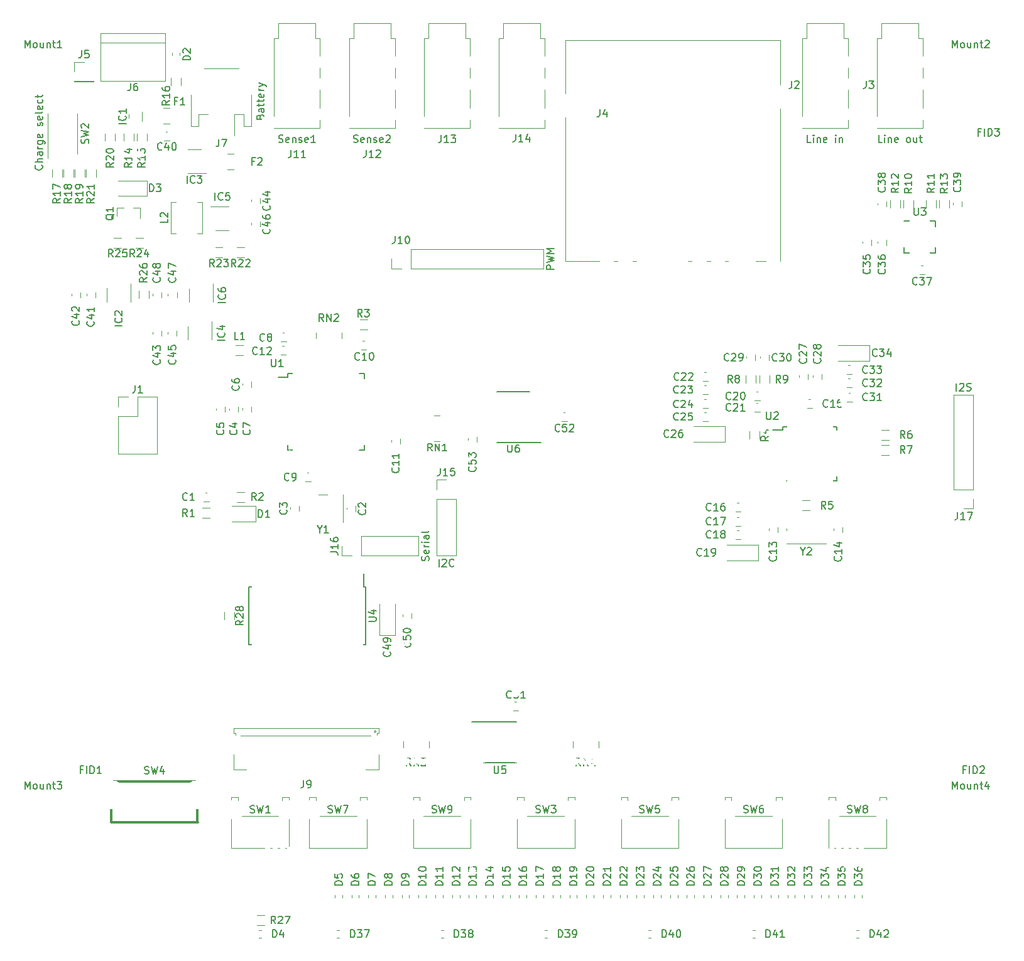
<source format=gto>
G04 #@! TF.FileFunction,Legend,Top*
%FSLAX46Y46*%
G04 Gerber Fmt 4.6, Leading zero omitted, Abs format (unit mm)*
G04 Created by KiCad (PCBNEW 4.0.7-e2-6376~58~ubuntu16.04.1) date Thu Nov  2 15:42:12 2017*
%MOMM*%
%LPD*%
G01*
G04 APERTURE LIST*
%ADD10C,0.100000*%
%ADD11C,0.300000*%
%ADD12C,0.120000*%
%ADD13C,0.150000*%
%ADD14C,2.400000*%
%ADD15C,3.900000*%
%ADD16R,1.200000X1.150000*%
%ADD17R,1.150000X1.200000*%
%ADD18R,2.350000X1.900000*%
%ADD19R,1.900000X2.350000*%
%ADD20R,1.400000X2.000000*%
%ADD21R,1.200000X1.200000*%
%ADD22R,1.300000X1.600000*%
%ADD23R,1.540000X2.430000*%
%ADD24C,2.540000*%
%ADD25R,1.050000X1.460000*%
%ADD26R,1.460000X1.050000*%
%ADD27R,2.100000X2.100000*%
%ADD28O,2.100000X2.100000*%
%ADD29R,2.900000X1.600000*%
%ADD30C,1.900000*%
%ADD31R,1.400000X1.900000*%
%ADD32R,1.600000X2.600000*%
%ADD33R,0.800000X1.750000*%
%ADD34O,1.650000X1.350000*%
%ADD35O,1.400000X1.950000*%
%ADD36R,1.400000X3.900000*%
%ADD37R,1.900000X3.800000*%
%ADD38R,0.900000X1.300000*%
%ADD39C,3.600000*%
%ADD40R,1.200000X1.300000*%
%ADD41R,1.300000X0.900000*%
%ADD42R,0.800000X1.300000*%
%ADD43C,2.600000*%
%ADD44C,2.100000*%
%ADD45R,1.160000X2.000000*%
%ADD46R,1.900000X0.950000*%
%ADD47R,0.950000X1.900000*%
%ADD48R,1.700000X0.650000*%
%ADD49R,0.650000X1.700000*%
%ADD50R,1.000000X2.400000*%
%ADD51R,1.900000X0.850000*%
%ADD52R,1.850000X0.850000*%
%ADD53R,2.000000X1.700000*%
%ADD54R,0.700000X0.850000*%
%ADD55R,1.200000X0.750000*%
%ADD56R,0.750000X1.200000*%
%ADD57R,1.650000X1.650000*%
%ADD58R,1.300000X0.800000*%
%ADD59R,2.200000X2.600000*%
%ADD60R,1.000000X1.700000*%
%ADD61C,0.900000*%
%ADD62R,2.686000X2.254500*%
%ADD63C,1.000000*%
G04 APERTURE END LIST*
D10*
D11*
X14200000Y9800000D02*
X14200000Y4300000D01*
X25800000Y9800000D02*
X14200000Y9800000D01*
X25800000Y4300000D02*
X25800000Y9800000D01*
X25850000Y4300000D02*
X14150000Y4300000D01*
D12*
X26659500Y48746000D02*
X27359500Y48746000D01*
X27359500Y47546000D02*
X26659500Y47546000D01*
X45931500Y46212000D02*
X45931500Y46912000D01*
X47131500Y46912000D02*
X47131500Y46212000D01*
X39511500Y46936000D02*
X39511500Y46236000D01*
X38311500Y46236000D02*
X38311500Y46936000D01*
X30080500Y59595000D02*
X30080500Y60295000D01*
X31280500Y60295000D02*
X31280500Y59595000D01*
X28302500Y59595000D02*
X28302500Y60295000D01*
X29502500Y60295000D02*
X29502500Y59595000D01*
X33058500Y60319000D02*
X33058500Y59619000D01*
X31858500Y59619000D02*
X31858500Y60319000D01*
X37773500Y69136000D02*
X37073500Y69136000D01*
X37073500Y70336000D02*
X37773500Y70336000D01*
X40375500Y51413000D02*
X41075500Y51413000D01*
X41075500Y50213000D02*
X40375500Y50213000D01*
X47868500Y69193000D02*
X48568500Y69193000D01*
X48568500Y67993000D02*
X47868500Y67993000D01*
X53124500Y56001000D02*
X53124500Y55301000D01*
X51924500Y55301000D02*
X51924500Y56001000D01*
X37749500Y67358000D02*
X37049500Y67358000D01*
X37049500Y68558000D02*
X37749500Y68558000D01*
X103988000Y44063000D02*
X103988000Y43363000D01*
X102788000Y43363000D02*
X102788000Y44063000D01*
X111551000Y43351000D02*
X111551000Y44051000D01*
X112751000Y44051000D02*
X112751000Y43351000D01*
X108679000Y60119000D02*
X107979000Y60119000D01*
X107979000Y61319000D02*
X108679000Y61319000D01*
X98327000Y47349000D02*
X99027000Y47349000D01*
X99027000Y46149000D02*
X98327000Y46149000D01*
X98327000Y45444000D02*
X99027000Y45444000D01*
X99027000Y44244000D02*
X98327000Y44244000D01*
X98327000Y43666000D02*
X99027000Y43666000D01*
X99027000Y42466000D02*
X98327000Y42466000D01*
X101361000Y39603000D02*
X97111000Y39603000D01*
X101361000Y41703000D02*
X97111000Y41703000D01*
X101361000Y39603000D02*
X101361000Y41703000D01*
X100891000Y62335000D02*
X101591000Y62335000D01*
X101591000Y61135000D02*
X100891000Y61135000D01*
X100891000Y60811000D02*
X101591000Y60811000D01*
X101591000Y59611000D02*
X100891000Y59611000D01*
X93906000Y65002000D02*
X94606000Y65002000D01*
X94606000Y63802000D02*
X93906000Y63802000D01*
X93906000Y63224000D02*
X94606000Y63224000D01*
X94606000Y62024000D02*
X93906000Y62024000D01*
X93906000Y61319000D02*
X94606000Y61319000D01*
X94606000Y60119000D02*
X93906000Y60119000D01*
X93906000Y59541000D02*
X94606000Y59541000D01*
X94606000Y58341000D02*
X93906000Y58341000D01*
X96916000Y55605000D02*
X92666000Y55605000D01*
X96916000Y57705000D02*
X92666000Y57705000D01*
X96916000Y55605000D02*
X96916000Y57705000D01*
X106852000Y64052000D02*
X106852000Y64752000D01*
X108052000Y64752000D02*
X108052000Y64052000D01*
X108757000Y64040000D02*
X108757000Y64740000D01*
X109957000Y64740000D02*
X109957000Y64040000D01*
X100940000Y67304000D02*
X100940000Y66604000D01*
X99740000Y66604000D02*
X99740000Y67304000D01*
X102845000Y67304000D02*
X102845000Y66604000D01*
X101645000Y66604000D02*
X101645000Y67304000D01*
X113337000Y62208000D02*
X114037000Y62208000D01*
X114037000Y61008000D02*
X113337000Y61008000D01*
X113313000Y64113000D02*
X114013000Y64113000D01*
X114013000Y62913000D02*
X113313000Y62913000D01*
X113313000Y65891000D02*
X114013000Y65891000D01*
X114013000Y64691000D02*
X113313000Y64691000D01*
X116347000Y66527000D02*
X112097000Y66527000D01*
X116347000Y68627000D02*
X112097000Y68627000D01*
X116347000Y66527000D02*
X116347000Y68627000D01*
X116624500Y82798000D02*
X116624500Y82098000D01*
X115424500Y82098000D02*
X115424500Y82798000D01*
X117456500Y82098000D02*
X117456500Y82798000D01*
X118656500Y82798000D02*
X118656500Y82098000D01*
X123803300Y78153000D02*
X123103300Y78153000D01*
X123103300Y79353000D02*
X123803300Y79353000D01*
X117456500Y87281000D02*
X117456500Y87981000D01*
X118656500Y87981000D02*
X118656500Y87281000D01*
X127616500Y87305000D02*
X127616500Y88005000D01*
X128816500Y88005000D02*
X128816500Y87305000D01*
X21313500Y97387000D02*
X22013500Y97387000D01*
X22013500Y96187000D02*
X21313500Y96187000D01*
X12030400Y75711400D02*
X12030400Y75011400D01*
X10830400Y75011400D02*
X10830400Y75711400D01*
X10022400Y75711400D02*
X10022400Y75011400D01*
X8822400Y75011400D02*
X8822400Y75711400D01*
X20944400Y70567900D02*
X20944400Y69867900D01*
X19744400Y69867900D02*
X19744400Y70567900D01*
X34228600Y88438200D02*
X34228600Y87738200D01*
X33028600Y87738200D02*
X33028600Y88438200D01*
X22976400Y70567900D02*
X22976400Y69867900D01*
X21776400Y69867900D02*
X21776400Y70567900D01*
X33028600Y84587200D02*
X33028600Y85287200D01*
X34228600Y85287200D02*
X34228600Y84587200D01*
X50325000Y29475000D02*
X50325000Y33725000D01*
X52425000Y29475000D02*
X52425000Y33725000D01*
X50325000Y29475000D02*
X52425000Y29475000D01*
X54675000Y32475000D02*
X54675000Y31775000D01*
X53475000Y31775000D02*
X53475000Y32475000D01*
X69067000Y19352000D02*
X68367000Y19352000D01*
X68367000Y20552000D02*
X69067000Y20552000D01*
X75607500Y58341000D02*
X74907500Y58341000D01*
X74907500Y59541000D02*
X75607500Y59541000D01*
X63475000Y56243000D02*
X63475000Y55543000D01*
X62275000Y55543000D02*
X62275000Y56243000D01*
X33666500Y44800000D02*
X33666500Y46920000D01*
X30466500Y44800000D02*
X33666500Y44800000D01*
X33666500Y46920000D02*
X30466500Y46920000D01*
X22405500Y106536000D02*
X23405500Y106536000D01*
X23405500Y106536000D02*
X23405500Y108636000D01*
X22405500Y106536000D02*
X22405500Y108636000D01*
X19013000Y88802000D02*
X19013000Y90802000D01*
X19013000Y90802000D02*
X15113000Y90802000D01*
X19013000Y88802000D02*
X15113000Y88802000D01*
X33000000Y-10300000D02*
X33000000Y-11300000D01*
X33000000Y-11300000D02*
X35100000Y-11300000D01*
X33000000Y-10300000D02*
X35100000Y-10300000D01*
X45300000Y-4500000D02*
X44300000Y-4500000D01*
X44300000Y-4500000D02*
X44300000Y-6600000D01*
X45300000Y-4500000D02*
X45300000Y-6600000D01*
X47560000Y-4500000D02*
X46560000Y-4500000D01*
X46560000Y-4500000D02*
X46560000Y-6600000D01*
X47560000Y-4500000D02*
X47560000Y-6600000D01*
X49820000Y-4500000D02*
X48820000Y-4500000D01*
X48820000Y-4500000D02*
X48820000Y-6600000D01*
X49820000Y-4500000D02*
X49820000Y-6600000D01*
X52079999Y-4500000D02*
X51079999Y-4500000D01*
X51079999Y-4500000D02*
X51079999Y-6600000D01*
X52079999Y-4500000D02*
X52079999Y-6600000D01*
X54340000Y-4500000D02*
X53340000Y-4500000D01*
X53340000Y-4500000D02*
X53340000Y-6600000D01*
X54340000Y-4500000D02*
X54340000Y-6600000D01*
X56600000Y-4500000D02*
X55600000Y-4500000D01*
X55600000Y-4500000D02*
X55600000Y-6600000D01*
X56600000Y-4500000D02*
X56600000Y-6600000D01*
X58860000Y-4500000D02*
X57860000Y-4500000D01*
X57860000Y-4500000D02*
X57860000Y-6600000D01*
X58860000Y-4500000D02*
X58860000Y-6600000D01*
X61120000Y-4500000D02*
X60120000Y-4500000D01*
X60120000Y-4500000D02*
X60120000Y-6600000D01*
X61120000Y-4500000D02*
X61120000Y-6600000D01*
X63380000Y-4500000D02*
X62380000Y-4500000D01*
X62380000Y-4500000D02*
X62380000Y-6600000D01*
X63380000Y-4500000D02*
X63380000Y-6600000D01*
X65640000Y-4500000D02*
X64640000Y-4500000D01*
X64640000Y-4500000D02*
X64640000Y-6600000D01*
X65640000Y-4500000D02*
X65640000Y-6600000D01*
X67900000Y-4500000D02*
X66900000Y-4500000D01*
X66900000Y-4500000D02*
X66900000Y-6600000D01*
X67900000Y-4500000D02*
X67900000Y-6600000D01*
X70160000Y-4500000D02*
X69160000Y-4500000D01*
X69160000Y-4500000D02*
X69160000Y-6600000D01*
X70160000Y-4500000D02*
X70160000Y-6600000D01*
X72420000Y-4500000D02*
X71420000Y-4500000D01*
X71420000Y-4500000D02*
X71420000Y-6600000D01*
X72420000Y-4500000D02*
X72420000Y-6600000D01*
X74680000Y-4500000D02*
X73680000Y-4500000D01*
X73680000Y-4500000D02*
X73680000Y-6600000D01*
X74680000Y-4500000D02*
X74680000Y-6600000D01*
X76940000Y-4500000D02*
X75940000Y-4500000D01*
X75940000Y-4500000D02*
X75940000Y-6600000D01*
X76940000Y-4500000D02*
X76940000Y-6600000D01*
X79200000Y-4500000D02*
X78200000Y-4500000D01*
X78200000Y-4500000D02*
X78200000Y-6600000D01*
X79200000Y-4500000D02*
X79200000Y-6600000D01*
X81459999Y-4500000D02*
X80459999Y-4500000D01*
X80459999Y-4500000D02*
X80459999Y-6600000D01*
X81459999Y-4500000D02*
X81459999Y-6600000D01*
X83720000Y-4500000D02*
X82720000Y-4500000D01*
X82720000Y-4500000D02*
X82720000Y-6600000D01*
X83720000Y-4500000D02*
X83720000Y-6600000D01*
X85980000Y-4500000D02*
X84980000Y-4500000D01*
X84980000Y-4500000D02*
X84980000Y-6600000D01*
X85980000Y-4500000D02*
X85980000Y-6600000D01*
X88240000Y-4500000D02*
X87240000Y-4500000D01*
X87240000Y-4500000D02*
X87240000Y-6600000D01*
X88240000Y-4500000D02*
X88240000Y-6600000D01*
X90500000Y-4500000D02*
X89500000Y-4500000D01*
X89500000Y-4500000D02*
X89500000Y-6600000D01*
X90500000Y-4500000D02*
X90500000Y-6600000D01*
X92760000Y-4500000D02*
X91760000Y-4500000D01*
X91760000Y-4500000D02*
X91760000Y-6600000D01*
X92760000Y-4500000D02*
X92760000Y-6600000D01*
X95019999Y-4500000D02*
X94019999Y-4500000D01*
X94019999Y-4500000D02*
X94019999Y-6600000D01*
X95019999Y-4500000D02*
X95019999Y-6600000D01*
X97280000Y-4500000D02*
X96280000Y-4500000D01*
X96280000Y-4500000D02*
X96280000Y-6600000D01*
X97280000Y-4500000D02*
X97280000Y-6600000D01*
X99540000Y-4500000D02*
X98540000Y-4500000D01*
X98540000Y-4500000D02*
X98540000Y-6600000D01*
X99540000Y-4500000D02*
X99540000Y-6600000D01*
X101799999Y-4500000D02*
X100799999Y-4500000D01*
X100799999Y-4500000D02*
X100799999Y-6600000D01*
X101799999Y-4500000D02*
X101799999Y-6600000D01*
X104060000Y-4500000D02*
X103060000Y-4500000D01*
X103060000Y-4500000D02*
X103060000Y-6600000D01*
X104060000Y-4500000D02*
X104060000Y-6600000D01*
X106320000Y-4500000D02*
X105320000Y-4500000D01*
X105320000Y-4500000D02*
X105320000Y-6600000D01*
X106320000Y-4500000D02*
X106320000Y-6600000D01*
X108579999Y-4500000D02*
X107579999Y-4500000D01*
X107579999Y-4500000D02*
X107579999Y-6600000D01*
X108579999Y-4500000D02*
X108579999Y-6600000D01*
X110839999Y-4500000D02*
X109839999Y-4500000D01*
X109839999Y-4500000D02*
X109839999Y-6600000D01*
X110839999Y-4500000D02*
X110839999Y-6600000D01*
X113100000Y-4500000D02*
X112100000Y-4500000D01*
X112100000Y-4500000D02*
X112100000Y-6600000D01*
X113100000Y-4500000D02*
X113100000Y-6600000D01*
X115360000Y-4500000D02*
X114360000Y-4500000D01*
X114360000Y-4500000D02*
X114360000Y-6600000D01*
X115360000Y-4500000D02*
X115360000Y-6600000D01*
X43500000Y-10300000D02*
X43500000Y-11300000D01*
X43500000Y-11300000D02*
X45600000Y-11300000D01*
X43500000Y-10300000D02*
X45600000Y-10300000D01*
X57500000Y-10300000D02*
X57500000Y-11300000D01*
X57500000Y-11300000D02*
X59600000Y-11300000D01*
X57500000Y-10300000D02*
X59600000Y-10300000D01*
X71500000Y-10300000D02*
X71500000Y-11300000D01*
X71500000Y-11300000D02*
X73600000Y-11300000D01*
X71500000Y-10300000D02*
X73600000Y-10300000D01*
X85500000Y-10300000D02*
X85500000Y-11300000D01*
X85500000Y-11300000D02*
X87600000Y-11300000D01*
X85500000Y-10300000D02*
X87600000Y-10300000D01*
X99500000Y-10300000D02*
X99500000Y-11300000D01*
X99500000Y-11300000D02*
X101600000Y-11300000D01*
X99500000Y-10300000D02*
X101600000Y-10300000D01*
X113500000Y-10300000D02*
X113500000Y-11300000D01*
X113500000Y-11300000D02*
X115600000Y-11300000D01*
X113500000Y-10300000D02*
X115600000Y-10300000D01*
X20663500Y100651000D02*
X22663500Y100651000D01*
X22663500Y98511000D02*
X20663500Y98511000D01*
X29310000Y94428000D02*
X31310000Y94428000D01*
X31310000Y92288000D02*
X29310000Y92288000D01*
X13593400Y76292400D02*
X13593400Y74492400D01*
X16813400Y74492400D02*
X16813400Y76942400D01*
X26271000Y95034000D02*
X24471000Y95034000D01*
X24471000Y91814000D02*
X26921000Y91814000D01*
X24515400Y71148900D02*
X24515400Y69348900D01*
X27735400Y69348900D02*
X27735400Y71798900D01*
X28240600Y84138200D02*
X30040600Y84138200D01*
X30040600Y87358200D02*
X27590600Y87358200D01*
X15126500Y53928000D02*
X20326500Y53928000D01*
X15126500Y59068000D02*
X15126500Y53928000D01*
X20326500Y61668000D02*
X20326500Y53928000D01*
X15126500Y59068000D02*
X17726500Y59068000D01*
X17726500Y59068000D02*
X17726500Y61668000D01*
X17726500Y61668000D02*
X20326500Y61668000D01*
X15126500Y60338000D02*
X15126500Y61668000D01*
X15126500Y61668000D02*
X16456500Y61668000D01*
X107273000Y99407500D02*
X107273000Y110007500D01*
X107273000Y98007500D02*
X107273000Y97907500D01*
X113473000Y99107500D02*
X113473000Y97907500D01*
X113473000Y103107500D02*
X113473000Y100507500D01*
X113473000Y106107500D02*
X113473000Y104507500D01*
X113473000Y110007500D02*
X113473000Y107507500D01*
X107273000Y97907500D02*
X113473000Y97907500D01*
X113473000Y110007500D02*
X112873000Y110007500D01*
X107873000Y110007500D02*
X107273000Y110007500D01*
X112873000Y112007500D02*
X107873000Y112007500D01*
X112873000Y110007500D02*
X112873000Y112007500D01*
X107873000Y110007500D02*
X107873000Y112007500D01*
X117369500Y99407500D02*
X117369500Y110007500D01*
X117369500Y98007500D02*
X117369500Y97907500D01*
X123569500Y99107500D02*
X123569500Y97907500D01*
X123569500Y103107500D02*
X123569500Y100507500D01*
X123569500Y106107500D02*
X123569500Y104507500D01*
X123569500Y110007500D02*
X123569500Y107507500D01*
X117369500Y97907500D02*
X123569500Y97907500D01*
X123569500Y110007500D02*
X122969500Y110007500D01*
X117969500Y110007500D02*
X117369500Y110007500D01*
X122969500Y112007500D02*
X117969500Y112007500D01*
X122969500Y110007500D02*
X122969500Y112007500D01*
X117969500Y110007500D02*
X117969500Y112007500D01*
X82426000Y79938000D02*
X81926000Y79938000D01*
X84926000Y79938000D02*
X84426000Y79938000D01*
X92426000Y79938000D02*
X91926000Y79938000D01*
X94926000Y79938000D02*
X94426000Y79938000D01*
X97326000Y79938000D02*
X96926000Y79938000D01*
X102426000Y79938000D02*
X101026000Y79938000D01*
X104326000Y100538000D02*
X104326000Y79938000D01*
X75426000Y99338000D02*
X75426000Y79938000D01*
X75426000Y79938000D02*
X79926000Y79938000D01*
X75426000Y109738000D02*
X104326000Y109738000D01*
X104326000Y109738000D02*
X104326000Y103738000D01*
X75426000Y109738000D02*
X75426000Y102538000D01*
X21445000Y110680000D02*
X12745000Y110680000D01*
X21445000Y104270000D02*
X12745000Y104270000D01*
X12745000Y104270000D02*
X12745000Y110680000D01*
X12745000Y109450000D02*
X21445000Y109450000D01*
X21445000Y110680000D02*
X21445000Y104270000D01*
X30775000Y99775000D02*
X32050000Y99775000D01*
X32050000Y99775000D02*
X32050000Y98175000D01*
X32050000Y98175000D02*
X33050000Y98175000D01*
X33050000Y98175000D02*
X33050000Y102400000D01*
X24950000Y102400000D02*
X24950000Y98175000D01*
X24950000Y98175000D02*
X25950000Y98175000D01*
X25950000Y98175000D02*
X25950000Y99775000D01*
X25950000Y99775000D02*
X27225000Y99775000D01*
X31325000Y105975000D02*
X26675000Y105975000D01*
X30775000Y99775000D02*
X30775000Y96875000D01*
X72396500Y78947000D02*
X72396500Y81607000D01*
X54556500Y78947000D02*
X72396500Y78947000D01*
X54556500Y81607000D02*
X72396500Y81607000D01*
X54556500Y78947000D02*
X54556500Y81607000D01*
X53286500Y78947000D02*
X51956500Y78947000D01*
X51956500Y78947000D02*
X51956500Y80277000D01*
X36122000Y99407500D02*
X36122000Y110007500D01*
X36122000Y98007500D02*
X36122000Y97907500D01*
X42322000Y99107500D02*
X42322000Y97907500D01*
X42322000Y103107500D02*
X42322000Y100507500D01*
X42322000Y106107500D02*
X42322000Y104507500D01*
X42322000Y110007500D02*
X42322000Y107507500D01*
X36122000Y97907500D02*
X42322000Y97907500D01*
X42322000Y110007500D02*
X41722000Y110007500D01*
X36722000Y110007500D02*
X36122000Y110007500D01*
X41722000Y112007500D02*
X36722000Y112007500D01*
X41722000Y110007500D02*
X41722000Y112007500D01*
X36722000Y110007500D02*
X36722000Y112007500D01*
X46218500Y99407500D02*
X46218500Y110007500D01*
X46218500Y98007500D02*
X46218500Y97907500D01*
X52418500Y99107500D02*
X52418500Y97907500D01*
X52418500Y103107500D02*
X52418500Y100507500D01*
X52418500Y106107500D02*
X52418500Y104507500D01*
X52418500Y110007500D02*
X52418500Y107507500D01*
X46218500Y97907500D02*
X52418500Y97907500D01*
X52418500Y110007500D02*
X51818500Y110007500D01*
X46818500Y110007500D02*
X46218500Y110007500D01*
X51818500Y112007500D02*
X46818500Y112007500D01*
X51818500Y110007500D02*
X51818500Y112007500D01*
X46818500Y110007500D02*
X46818500Y112007500D01*
X57989000Y40212000D02*
X60649000Y40212000D01*
X57989000Y47892000D02*
X57989000Y40212000D01*
X60649000Y47892000D02*
X60649000Y40212000D01*
X57989000Y47892000D02*
X60649000Y47892000D01*
X57989000Y49162000D02*
X57989000Y50492000D01*
X57989000Y50492000D02*
X59319000Y50492000D01*
X55560000Y40210000D02*
X55560000Y42870000D01*
X47880000Y40210000D02*
X55560000Y40210000D01*
X47880000Y42870000D02*
X55560000Y42870000D01*
X47880000Y40210000D02*
X47880000Y42870000D01*
X46610000Y40210000D02*
X45280000Y40210000D01*
X45280000Y40210000D02*
X45280000Y41540000D01*
X130372000Y61922000D02*
X127712000Y61922000D01*
X130372000Y49162000D02*
X130372000Y61922000D01*
X127712000Y49162000D02*
X127712000Y61922000D01*
X130372000Y49162000D02*
X127712000Y49162000D01*
X130372000Y47892000D02*
X130372000Y46562000D01*
X130372000Y46562000D02*
X129042000Y46562000D01*
X31954500Y67278000D02*
X30954500Y67278000D01*
X30954500Y68638000D02*
X31954500Y68638000D01*
X18089000Y87149000D02*
X17159000Y87149000D01*
X14929000Y87149000D02*
X15859000Y87149000D01*
X14929000Y87149000D02*
X14929000Y84989000D01*
X18089000Y87149000D02*
X18089000Y85689000D01*
X26485500Y46667000D02*
X27485500Y46667000D01*
X27485500Y45307000D02*
X26485500Y45307000D01*
X31081500Y48826000D02*
X32081500Y48826000D01*
X32081500Y47466000D02*
X31081500Y47466000D01*
X47718500Y72067000D02*
X48718500Y72067000D01*
X48718500Y70707000D02*
X47718500Y70707000D01*
X100168000Y56016000D02*
X100168000Y57016000D01*
X101528000Y57016000D02*
X101528000Y56016000D01*
X108345000Y46323000D02*
X107345000Y46323000D01*
X107345000Y47683000D02*
X108345000Y47683000D01*
X119001000Y55848000D02*
X118001000Y55848000D01*
X118001000Y57208000D02*
X119001000Y57208000D01*
X119013000Y53816000D02*
X118013000Y53816000D01*
X118013000Y55176000D02*
X119013000Y55176000D01*
X99660000Y63533000D02*
X99660000Y64533000D01*
X101020000Y64533000D02*
X101020000Y63533000D01*
X101565000Y63533000D02*
X101565000Y64533000D01*
X102925000Y64533000D02*
X102925000Y63533000D01*
X120932500Y87155000D02*
X120932500Y88155000D01*
X122292500Y88155000D02*
X122292500Y87155000D01*
X125340500Y88155000D02*
X125340500Y87155000D01*
X123980500Y87155000D02*
X123980500Y88155000D01*
X119154500Y87155000D02*
X119154500Y88155000D01*
X120514500Y88155000D02*
X120514500Y87155000D01*
X125758500Y87155000D02*
X125758500Y88155000D01*
X127118500Y88155000D02*
X127118500Y87155000D01*
X17197400Y97172000D02*
X17197400Y96172000D01*
X15837400Y96172000D02*
X15837400Y97172000D01*
X18975400Y97172000D02*
X18975400Y96172000D01*
X17615400Y96172000D02*
X17615400Y97172000D01*
X23585500Y104641000D02*
X23585500Y103641000D01*
X22225500Y103641000D02*
X22225500Y104641000D01*
X6177000Y91322000D02*
X6177000Y92322000D01*
X7537000Y92322000D02*
X7537000Y91322000D01*
X7701000Y91322000D02*
X7701000Y92322000D01*
X9061000Y92322000D02*
X9061000Y91322000D01*
X9225000Y91322000D02*
X9225000Y92322000D01*
X10585000Y92322000D02*
X10585000Y91322000D01*
X10749000Y91322000D02*
X10749000Y92322000D01*
X12109000Y92322000D02*
X12109000Y91322000D01*
X31108600Y81795200D02*
X32108600Y81795200D01*
X32108600Y80435200D02*
X31108600Y80435200D01*
X28187600Y81795200D02*
X29187600Y81795200D01*
X29187600Y80435200D02*
X28187600Y80435200D01*
X17457500Y83116000D02*
X18457500Y83116000D01*
X18457500Y81756000D02*
X17457500Y81756000D01*
X14536500Y83116000D02*
X15536500Y83116000D01*
X15536500Y81756000D02*
X14536500Y81756000D01*
X34800000Y-9621000D02*
X33800000Y-9621000D01*
X33800000Y-8261000D02*
X34800000Y-8261000D01*
X29395000Y31625000D02*
X29395000Y32625000D01*
X30755000Y32625000D02*
X30755000Y31625000D01*
X56975000Y15145000D02*
X56975000Y14345000D01*
X53535000Y15145000D02*
X53535000Y14345000D01*
X79835000Y15145000D02*
X79835000Y14345000D01*
X76395000Y15145000D02*
X76395000Y14345000D01*
X31270000Y7620000D02*
X31270000Y7270000D01*
X30380000Y7620000D02*
X31270000Y7620000D01*
X30380000Y7320000D02*
X30380000Y7620000D01*
X30380000Y4680000D02*
X30380000Y830000D01*
X30380000Y830000D02*
X38120000Y830000D01*
X38120000Y830000D02*
X38120000Y4680000D01*
X36740000Y5070000D02*
X31760000Y5070000D01*
X37230000Y7620000D02*
X38120000Y7620000D01*
X37230000Y7620000D02*
X37230000Y7270000D01*
X38120000Y7320000D02*
X38120000Y7620000D01*
X5654000Y93828000D02*
X5654000Y99868000D01*
X9584000Y94468000D02*
X9584000Y99868000D01*
X41770000Y7620000D02*
X41770000Y7270000D01*
X40880000Y7620000D02*
X41770000Y7620000D01*
X40880000Y7320000D02*
X40880000Y7620000D01*
X40880000Y4680000D02*
X40880000Y830000D01*
X40880000Y830000D02*
X48620000Y830000D01*
X48620000Y830000D02*
X48620000Y4680000D01*
X47240000Y5070000D02*
X42260000Y5070000D01*
X47730000Y7620000D02*
X48620000Y7620000D01*
X47730000Y7620000D02*
X47730000Y7270000D01*
X48620000Y7320000D02*
X48620000Y7620000D01*
X97770000Y7620000D02*
X97770000Y7270000D01*
X96880000Y7620000D02*
X97770000Y7620000D01*
X96880000Y7320000D02*
X96880000Y7620000D01*
X96880000Y4680000D02*
X96880000Y830000D01*
X96880000Y830000D02*
X104620000Y830000D01*
X104620000Y830000D02*
X104620000Y4680000D01*
X103240000Y5070000D02*
X98260000Y5070000D01*
X103730000Y7620000D02*
X104620000Y7620000D01*
X103730000Y7620000D02*
X103730000Y7270000D01*
X104620000Y7320000D02*
X104620000Y7620000D01*
X111770000Y7620000D02*
X111770000Y7270000D01*
X110880000Y7620000D02*
X111770000Y7620000D01*
X110880000Y7320000D02*
X110880000Y7620000D01*
X110880000Y4680000D02*
X110880000Y830000D01*
X110880000Y830000D02*
X118620000Y830000D01*
X118620000Y830000D02*
X118620000Y4680000D01*
X117240000Y5070000D02*
X112260000Y5070000D01*
X117730000Y7620000D02*
X118620000Y7620000D01*
X117730000Y7620000D02*
X117730000Y7270000D01*
X118620000Y7320000D02*
X118620000Y7620000D01*
X55770000Y7620000D02*
X55770000Y7270000D01*
X54880000Y7620000D02*
X55770000Y7620000D01*
X54880000Y7320000D02*
X54880000Y7620000D01*
X54880000Y4680000D02*
X54880000Y830000D01*
X54880000Y830000D02*
X62620000Y830000D01*
X62620000Y830000D02*
X62620000Y4680000D01*
X61240000Y5070000D02*
X56260000Y5070000D01*
X61730000Y7620000D02*
X62620000Y7620000D01*
X61730000Y7620000D02*
X61730000Y7270000D01*
X62620000Y7320000D02*
X62620000Y7620000D01*
X69770000Y7620000D02*
X69770000Y7270000D01*
X68880000Y7620000D02*
X69770000Y7620000D01*
X68880000Y7320000D02*
X68880000Y7620000D01*
X68880000Y4680000D02*
X68880000Y830000D01*
X68880000Y830000D02*
X76620000Y830000D01*
X76620000Y830000D02*
X76620000Y4680000D01*
X75240000Y5070000D02*
X70260000Y5070000D01*
X75730000Y7620000D02*
X76620000Y7620000D01*
X75730000Y7620000D02*
X75730000Y7270000D01*
X76620000Y7320000D02*
X76620000Y7620000D01*
X83770000Y7620000D02*
X83770000Y7270000D01*
X82880000Y7620000D02*
X83770000Y7620000D01*
X82880000Y7320000D02*
X82880000Y7620000D01*
X82880000Y4680000D02*
X82880000Y830000D01*
X82880000Y830000D02*
X90620000Y830000D01*
X90620000Y830000D02*
X90620000Y4680000D01*
X89240000Y5070000D02*
X84260000Y5070000D01*
X89730000Y7620000D02*
X90620000Y7620000D01*
X89730000Y7620000D02*
X89730000Y7270000D01*
X90620000Y7320000D02*
X90620000Y7620000D01*
D13*
X37927500Y64830000D02*
X37927500Y64255000D01*
X48277500Y64830000D02*
X48277500Y64155000D01*
X48277500Y54480000D02*
X48277500Y55155000D01*
X37927500Y54480000D02*
X37927500Y55155000D01*
X37927500Y64830000D02*
X38602500Y64830000D01*
X37927500Y54480000D02*
X38602500Y54480000D01*
X48277500Y54480000D02*
X47602500Y54480000D01*
X48277500Y64830000D02*
X47602500Y64830000D01*
X37927500Y64255000D02*
X36652500Y64255000D01*
X104716000Y57613000D02*
X104716000Y57163000D01*
X111966000Y57613000D02*
X111966000Y57088000D01*
X111966000Y50363000D02*
X111966000Y50888000D01*
X104716000Y50363000D02*
X104716000Y50888000D01*
X104716000Y57613000D02*
X105241000Y57613000D01*
X104716000Y50363000D02*
X105241000Y50363000D01*
X111966000Y50363000D02*
X111441000Y50363000D01*
X111966000Y57613000D02*
X111441000Y57613000D01*
X104716000Y57163000D02*
X103341000Y57163000D01*
X48500000Y36000000D02*
X48225000Y36000000D01*
X48500000Y28250000D02*
X48135000Y28250000D01*
X32750000Y28250000D02*
X33115000Y28250000D01*
X32750000Y36000000D02*
X33115000Y36000000D01*
X48500000Y36000000D02*
X48500000Y28250000D01*
X32750000Y36000000D02*
X32750000Y28250000D01*
X48225000Y36000000D02*
X48225000Y37825000D01*
X64358000Y12274000D02*
X68758000Y12274000D01*
X62783000Y17799000D02*
X68758000Y17799000D01*
X70595500Y62387000D02*
X66145500Y62387000D01*
X72120500Y55487000D02*
X66145500Y55487000D01*
D12*
X45372500Y44740000D02*
X45372500Y48440000D01*
X45372500Y48440000D02*
X40072500Y48440000D01*
X105183000Y45551000D02*
X105183000Y41851000D01*
X105183000Y41851000D02*
X110483000Y41851000D01*
X18309000Y100129400D02*
X18309000Y98829400D01*
X16509000Y98579400D02*
X16509000Y100129400D01*
D13*
X125286500Y85348000D02*
X125286500Y84573000D01*
X120986500Y81048000D02*
X120986500Y81823000D01*
X125286500Y81048000D02*
X125286500Y81823000D01*
X120986500Y85348000D02*
X121761500Y85348000D01*
X120986500Y81048000D02*
X121761500Y81048000D01*
X125286500Y81048000D02*
X124511500Y81048000D01*
X125286500Y85348000D02*
X124511500Y85348000D01*
D12*
X57688000Y59118000D02*
X58488000Y59118000D01*
X57688000Y55678000D02*
X58488000Y55678000D01*
D10*
X30650000Y11375000D02*
X50250000Y11375000D01*
X30650000Y16975000D02*
X50250000Y16975000D01*
X50250000Y15975000D02*
X30650000Y15975000D01*
X49700000Y16725000D02*
X49850000Y16475000D01*
X49550000Y16475000D02*
X49700000Y16725000D01*
X49850000Y16475000D02*
X49550000Y16475000D01*
X30650000Y16275000D02*
X30650000Y16975000D01*
X30950000Y16275000D02*
X30650000Y16275000D01*
X30950000Y15975000D02*
X30950000Y16275000D01*
X49950000Y16275000D02*
X49950000Y15975000D01*
X50250000Y16275000D02*
X49950000Y16275000D01*
X50250000Y16975000D02*
X50250000Y16275000D01*
X30650000Y15975000D02*
X30650000Y11375000D01*
X50250000Y11375000D02*
X50250000Y15975000D01*
D12*
X22914600Y83682200D02*
X22225600Y83682200D01*
X22225600Y83682200D02*
X22225600Y87946200D01*
X22225600Y87946200D02*
X22914600Y87946200D01*
X25800600Y83682200D02*
X26489600Y83682200D01*
X26489600Y83682200D02*
X26489600Y87946200D01*
X26489600Y87946200D02*
X25800600Y87946200D01*
X33071200Y63673200D02*
X33071200Y62973200D01*
X31871200Y62973200D02*
X31871200Y63673200D01*
X23025500Y75749500D02*
X23025500Y75049500D01*
X21825500Y75049500D02*
X21825500Y75749500D01*
X20930000Y75749500D02*
X20930000Y75049500D01*
X19730000Y75049500D02*
X19730000Y75749500D01*
X24628000Y76267000D02*
X24628000Y74467000D01*
X27848000Y74467000D02*
X27848000Y76917000D01*
X9170000Y104170000D02*
X11830000Y104170000D01*
X9170000Y104230000D02*
X9170000Y104170000D01*
X11830000Y104230000D02*
X11830000Y104170000D01*
X9170000Y104230000D02*
X11830000Y104230000D01*
X9170000Y105500000D02*
X9170000Y106830000D01*
X9170000Y106830000D02*
X10500000Y106830000D01*
X13300000Y96172000D02*
X13300000Y97172000D01*
X14660000Y97172000D02*
X14660000Y96172000D01*
X17872000Y74939000D02*
X17872000Y75939000D01*
X19232000Y75939000D02*
X19232000Y74939000D01*
X56315000Y99407500D02*
X56315000Y110007500D01*
X56315000Y98007500D02*
X56315000Y97907500D01*
X62515000Y99107500D02*
X62515000Y97907500D01*
X62515000Y103107500D02*
X62515000Y100507500D01*
X62515000Y106107500D02*
X62515000Y104507500D01*
X62515000Y110007500D02*
X62515000Y107507500D01*
X56315000Y97907500D02*
X62515000Y97907500D01*
X62515000Y110007500D02*
X61915000Y110007500D01*
X56915000Y110007500D02*
X56315000Y110007500D01*
X61915000Y112007500D02*
X56915000Y112007500D01*
X61915000Y110007500D02*
X61915000Y112007500D01*
X56915000Y110007500D02*
X56915000Y112007500D01*
X66411500Y99407500D02*
X66411500Y110007500D01*
X66411500Y98007500D02*
X66411500Y97907500D01*
X72611500Y99107500D02*
X72611500Y97907500D01*
X72611500Y103107500D02*
X72611500Y100507500D01*
X72611500Y106107500D02*
X72611500Y104507500D01*
X72611500Y110007500D02*
X72611500Y107507500D01*
X66411500Y97907500D02*
X72611500Y97907500D01*
X72611500Y110007500D02*
X72011500Y110007500D01*
X67011500Y110007500D02*
X66411500Y110007500D01*
X72011500Y112007500D02*
X67011500Y112007500D01*
X72011500Y110007500D02*
X72011500Y112007500D01*
X67011500Y110007500D02*
X67011500Y112007500D01*
X45234000Y70302000D02*
X45234000Y69502000D01*
X41794000Y70302000D02*
X41794000Y69502000D01*
D13*
X18666667Y10845238D02*
X18809524Y10797619D01*
X19047620Y10797619D01*
X19142858Y10845238D01*
X19190477Y10892857D01*
X19238096Y10988095D01*
X19238096Y11083333D01*
X19190477Y11178571D01*
X19142858Y11226190D01*
X19047620Y11273810D01*
X18857143Y11321429D01*
X18761905Y11369048D01*
X18714286Y11416667D01*
X18666667Y11511905D01*
X18666667Y11607143D01*
X18714286Y11702381D01*
X18761905Y11750000D01*
X18857143Y11797619D01*
X19095239Y11797619D01*
X19238096Y11750000D01*
X19571429Y11797619D02*
X19809524Y10797619D01*
X20000001Y11511905D01*
X20190477Y10797619D01*
X20428572Y11797619D01*
X21238096Y11464286D02*
X21238096Y10797619D01*
X21000000Y11845238D02*
X20761905Y11130952D01*
X21380953Y11130952D01*
X24417834Y47788857D02*
X24370215Y47741238D01*
X24227358Y47693619D01*
X24132120Y47693619D01*
X23989262Y47741238D01*
X23894024Y47836476D01*
X23846405Y47931714D01*
X23798786Y48122190D01*
X23798786Y48265048D01*
X23846405Y48455524D01*
X23894024Y48550762D01*
X23989262Y48646000D01*
X24132120Y48693619D01*
X24227358Y48693619D01*
X24370215Y48646000D01*
X24417834Y48598381D01*
X25370215Y47693619D02*
X24798786Y47693619D01*
X25084500Y47693619D02*
X25084500Y48693619D01*
X24989262Y48550762D01*
X24894024Y48455524D01*
X24798786Y48407905D01*
X48388643Y46395334D02*
X48436262Y46347715D01*
X48483881Y46204858D01*
X48483881Y46109620D01*
X48436262Y45966762D01*
X48341024Y45871524D01*
X48245786Y45823905D01*
X48055310Y45776286D01*
X47912452Y45776286D01*
X47721976Y45823905D01*
X47626738Y45871524D01*
X47531500Y45966762D01*
X47483881Y46109620D01*
X47483881Y46204858D01*
X47531500Y46347715D01*
X47579119Y46395334D01*
X47579119Y46776286D02*
X47531500Y46823905D01*
X47483881Y46919143D01*
X47483881Y47157239D01*
X47531500Y47252477D01*
X47579119Y47300096D01*
X47674357Y47347715D01*
X47769595Y47347715D01*
X47912452Y47300096D01*
X48483881Y46728667D01*
X48483881Y47347715D01*
X37768643Y46419334D02*
X37816262Y46371715D01*
X37863881Y46228858D01*
X37863881Y46133620D01*
X37816262Y45990762D01*
X37721024Y45895524D01*
X37625786Y45847905D01*
X37435310Y45800286D01*
X37292452Y45800286D01*
X37101976Y45847905D01*
X37006738Y45895524D01*
X36911500Y45990762D01*
X36863881Y46133620D01*
X36863881Y46228858D01*
X36911500Y46371715D01*
X36959119Y46419334D01*
X36863881Y46752667D02*
X36863881Y47371715D01*
X37244833Y47038381D01*
X37244833Y47181239D01*
X37292452Y47276477D01*
X37340071Y47324096D01*
X37435310Y47371715D01*
X37673405Y47371715D01*
X37768643Y47324096D01*
X37816262Y47276477D01*
X37863881Y47181239D01*
X37863881Y46895524D01*
X37816262Y46800286D01*
X37768643Y46752667D01*
X31050343Y57174134D02*
X31097962Y57126515D01*
X31145581Y56983658D01*
X31145581Y56888420D01*
X31097962Y56745562D01*
X31002724Y56650324D01*
X30907486Y56602705D01*
X30717010Y56555086D01*
X30574152Y56555086D01*
X30383676Y56602705D01*
X30288438Y56650324D01*
X30193200Y56745562D01*
X30145581Y56888420D01*
X30145581Y56983658D01*
X30193200Y57126515D01*
X30240819Y57174134D01*
X30478914Y58031277D02*
X31145581Y58031277D01*
X30097962Y57793181D02*
X30812248Y57555086D01*
X30812248Y58174134D01*
X29272343Y57174134D02*
X29319962Y57126515D01*
X29367581Y56983658D01*
X29367581Y56888420D01*
X29319962Y56745562D01*
X29224724Y56650324D01*
X29129486Y56602705D01*
X28939010Y56555086D01*
X28796152Y56555086D01*
X28605676Y56602705D01*
X28510438Y56650324D01*
X28415200Y56745562D01*
X28367581Y56888420D01*
X28367581Y56983658D01*
X28415200Y57126515D01*
X28462819Y57174134D01*
X28367581Y58078896D02*
X28367581Y57602705D01*
X28843771Y57555086D01*
X28796152Y57602705D01*
X28748533Y57697943D01*
X28748533Y57936039D01*
X28796152Y58031277D01*
X28843771Y58078896D01*
X28939010Y58126515D01*
X29177105Y58126515D01*
X29272343Y58078896D01*
X29319962Y58031277D01*
X29367581Y57936039D01*
X29367581Y57697943D01*
X29319962Y57602705D01*
X29272343Y57555086D01*
X32828343Y57174134D02*
X32875962Y57126515D01*
X32923581Y56983658D01*
X32923581Y56888420D01*
X32875962Y56745562D01*
X32780724Y56650324D01*
X32685486Y56602705D01*
X32495010Y56555086D01*
X32352152Y56555086D01*
X32161676Y56602705D01*
X32066438Y56650324D01*
X31971200Y56745562D01*
X31923581Y56888420D01*
X31923581Y56983658D01*
X31971200Y57126515D01*
X32018819Y57174134D01*
X31923581Y57507467D02*
X31923581Y58174134D01*
X32923581Y57745562D01*
X34831834Y69251857D02*
X34784215Y69204238D01*
X34641358Y69156619D01*
X34546120Y69156619D01*
X34403262Y69204238D01*
X34308024Y69299476D01*
X34260405Y69394714D01*
X34212786Y69585190D01*
X34212786Y69728048D01*
X34260405Y69918524D01*
X34308024Y70013762D01*
X34403262Y70109000D01*
X34546120Y70156619D01*
X34641358Y70156619D01*
X34784215Y70109000D01*
X34831834Y70061381D01*
X35403262Y69728048D02*
X35308024Y69775667D01*
X35260405Y69823286D01*
X35212786Y69918524D01*
X35212786Y69966143D01*
X35260405Y70061381D01*
X35308024Y70109000D01*
X35403262Y70156619D01*
X35593739Y70156619D01*
X35688977Y70109000D01*
X35736596Y70061381D01*
X35784215Y69966143D01*
X35784215Y69918524D01*
X35736596Y69823286D01*
X35688977Y69775667D01*
X35593739Y69728048D01*
X35403262Y69728048D01*
X35308024Y69680429D01*
X35260405Y69632810D01*
X35212786Y69537571D01*
X35212786Y69347095D01*
X35260405Y69251857D01*
X35308024Y69204238D01*
X35403262Y69156619D01*
X35593739Y69156619D01*
X35688977Y69204238D01*
X35736596Y69251857D01*
X35784215Y69347095D01*
X35784215Y69537571D01*
X35736596Y69632810D01*
X35688977Y69680429D01*
X35593739Y69728048D01*
X38133834Y50455857D02*
X38086215Y50408238D01*
X37943358Y50360619D01*
X37848120Y50360619D01*
X37705262Y50408238D01*
X37610024Y50503476D01*
X37562405Y50598714D01*
X37514786Y50789190D01*
X37514786Y50932048D01*
X37562405Y51122524D01*
X37610024Y51217762D01*
X37705262Y51313000D01*
X37848120Y51360619D01*
X37943358Y51360619D01*
X38086215Y51313000D01*
X38133834Y51265381D01*
X38610024Y50360619D02*
X38800500Y50360619D01*
X38895739Y50408238D01*
X38943358Y50455857D01*
X39038596Y50598714D01*
X39086215Y50789190D01*
X39086215Y51170143D01*
X39038596Y51265381D01*
X38990977Y51313000D01*
X38895739Y51360619D01*
X38705262Y51360619D01*
X38610024Y51313000D01*
X38562405Y51265381D01*
X38514786Y51170143D01*
X38514786Y50932048D01*
X38562405Y50836810D01*
X38610024Y50789190D01*
X38705262Y50741571D01*
X38895739Y50741571D01*
X38990977Y50789190D01*
X39038596Y50836810D01*
X39086215Y50932048D01*
X47627143Y66711857D02*
X47579524Y66664238D01*
X47436667Y66616619D01*
X47341429Y66616619D01*
X47198571Y66664238D01*
X47103333Y66759476D01*
X47055714Y66854714D01*
X47008095Y67045190D01*
X47008095Y67188048D01*
X47055714Y67378524D01*
X47103333Y67473762D01*
X47198571Y67569000D01*
X47341429Y67616619D01*
X47436667Y67616619D01*
X47579524Y67569000D01*
X47627143Y67521381D01*
X48579524Y66616619D02*
X48008095Y66616619D01*
X48293809Y66616619D02*
X48293809Y67616619D01*
X48198571Y67473762D01*
X48103333Y67378524D01*
X48008095Y67330905D01*
X49198571Y67616619D02*
X49293810Y67616619D01*
X49389048Y67569000D01*
X49436667Y67521381D01*
X49484286Y67426143D01*
X49531905Y67235667D01*
X49531905Y66997571D01*
X49484286Y66807095D01*
X49436667Y66711857D01*
X49389048Y66664238D01*
X49293810Y66616619D01*
X49198571Y66616619D01*
X49103333Y66664238D01*
X49055714Y66711857D01*
X49008095Y66807095D01*
X48960476Y66997571D01*
X48960476Y67235667D01*
X49008095Y67426143D01*
X49055714Y67521381D01*
X49103333Y67569000D01*
X49198571Y67616619D01*
X52881643Y52075143D02*
X52929262Y52027524D01*
X52976881Y51884667D01*
X52976881Y51789429D01*
X52929262Y51646571D01*
X52834024Y51551333D01*
X52738786Y51503714D01*
X52548310Y51456095D01*
X52405452Y51456095D01*
X52214976Y51503714D01*
X52119738Y51551333D01*
X52024500Y51646571D01*
X51976881Y51789429D01*
X51976881Y51884667D01*
X52024500Y52027524D01*
X52072119Y52075143D01*
X52976881Y53027524D02*
X52976881Y52456095D01*
X52976881Y52741809D02*
X51976881Y52741809D01*
X52119738Y52646571D01*
X52214976Y52551333D01*
X52262595Y52456095D01*
X52976881Y53979905D02*
X52976881Y53408476D01*
X52976881Y53694190D02*
X51976881Y53694190D01*
X52119738Y53598952D01*
X52214976Y53503714D01*
X52262595Y53408476D01*
X33847643Y67473857D02*
X33800024Y67426238D01*
X33657167Y67378619D01*
X33561929Y67378619D01*
X33419071Y67426238D01*
X33323833Y67521476D01*
X33276214Y67616714D01*
X33228595Y67807190D01*
X33228595Y67950048D01*
X33276214Y68140524D01*
X33323833Y68235762D01*
X33419071Y68331000D01*
X33561929Y68378619D01*
X33657167Y68378619D01*
X33800024Y68331000D01*
X33847643Y68283381D01*
X34800024Y67378619D02*
X34228595Y67378619D01*
X34514309Y67378619D02*
X34514309Y68378619D01*
X34419071Y68235762D01*
X34323833Y68140524D01*
X34228595Y68092905D01*
X35180976Y68283381D02*
X35228595Y68331000D01*
X35323833Y68378619D01*
X35561929Y68378619D01*
X35657167Y68331000D01*
X35704786Y68283381D01*
X35752405Y68188143D01*
X35752405Y68092905D01*
X35704786Y67950048D01*
X35133357Y67378619D01*
X35752405Y67378619D01*
X103745143Y40137143D02*
X103792762Y40089524D01*
X103840381Y39946667D01*
X103840381Y39851429D01*
X103792762Y39708571D01*
X103697524Y39613333D01*
X103602286Y39565714D01*
X103411810Y39518095D01*
X103268952Y39518095D01*
X103078476Y39565714D01*
X102983238Y39613333D01*
X102888000Y39708571D01*
X102840381Y39851429D01*
X102840381Y39946667D01*
X102888000Y40089524D01*
X102935619Y40137143D01*
X103840381Y41089524D02*
X103840381Y40518095D01*
X103840381Y40803809D02*
X102840381Y40803809D01*
X102983238Y40708571D01*
X103078476Y40613333D01*
X103126095Y40518095D01*
X102840381Y41422857D02*
X102840381Y42041905D01*
X103221333Y41708571D01*
X103221333Y41851429D01*
X103268952Y41946667D01*
X103316571Y41994286D01*
X103411810Y42041905D01*
X103649905Y42041905D01*
X103745143Y41994286D01*
X103792762Y41946667D01*
X103840381Y41851429D01*
X103840381Y41565714D01*
X103792762Y41470476D01*
X103745143Y41422857D01*
X112508143Y40137143D02*
X112555762Y40089524D01*
X112603381Y39946667D01*
X112603381Y39851429D01*
X112555762Y39708571D01*
X112460524Y39613333D01*
X112365286Y39565714D01*
X112174810Y39518095D01*
X112031952Y39518095D01*
X111841476Y39565714D01*
X111746238Y39613333D01*
X111651000Y39708571D01*
X111603381Y39851429D01*
X111603381Y39946667D01*
X111651000Y40089524D01*
X111698619Y40137143D01*
X112603381Y41089524D02*
X112603381Y40518095D01*
X112603381Y40803809D02*
X111603381Y40803809D01*
X111746238Y40708571D01*
X111841476Y40613333D01*
X111889095Y40518095D01*
X111936714Y41946667D02*
X112603381Y41946667D01*
X111555762Y41708571D02*
X112270048Y41470476D01*
X112270048Y42089524D01*
X110746143Y60361857D02*
X110698524Y60314238D01*
X110555667Y60266619D01*
X110460429Y60266619D01*
X110317571Y60314238D01*
X110222333Y60409476D01*
X110174714Y60504714D01*
X110127095Y60695190D01*
X110127095Y60838048D01*
X110174714Y61028524D01*
X110222333Y61123762D01*
X110317571Y61219000D01*
X110460429Y61266619D01*
X110555667Y61266619D01*
X110698524Y61219000D01*
X110746143Y61171381D01*
X111698524Y60266619D02*
X111127095Y60266619D01*
X111412809Y60266619D02*
X111412809Y61266619D01*
X111317571Y61123762D01*
X111222333Y61028524D01*
X111127095Y60980905D01*
X112603286Y61266619D02*
X112127095Y61266619D01*
X112079476Y60790429D01*
X112127095Y60838048D01*
X112222333Y60885667D01*
X112460429Y60885667D01*
X112555667Y60838048D01*
X112603286Y60790429D01*
X112650905Y60695190D01*
X112650905Y60457095D01*
X112603286Y60361857D01*
X112555667Y60314238D01*
X112460429Y60266619D01*
X112222333Y60266619D01*
X112127095Y60314238D01*
X112079476Y60361857D01*
X94998143Y46391857D02*
X94950524Y46344238D01*
X94807667Y46296619D01*
X94712429Y46296619D01*
X94569571Y46344238D01*
X94474333Y46439476D01*
X94426714Y46534714D01*
X94379095Y46725190D01*
X94379095Y46868048D01*
X94426714Y47058524D01*
X94474333Y47153762D01*
X94569571Y47249000D01*
X94712429Y47296619D01*
X94807667Y47296619D01*
X94950524Y47249000D01*
X94998143Y47201381D01*
X95950524Y46296619D02*
X95379095Y46296619D01*
X95664809Y46296619D02*
X95664809Y47296619D01*
X95569571Y47153762D01*
X95474333Y47058524D01*
X95379095Y47010905D01*
X96807667Y47296619D02*
X96617190Y47296619D01*
X96521952Y47249000D01*
X96474333Y47201381D01*
X96379095Y47058524D01*
X96331476Y46868048D01*
X96331476Y46487095D01*
X96379095Y46391857D01*
X96426714Y46344238D01*
X96521952Y46296619D01*
X96712429Y46296619D01*
X96807667Y46344238D01*
X96855286Y46391857D01*
X96902905Y46487095D01*
X96902905Y46725190D01*
X96855286Y46820429D01*
X96807667Y46868048D01*
X96712429Y46915667D01*
X96521952Y46915667D01*
X96426714Y46868048D01*
X96379095Y46820429D01*
X96331476Y46725190D01*
X94998143Y44486857D02*
X94950524Y44439238D01*
X94807667Y44391619D01*
X94712429Y44391619D01*
X94569571Y44439238D01*
X94474333Y44534476D01*
X94426714Y44629714D01*
X94379095Y44820190D01*
X94379095Y44963048D01*
X94426714Y45153524D01*
X94474333Y45248762D01*
X94569571Y45344000D01*
X94712429Y45391619D01*
X94807667Y45391619D01*
X94950524Y45344000D01*
X94998143Y45296381D01*
X95950524Y44391619D02*
X95379095Y44391619D01*
X95664809Y44391619D02*
X95664809Y45391619D01*
X95569571Y45248762D01*
X95474333Y45153524D01*
X95379095Y45105905D01*
X96283857Y45391619D02*
X96950524Y45391619D01*
X96521952Y44391619D01*
X94998143Y42708857D02*
X94950524Y42661238D01*
X94807667Y42613619D01*
X94712429Y42613619D01*
X94569571Y42661238D01*
X94474333Y42756476D01*
X94426714Y42851714D01*
X94379095Y43042190D01*
X94379095Y43185048D01*
X94426714Y43375524D01*
X94474333Y43470762D01*
X94569571Y43566000D01*
X94712429Y43613619D01*
X94807667Y43613619D01*
X94950524Y43566000D01*
X94998143Y43518381D01*
X95950524Y42613619D02*
X95379095Y42613619D01*
X95664809Y42613619D02*
X95664809Y43613619D01*
X95569571Y43470762D01*
X95474333Y43375524D01*
X95379095Y43327905D01*
X96521952Y43185048D02*
X96426714Y43232667D01*
X96379095Y43280286D01*
X96331476Y43375524D01*
X96331476Y43423143D01*
X96379095Y43518381D01*
X96426714Y43566000D01*
X96521952Y43613619D01*
X96712429Y43613619D01*
X96807667Y43566000D01*
X96855286Y43518381D01*
X96902905Y43423143D01*
X96902905Y43375524D01*
X96855286Y43280286D01*
X96807667Y43232667D01*
X96712429Y43185048D01*
X96521952Y43185048D01*
X96426714Y43137429D01*
X96379095Y43089810D01*
X96331476Y42994571D01*
X96331476Y42804095D01*
X96379095Y42708857D01*
X96426714Y42661238D01*
X96521952Y42613619D01*
X96712429Y42613619D01*
X96807667Y42661238D01*
X96855286Y42708857D01*
X96902905Y42804095D01*
X96902905Y42994571D01*
X96855286Y43089810D01*
X96807667Y43137429D01*
X96712429Y43185048D01*
X93728143Y40295857D02*
X93680524Y40248238D01*
X93537667Y40200619D01*
X93442429Y40200619D01*
X93299571Y40248238D01*
X93204333Y40343476D01*
X93156714Y40438714D01*
X93109095Y40629190D01*
X93109095Y40772048D01*
X93156714Y40962524D01*
X93204333Y41057762D01*
X93299571Y41153000D01*
X93442429Y41200619D01*
X93537667Y41200619D01*
X93680524Y41153000D01*
X93728143Y41105381D01*
X94680524Y40200619D02*
X94109095Y40200619D01*
X94394809Y40200619D02*
X94394809Y41200619D01*
X94299571Y41057762D01*
X94204333Y40962524D01*
X94109095Y40914905D01*
X95156714Y40200619D02*
X95347190Y40200619D01*
X95442429Y40248238D01*
X95490048Y40295857D01*
X95585286Y40438714D01*
X95632905Y40629190D01*
X95632905Y41010143D01*
X95585286Y41105381D01*
X95537667Y41153000D01*
X95442429Y41200619D01*
X95251952Y41200619D01*
X95156714Y41153000D01*
X95109095Y41105381D01*
X95061476Y41010143D01*
X95061476Y40772048D01*
X95109095Y40676810D01*
X95156714Y40629190D01*
X95251952Y40581571D01*
X95442429Y40581571D01*
X95537667Y40629190D01*
X95585286Y40676810D01*
X95632905Y40772048D01*
X97665143Y61377857D02*
X97617524Y61330238D01*
X97474667Y61282619D01*
X97379429Y61282619D01*
X97236571Y61330238D01*
X97141333Y61425476D01*
X97093714Y61520714D01*
X97046095Y61711190D01*
X97046095Y61854048D01*
X97093714Y62044524D01*
X97141333Y62139762D01*
X97236571Y62235000D01*
X97379429Y62282619D01*
X97474667Y62282619D01*
X97617524Y62235000D01*
X97665143Y62187381D01*
X98046095Y62187381D02*
X98093714Y62235000D01*
X98188952Y62282619D01*
X98427048Y62282619D01*
X98522286Y62235000D01*
X98569905Y62187381D01*
X98617524Y62092143D01*
X98617524Y61996905D01*
X98569905Y61854048D01*
X97998476Y61282619D01*
X98617524Y61282619D01*
X99236571Y62282619D02*
X99331810Y62282619D01*
X99427048Y62235000D01*
X99474667Y62187381D01*
X99522286Y62092143D01*
X99569905Y61901667D01*
X99569905Y61663571D01*
X99522286Y61473095D01*
X99474667Y61377857D01*
X99427048Y61330238D01*
X99331810Y61282619D01*
X99236571Y61282619D01*
X99141333Y61330238D01*
X99093714Y61377857D01*
X99046095Y61473095D01*
X98998476Y61663571D01*
X98998476Y61901667D01*
X99046095Y62092143D01*
X99093714Y62187381D01*
X99141333Y62235000D01*
X99236571Y62282619D01*
X97665143Y59853857D02*
X97617524Y59806238D01*
X97474667Y59758619D01*
X97379429Y59758619D01*
X97236571Y59806238D01*
X97141333Y59901476D01*
X97093714Y59996714D01*
X97046095Y60187190D01*
X97046095Y60330048D01*
X97093714Y60520524D01*
X97141333Y60615762D01*
X97236571Y60711000D01*
X97379429Y60758619D01*
X97474667Y60758619D01*
X97617524Y60711000D01*
X97665143Y60663381D01*
X98046095Y60663381D02*
X98093714Y60711000D01*
X98188952Y60758619D01*
X98427048Y60758619D01*
X98522286Y60711000D01*
X98569905Y60663381D01*
X98617524Y60568143D01*
X98617524Y60472905D01*
X98569905Y60330048D01*
X97998476Y59758619D01*
X98617524Y59758619D01*
X99569905Y59758619D02*
X98998476Y59758619D01*
X99284190Y59758619D02*
X99284190Y60758619D01*
X99188952Y60615762D01*
X99093714Y60520524D01*
X98998476Y60472905D01*
X90657143Y63992857D02*
X90609524Y63945238D01*
X90466667Y63897619D01*
X90371429Y63897619D01*
X90228571Y63945238D01*
X90133333Y64040476D01*
X90085714Y64135714D01*
X90038095Y64326190D01*
X90038095Y64469048D01*
X90085714Y64659524D01*
X90133333Y64754762D01*
X90228571Y64850000D01*
X90371429Y64897619D01*
X90466667Y64897619D01*
X90609524Y64850000D01*
X90657143Y64802381D01*
X91038095Y64802381D02*
X91085714Y64850000D01*
X91180952Y64897619D01*
X91419048Y64897619D01*
X91514286Y64850000D01*
X91561905Y64802381D01*
X91609524Y64707143D01*
X91609524Y64611905D01*
X91561905Y64469048D01*
X90990476Y63897619D01*
X91609524Y63897619D01*
X91990476Y64802381D02*
X92038095Y64850000D01*
X92133333Y64897619D01*
X92371429Y64897619D01*
X92466667Y64850000D01*
X92514286Y64802381D01*
X92561905Y64707143D01*
X92561905Y64611905D01*
X92514286Y64469048D01*
X91942857Y63897619D01*
X92561905Y63897619D01*
X90607143Y62242857D02*
X90559524Y62195238D01*
X90416667Y62147619D01*
X90321429Y62147619D01*
X90178571Y62195238D01*
X90083333Y62290476D01*
X90035714Y62385714D01*
X89988095Y62576190D01*
X89988095Y62719048D01*
X90035714Y62909524D01*
X90083333Y63004762D01*
X90178571Y63100000D01*
X90321429Y63147619D01*
X90416667Y63147619D01*
X90559524Y63100000D01*
X90607143Y63052381D01*
X90988095Y63052381D02*
X91035714Y63100000D01*
X91130952Y63147619D01*
X91369048Y63147619D01*
X91464286Y63100000D01*
X91511905Y63052381D01*
X91559524Y62957143D01*
X91559524Y62861905D01*
X91511905Y62719048D01*
X90940476Y62147619D01*
X91559524Y62147619D01*
X91892857Y63147619D02*
X92511905Y63147619D01*
X92178571Y62766667D01*
X92321429Y62766667D01*
X92416667Y62719048D01*
X92464286Y62671429D01*
X92511905Y62576190D01*
X92511905Y62338095D01*
X92464286Y62242857D01*
X92416667Y62195238D01*
X92321429Y62147619D01*
X92035714Y62147619D01*
X91940476Y62195238D01*
X91892857Y62242857D01*
X90607143Y60292857D02*
X90559524Y60245238D01*
X90416667Y60197619D01*
X90321429Y60197619D01*
X90178571Y60245238D01*
X90083333Y60340476D01*
X90035714Y60435714D01*
X89988095Y60626190D01*
X89988095Y60769048D01*
X90035714Y60959524D01*
X90083333Y61054762D01*
X90178571Y61150000D01*
X90321429Y61197619D01*
X90416667Y61197619D01*
X90559524Y61150000D01*
X90607143Y61102381D01*
X90988095Y61102381D02*
X91035714Y61150000D01*
X91130952Y61197619D01*
X91369048Y61197619D01*
X91464286Y61150000D01*
X91511905Y61102381D01*
X91559524Y61007143D01*
X91559524Y60911905D01*
X91511905Y60769048D01*
X90940476Y60197619D01*
X91559524Y60197619D01*
X92416667Y60864286D02*
X92416667Y60197619D01*
X92178571Y61245238D02*
X91940476Y60530952D01*
X92559524Y60530952D01*
X90607143Y58592857D02*
X90559524Y58545238D01*
X90416667Y58497619D01*
X90321429Y58497619D01*
X90178571Y58545238D01*
X90083333Y58640476D01*
X90035714Y58735714D01*
X89988095Y58926190D01*
X89988095Y59069048D01*
X90035714Y59259524D01*
X90083333Y59354762D01*
X90178571Y59450000D01*
X90321429Y59497619D01*
X90416667Y59497619D01*
X90559524Y59450000D01*
X90607143Y59402381D01*
X90988095Y59402381D02*
X91035714Y59450000D01*
X91130952Y59497619D01*
X91369048Y59497619D01*
X91464286Y59450000D01*
X91511905Y59402381D01*
X91559524Y59307143D01*
X91559524Y59211905D01*
X91511905Y59069048D01*
X90940476Y58497619D01*
X91559524Y58497619D01*
X92464286Y59497619D02*
X91988095Y59497619D01*
X91940476Y59021429D01*
X91988095Y59069048D01*
X92083333Y59116667D01*
X92321429Y59116667D01*
X92416667Y59069048D01*
X92464286Y59021429D01*
X92511905Y58926190D01*
X92511905Y58688095D01*
X92464286Y58592857D01*
X92416667Y58545238D01*
X92321429Y58497619D01*
X92083333Y58497619D01*
X91988095Y58545238D01*
X91940476Y58592857D01*
X89307143Y56292857D02*
X89259524Y56245238D01*
X89116667Y56197619D01*
X89021429Y56197619D01*
X88878571Y56245238D01*
X88783333Y56340476D01*
X88735714Y56435714D01*
X88688095Y56626190D01*
X88688095Y56769048D01*
X88735714Y56959524D01*
X88783333Y57054762D01*
X88878571Y57150000D01*
X89021429Y57197619D01*
X89116667Y57197619D01*
X89259524Y57150000D01*
X89307143Y57102381D01*
X89688095Y57102381D02*
X89735714Y57150000D01*
X89830952Y57197619D01*
X90069048Y57197619D01*
X90164286Y57150000D01*
X90211905Y57102381D01*
X90259524Y57007143D01*
X90259524Y56911905D01*
X90211905Y56769048D01*
X89640476Y56197619D01*
X90259524Y56197619D01*
X91116667Y57197619D02*
X90926190Y57197619D01*
X90830952Y57150000D01*
X90783333Y57102381D01*
X90688095Y56959524D01*
X90640476Y56769048D01*
X90640476Y56388095D01*
X90688095Y56292857D01*
X90735714Y56245238D01*
X90830952Y56197619D01*
X91021429Y56197619D01*
X91116667Y56245238D01*
X91164286Y56292857D01*
X91211905Y56388095D01*
X91211905Y56626190D01*
X91164286Y56721429D01*
X91116667Y56769048D01*
X91021429Y56816667D01*
X90830952Y56816667D01*
X90735714Y56769048D01*
X90688095Y56721429D01*
X90640476Y56626190D01*
X107809143Y66807143D02*
X107856762Y66759524D01*
X107904381Y66616667D01*
X107904381Y66521429D01*
X107856762Y66378571D01*
X107761524Y66283333D01*
X107666286Y66235714D01*
X107475810Y66188095D01*
X107332952Y66188095D01*
X107142476Y66235714D01*
X107047238Y66283333D01*
X106952000Y66378571D01*
X106904381Y66521429D01*
X106904381Y66616667D01*
X106952000Y66759524D01*
X106999619Y66807143D01*
X106999619Y67188095D02*
X106952000Y67235714D01*
X106904381Y67330952D01*
X106904381Y67569048D01*
X106952000Y67664286D01*
X106999619Y67711905D01*
X107094857Y67759524D01*
X107190095Y67759524D01*
X107332952Y67711905D01*
X107904381Y67140476D01*
X107904381Y67759524D01*
X106904381Y68092857D02*
X106904381Y68759524D01*
X107904381Y68330952D01*
X109714143Y66807143D02*
X109761762Y66759524D01*
X109809381Y66616667D01*
X109809381Y66521429D01*
X109761762Y66378571D01*
X109666524Y66283333D01*
X109571286Y66235714D01*
X109380810Y66188095D01*
X109237952Y66188095D01*
X109047476Y66235714D01*
X108952238Y66283333D01*
X108857000Y66378571D01*
X108809381Y66521429D01*
X108809381Y66616667D01*
X108857000Y66759524D01*
X108904619Y66807143D01*
X108904619Y67188095D02*
X108857000Y67235714D01*
X108809381Y67330952D01*
X108809381Y67569048D01*
X108857000Y67664286D01*
X108904619Y67711905D01*
X108999857Y67759524D01*
X109095095Y67759524D01*
X109237952Y67711905D01*
X109809381Y67140476D01*
X109809381Y67759524D01*
X109237952Y68330952D02*
X109190333Y68235714D01*
X109142714Y68188095D01*
X109047476Y68140476D01*
X108999857Y68140476D01*
X108904619Y68188095D01*
X108857000Y68235714D01*
X108809381Y68330952D01*
X108809381Y68521429D01*
X108857000Y68616667D01*
X108904619Y68664286D01*
X108999857Y68711905D01*
X109047476Y68711905D01*
X109142714Y68664286D01*
X109190333Y68616667D01*
X109237952Y68521429D01*
X109237952Y68330952D01*
X109285571Y68235714D01*
X109333190Y68188095D01*
X109428429Y68140476D01*
X109618905Y68140476D01*
X109714143Y68188095D01*
X109761762Y68235714D01*
X109809381Y68330952D01*
X109809381Y68521429D01*
X109761762Y68616667D01*
X109714143Y68664286D01*
X109618905Y68711905D01*
X109428429Y68711905D01*
X109333190Y68664286D01*
X109285571Y68616667D01*
X109237952Y68521429D01*
X97411143Y66596857D02*
X97363524Y66549238D01*
X97220667Y66501619D01*
X97125429Y66501619D01*
X96982571Y66549238D01*
X96887333Y66644476D01*
X96839714Y66739714D01*
X96792095Y66930190D01*
X96792095Y67073048D01*
X96839714Y67263524D01*
X96887333Y67358762D01*
X96982571Y67454000D01*
X97125429Y67501619D01*
X97220667Y67501619D01*
X97363524Y67454000D01*
X97411143Y67406381D01*
X97792095Y67406381D02*
X97839714Y67454000D01*
X97934952Y67501619D01*
X98173048Y67501619D01*
X98268286Y67454000D01*
X98315905Y67406381D01*
X98363524Y67311143D01*
X98363524Y67215905D01*
X98315905Y67073048D01*
X97744476Y66501619D01*
X98363524Y66501619D01*
X98839714Y66501619D02*
X99030190Y66501619D01*
X99125429Y66549238D01*
X99173048Y66596857D01*
X99268286Y66739714D01*
X99315905Y66930190D01*
X99315905Y67311143D01*
X99268286Y67406381D01*
X99220667Y67454000D01*
X99125429Y67501619D01*
X98934952Y67501619D01*
X98839714Y67454000D01*
X98792095Y67406381D01*
X98744476Y67311143D01*
X98744476Y67073048D01*
X98792095Y66977810D01*
X98839714Y66930190D01*
X98934952Y66882571D01*
X99125429Y66882571D01*
X99220667Y66930190D01*
X99268286Y66977810D01*
X99315905Y67073048D01*
X103888143Y66584857D02*
X103840524Y66537238D01*
X103697667Y66489619D01*
X103602429Y66489619D01*
X103459571Y66537238D01*
X103364333Y66632476D01*
X103316714Y66727714D01*
X103269095Y66918190D01*
X103269095Y67061048D01*
X103316714Y67251524D01*
X103364333Y67346762D01*
X103459571Y67442000D01*
X103602429Y67489619D01*
X103697667Y67489619D01*
X103840524Y67442000D01*
X103888143Y67394381D01*
X104221476Y67489619D02*
X104840524Y67489619D01*
X104507190Y67108667D01*
X104650048Y67108667D01*
X104745286Y67061048D01*
X104792905Y67013429D01*
X104840524Y66918190D01*
X104840524Y66680095D01*
X104792905Y66584857D01*
X104745286Y66537238D01*
X104650048Y66489619D01*
X104364333Y66489619D01*
X104269095Y66537238D01*
X104221476Y66584857D01*
X105459571Y67489619D02*
X105554810Y67489619D01*
X105650048Y67442000D01*
X105697667Y67394381D01*
X105745286Y67299143D01*
X105792905Y67108667D01*
X105792905Y66870571D01*
X105745286Y66680095D01*
X105697667Y66584857D01*
X105650048Y66537238D01*
X105554810Y66489619D01*
X105459571Y66489619D01*
X105364333Y66537238D01*
X105316714Y66584857D01*
X105269095Y66680095D01*
X105221476Y66870571D01*
X105221476Y67108667D01*
X105269095Y67299143D01*
X105316714Y67394381D01*
X105364333Y67442000D01*
X105459571Y67489619D01*
X116080143Y61250857D02*
X116032524Y61203238D01*
X115889667Y61155619D01*
X115794429Y61155619D01*
X115651571Y61203238D01*
X115556333Y61298476D01*
X115508714Y61393714D01*
X115461095Y61584190D01*
X115461095Y61727048D01*
X115508714Y61917524D01*
X115556333Y62012762D01*
X115651571Y62108000D01*
X115794429Y62155619D01*
X115889667Y62155619D01*
X116032524Y62108000D01*
X116080143Y62060381D01*
X116413476Y62155619D02*
X117032524Y62155619D01*
X116699190Y61774667D01*
X116842048Y61774667D01*
X116937286Y61727048D01*
X116984905Y61679429D01*
X117032524Y61584190D01*
X117032524Y61346095D01*
X116984905Y61250857D01*
X116937286Y61203238D01*
X116842048Y61155619D01*
X116556333Y61155619D01*
X116461095Y61203238D01*
X116413476Y61250857D01*
X117984905Y61155619D02*
X117413476Y61155619D01*
X117699190Y61155619D02*
X117699190Y62155619D01*
X117603952Y62012762D01*
X117508714Y61917524D01*
X117413476Y61869905D01*
X116080143Y63155857D02*
X116032524Y63108238D01*
X115889667Y63060619D01*
X115794429Y63060619D01*
X115651571Y63108238D01*
X115556333Y63203476D01*
X115508714Y63298714D01*
X115461095Y63489190D01*
X115461095Y63632048D01*
X115508714Y63822524D01*
X115556333Y63917762D01*
X115651571Y64013000D01*
X115794429Y64060619D01*
X115889667Y64060619D01*
X116032524Y64013000D01*
X116080143Y63965381D01*
X116413476Y64060619D02*
X117032524Y64060619D01*
X116699190Y63679667D01*
X116842048Y63679667D01*
X116937286Y63632048D01*
X116984905Y63584429D01*
X117032524Y63489190D01*
X117032524Y63251095D01*
X116984905Y63155857D01*
X116937286Y63108238D01*
X116842048Y63060619D01*
X116556333Y63060619D01*
X116461095Y63108238D01*
X116413476Y63155857D01*
X117413476Y63965381D02*
X117461095Y64013000D01*
X117556333Y64060619D01*
X117794429Y64060619D01*
X117889667Y64013000D01*
X117937286Y63965381D01*
X117984905Y63870143D01*
X117984905Y63774905D01*
X117937286Y63632048D01*
X117365857Y63060619D01*
X117984905Y63060619D01*
X116080143Y64933857D02*
X116032524Y64886238D01*
X115889667Y64838619D01*
X115794429Y64838619D01*
X115651571Y64886238D01*
X115556333Y64981476D01*
X115508714Y65076714D01*
X115461095Y65267190D01*
X115461095Y65410048D01*
X115508714Y65600524D01*
X115556333Y65695762D01*
X115651571Y65791000D01*
X115794429Y65838619D01*
X115889667Y65838619D01*
X116032524Y65791000D01*
X116080143Y65743381D01*
X116413476Y65838619D02*
X117032524Y65838619D01*
X116699190Y65457667D01*
X116842048Y65457667D01*
X116937286Y65410048D01*
X116984905Y65362429D01*
X117032524Y65267190D01*
X117032524Y65029095D01*
X116984905Y64933857D01*
X116937286Y64886238D01*
X116842048Y64838619D01*
X116556333Y64838619D01*
X116461095Y64886238D01*
X116413476Y64933857D01*
X117365857Y65838619D02*
X117984905Y65838619D01*
X117651571Y65457667D01*
X117794429Y65457667D01*
X117889667Y65410048D01*
X117937286Y65362429D01*
X117984905Y65267190D01*
X117984905Y65029095D01*
X117937286Y64933857D01*
X117889667Y64886238D01*
X117794429Y64838619D01*
X117508714Y64838619D01*
X117413476Y64886238D01*
X117365857Y64933857D01*
X117394143Y67219857D02*
X117346524Y67172238D01*
X117203667Y67124619D01*
X117108429Y67124619D01*
X116965571Y67172238D01*
X116870333Y67267476D01*
X116822714Y67362714D01*
X116775095Y67553190D01*
X116775095Y67696048D01*
X116822714Y67886524D01*
X116870333Y67981762D01*
X116965571Y68077000D01*
X117108429Y68124619D01*
X117203667Y68124619D01*
X117346524Y68077000D01*
X117394143Y68029381D01*
X117727476Y68124619D02*
X118346524Y68124619D01*
X118013190Y67743667D01*
X118156048Y67743667D01*
X118251286Y67696048D01*
X118298905Y67648429D01*
X118346524Y67553190D01*
X118346524Y67315095D01*
X118298905Y67219857D01*
X118251286Y67172238D01*
X118156048Y67124619D01*
X117870333Y67124619D01*
X117775095Y67172238D01*
X117727476Y67219857D01*
X119203667Y67791286D02*
X119203667Y67124619D01*
X118965571Y68172238D02*
X118727476Y67457952D01*
X119346524Y67457952D01*
X116381643Y78896143D02*
X116429262Y78848524D01*
X116476881Y78705667D01*
X116476881Y78610429D01*
X116429262Y78467571D01*
X116334024Y78372333D01*
X116238786Y78324714D01*
X116048310Y78277095D01*
X115905452Y78277095D01*
X115714976Y78324714D01*
X115619738Y78372333D01*
X115524500Y78467571D01*
X115476881Y78610429D01*
X115476881Y78705667D01*
X115524500Y78848524D01*
X115572119Y78896143D01*
X115476881Y79229476D02*
X115476881Y79848524D01*
X115857833Y79515190D01*
X115857833Y79658048D01*
X115905452Y79753286D01*
X115953071Y79800905D01*
X116048310Y79848524D01*
X116286405Y79848524D01*
X116381643Y79800905D01*
X116429262Y79753286D01*
X116476881Y79658048D01*
X116476881Y79372333D01*
X116429262Y79277095D01*
X116381643Y79229476D01*
X115476881Y80753286D02*
X115476881Y80277095D01*
X115953071Y80229476D01*
X115905452Y80277095D01*
X115857833Y80372333D01*
X115857833Y80610429D01*
X115905452Y80705667D01*
X115953071Y80753286D01*
X116048310Y80800905D01*
X116286405Y80800905D01*
X116381643Y80753286D01*
X116429262Y80705667D01*
X116476881Y80610429D01*
X116476881Y80372333D01*
X116429262Y80277095D01*
X116381643Y80229476D01*
X118413643Y78872143D02*
X118461262Y78824524D01*
X118508881Y78681667D01*
X118508881Y78586429D01*
X118461262Y78443571D01*
X118366024Y78348333D01*
X118270786Y78300714D01*
X118080310Y78253095D01*
X117937452Y78253095D01*
X117746976Y78300714D01*
X117651738Y78348333D01*
X117556500Y78443571D01*
X117508881Y78586429D01*
X117508881Y78681667D01*
X117556500Y78824524D01*
X117604119Y78872143D01*
X117508881Y79205476D02*
X117508881Y79824524D01*
X117889833Y79491190D01*
X117889833Y79634048D01*
X117937452Y79729286D01*
X117985071Y79776905D01*
X118080310Y79824524D01*
X118318405Y79824524D01*
X118413643Y79776905D01*
X118461262Y79729286D01*
X118508881Y79634048D01*
X118508881Y79348333D01*
X118461262Y79253095D01*
X118413643Y79205476D01*
X117508881Y80681667D02*
X117508881Y80491190D01*
X117556500Y80395952D01*
X117604119Y80348333D01*
X117746976Y80253095D01*
X117937452Y80205476D01*
X118318405Y80205476D01*
X118413643Y80253095D01*
X118461262Y80300714D01*
X118508881Y80395952D01*
X118508881Y80586429D01*
X118461262Y80681667D01*
X118413643Y80729286D01*
X118318405Y80776905D01*
X118080310Y80776905D01*
X117985071Y80729286D01*
X117937452Y80681667D01*
X117889833Y80586429D01*
X117889833Y80395952D01*
X117937452Y80300714D01*
X117985071Y80253095D01*
X118080310Y80205476D01*
X122798443Y76871857D02*
X122750824Y76824238D01*
X122607967Y76776619D01*
X122512729Y76776619D01*
X122369871Y76824238D01*
X122274633Y76919476D01*
X122227014Y77014714D01*
X122179395Y77205190D01*
X122179395Y77348048D01*
X122227014Y77538524D01*
X122274633Y77633762D01*
X122369871Y77729000D01*
X122512729Y77776619D01*
X122607967Y77776619D01*
X122750824Y77729000D01*
X122798443Y77681381D01*
X123131776Y77776619D02*
X123750824Y77776619D01*
X123417490Y77395667D01*
X123560348Y77395667D01*
X123655586Y77348048D01*
X123703205Y77300429D01*
X123750824Y77205190D01*
X123750824Y76967095D01*
X123703205Y76871857D01*
X123655586Y76824238D01*
X123560348Y76776619D01*
X123274633Y76776619D01*
X123179395Y76824238D01*
X123131776Y76871857D01*
X124084157Y77776619D02*
X124750824Y77776619D01*
X124322252Y76776619D01*
X118413643Y89921143D02*
X118461262Y89873524D01*
X118508881Y89730667D01*
X118508881Y89635429D01*
X118461262Y89492571D01*
X118366024Y89397333D01*
X118270786Y89349714D01*
X118080310Y89302095D01*
X117937452Y89302095D01*
X117746976Y89349714D01*
X117651738Y89397333D01*
X117556500Y89492571D01*
X117508881Y89635429D01*
X117508881Y89730667D01*
X117556500Y89873524D01*
X117604119Y89921143D01*
X117508881Y90254476D02*
X117508881Y90873524D01*
X117889833Y90540190D01*
X117889833Y90683048D01*
X117937452Y90778286D01*
X117985071Y90825905D01*
X118080310Y90873524D01*
X118318405Y90873524D01*
X118413643Y90825905D01*
X118461262Y90778286D01*
X118508881Y90683048D01*
X118508881Y90397333D01*
X118461262Y90302095D01*
X118413643Y90254476D01*
X117937452Y91444952D02*
X117889833Y91349714D01*
X117842214Y91302095D01*
X117746976Y91254476D01*
X117699357Y91254476D01*
X117604119Y91302095D01*
X117556500Y91349714D01*
X117508881Y91444952D01*
X117508881Y91635429D01*
X117556500Y91730667D01*
X117604119Y91778286D01*
X117699357Y91825905D01*
X117746976Y91825905D01*
X117842214Y91778286D01*
X117889833Y91730667D01*
X117937452Y91635429D01*
X117937452Y91444952D01*
X117985071Y91349714D01*
X118032690Y91302095D01*
X118127929Y91254476D01*
X118318405Y91254476D01*
X118413643Y91302095D01*
X118461262Y91349714D01*
X118508881Y91444952D01*
X118508881Y91635429D01*
X118461262Y91730667D01*
X118413643Y91778286D01*
X118318405Y91825905D01*
X118127929Y91825905D01*
X118032690Y91778286D01*
X117985071Y91730667D01*
X117937452Y91635429D01*
X128573643Y89945143D02*
X128621262Y89897524D01*
X128668881Y89754667D01*
X128668881Y89659429D01*
X128621262Y89516571D01*
X128526024Y89421333D01*
X128430786Y89373714D01*
X128240310Y89326095D01*
X128097452Y89326095D01*
X127906976Y89373714D01*
X127811738Y89421333D01*
X127716500Y89516571D01*
X127668881Y89659429D01*
X127668881Y89754667D01*
X127716500Y89897524D01*
X127764119Y89945143D01*
X127668881Y90278476D02*
X127668881Y90897524D01*
X128049833Y90564190D01*
X128049833Y90707048D01*
X128097452Y90802286D01*
X128145071Y90849905D01*
X128240310Y90897524D01*
X128478405Y90897524D01*
X128573643Y90849905D01*
X128621262Y90802286D01*
X128668881Y90707048D01*
X128668881Y90421333D01*
X128621262Y90326095D01*
X128573643Y90278476D01*
X128668881Y91373714D02*
X128668881Y91564190D01*
X128621262Y91659429D01*
X128573643Y91707048D01*
X128430786Y91802286D01*
X128240310Y91849905D01*
X127859357Y91849905D01*
X127764119Y91802286D01*
X127716500Y91754667D01*
X127668881Y91659429D01*
X127668881Y91468952D01*
X127716500Y91373714D01*
X127764119Y91326095D01*
X127859357Y91278476D01*
X128097452Y91278476D01*
X128192690Y91326095D01*
X128240310Y91373714D01*
X128287929Y91468952D01*
X128287929Y91659429D01*
X128240310Y91754667D01*
X128192690Y91802286D01*
X128097452Y91849905D01*
X21020643Y95032857D02*
X20973024Y94985238D01*
X20830167Y94937619D01*
X20734929Y94937619D01*
X20592071Y94985238D01*
X20496833Y95080476D01*
X20449214Y95175714D01*
X20401595Y95366190D01*
X20401595Y95509048D01*
X20449214Y95699524D01*
X20496833Y95794762D01*
X20592071Y95890000D01*
X20734929Y95937619D01*
X20830167Y95937619D01*
X20973024Y95890000D01*
X21020643Y95842381D01*
X21877786Y95604286D02*
X21877786Y94937619D01*
X21639690Y95985238D02*
X21401595Y95270952D01*
X22020643Y95270952D01*
X22592071Y95937619D02*
X22687310Y95937619D01*
X22782548Y95890000D01*
X22830167Y95842381D01*
X22877786Y95747143D01*
X22925405Y95556667D01*
X22925405Y95318571D01*
X22877786Y95128095D01*
X22830167Y95032857D01*
X22782548Y94985238D01*
X22687310Y94937619D01*
X22592071Y94937619D01*
X22496833Y94985238D01*
X22449214Y95032857D01*
X22401595Y95128095D01*
X22353976Y95318571D01*
X22353976Y95556667D01*
X22401595Y95747143D01*
X22449214Y95842381D01*
X22496833Y95890000D01*
X22592071Y95937619D01*
X11787543Y71809543D02*
X11835162Y71761924D01*
X11882781Y71619067D01*
X11882781Y71523829D01*
X11835162Y71380971D01*
X11739924Y71285733D01*
X11644686Y71238114D01*
X11454210Y71190495D01*
X11311352Y71190495D01*
X11120876Y71238114D01*
X11025638Y71285733D01*
X10930400Y71380971D01*
X10882781Y71523829D01*
X10882781Y71619067D01*
X10930400Y71761924D01*
X10978019Y71809543D01*
X11216114Y72666686D02*
X11882781Y72666686D01*
X10835162Y72428590D02*
X11549448Y72190495D01*
X11549448Y72809543D01*
X11882781Y73714305D02*
X11882781Y73142876D01*
X11882781Y73428590D02*
X10882781Y73428590D01*
X11025638Y73333352D01*
X11120876Y73238114D01*
X11168495Y73142876D01*
X9779543Y71912543D02*
X9827162Y71864924D01*
X9874781Y71722067D01*
X9874781Y71626829D01*
X9827162Y71483971D01*
X9731924Y71388733D01*
X9636686Y71341114D01*
X9446210Y71293495D01*
X9303352Y71293495D01*
X9112876Y71341114D01*
X9017638Y71388733D01*
X8922400Y71483971D01*
X8874781Y71626829D01*
X8874781Y71722067D01*
X8922400Y71864924D01*
X8970019Y71912543D01*
X9208114Y72769686D02*
X9874781Y72769686D01*
X8827162Y72531590D02*
X9541448Y72293495D01*
X9541448Y72912543D01*
X8970019Y73245876D02*
X8922400Y73293495D01*
X8874781Y73388733D01*
X8874781Y73626829D01*
X8922400Y73722067D01*
X8970019Y73769686D01*
X9065257Y73817305D01*
X9160495Y73817305D01*
X9303352Y73769686D01*
X9874781Y73198257D01*
X9874781Y73817305D01*
X20701543Y66642043D02*
X20749162Y66594424D01*
X20796781Y66451567D01*
X20796781Y66356329D01*
X20749162Y66213471D01*
X20653924Y66118233D01*
X20558686Y66070614D01*
X20368210Y66022995D01*
X20225352Y66022995D01*
X20034876Y66070614D01*
X19939638Y66118233D01*
X19844400Y66213471D01*
X19796781Y66356329D01*
X19796781Y66451567D01*
X19844400Y66594424D01*
X19892019Y66642043D01*
X20130114Y67499186D02*
X20796781Y67499186D01*
X19749162Y67261090D02*
X20463448Y67022995D01*
X20463448Y67642043D01*
X19796781Y67927757D02*
X19796781Y68546805D01*
X20177733Y68213471D01*
X20177733Y68356329D01*
X20225352Y68451567D01*
X20272971Y68499186D01*
X20368210Y68546805D01*
X20606305Y68546805D01*
X20701543Y68499186D01*
X20749162Y68451567D01*
X20796781Y68356329D01*
X20796781Y68070614D01*
X20749162Y67975376D01*
X20701543Y67927757D01*
X35509743Y87445343D02*
X35557362Y87397724D01*
X35604981Y87254867D01*
X35604981Y87159629D01*
X35557362Y87016771D01*
X35462124Y86921533D01*
X35366886Y86873914D01*
X35176410Y86826295D01*
X35033552Y86826295D01*
X34843076Y86873914D01*
X34747838Y86921533D01*
X34652600Y87016771D01*
X34604981Y87159629D01*
X34604981Y87254867D01*
X34652600Y87397724D01*
X34700219Y87445343D01*
X34938314Y88302486D02*
X35604981Y88302486D01*
X34557362Y88064390D02*
X35271648Y87826295D01*
X35271648Y88445343D01*
X34938314Y89254867D02*
X35604981Y89254867D01*
X34557362Y89016771D02*
X35271648Y88778676D01*
X35271648Y89397724D01*
X22779544Y66678661D02*
X22827163Y66631042D01*
X22874782Y66488185D01*
X22874782Y66392947D01*
X22827163Y66250089D01*
X22731925Y66154851D01*
X22636687Y66107232D01*
X22446211Y66059613D01*
X22303353Y66059613D01*
X22112877Y66107232D01*
X22017639Y66154851D01*
X21922401Y66250089D01*
X21874782Y66392947D01*
X21874782Y66488185D01*
X21922401Y66631042D01*
X21970020Y66678661D01*
X22208115Y67535804D02*
X22874782Y67535804D01*
X21827163Y67297708D02*
X22541449Y67059613D01*
X22541449Y67678661D01*
X21874782Y68535804D02*
X21874782Y68059613D01*
X22350972Y68011994D01*
X22303353Y68059613D01*
X22255734Y68154851D01*
X22255734Y68392947D01*
X22303353Y68488185D01*
X22350972Y68535804D01*
X22446211Y68583423D01*
X22684306Y68583423D01*
X22779544Y68535804D01*
X22827163Y68488185D01*
X22874782Y68392947D01*
X22874782Y68154851D01*
X22827163Y68059613D01*
X22779544Y68011994D01*
X35485743Y84294343D02*
X35533362Y84246724D01*
X35580981Y84103867D01*
X35580981Y84008629D01*
X35533362Y83865771D01*
X35438124Y83770533D01*
X35342886Y83722914D01*
X35152410Y83675295D01*
X35009552Y83675295D01*
X34819076Y83722914D01*
X34723838Y83770533D01*
X34628600Y83865771D01*
X34580981Y84008629D01*
X34580981Y84103867D01*
X34628600Y84246724D01*
X34676219Y84294343D01*
X34914314Y85151486D02*
X35580981Y85151486D01*
X34533362Y84913390D02*
X35247648Y84675295D01*
X35247648Y85294343D01*
X34580981Y86103867D02*
X34580981Y85913390D01*
X34628600Y85818152D01*
X34676219Y85770533D01*
X34819076Y85675295D01*
X35009552Y85627676D01*
X35390505Y85627676D01*
X35485743Y85675295D01*
X35533362Y85722914D01*
X35580981Y85818152D01*
X35580981Y86008629D01*
X35533362Y86103867D01*
X35485743Y86151486D01*
X35390505Y86199105D01*
X35152410Y86199105D01*
X35057171Y86151486D01*
X35009552Y86103867D01*
X34961933Y86008629D01*
X34961933Y85818152D01*
X35009552Y85722914D01*
X35057171Y85675295D01*
X35152410Y85627676D01*
X51732143Y27257143D02*
X51779762Y27209524D01*
X51827381Y27066667D01*
X51827381Y26971429D01*
X51779762Y26828571D01*
X51684524Y26733333D01*
X51589286Y26685714D01*
X51398810Y26638095D01*
X51255952Y26638095D01*
X51065476Y26685714D01*
X50970238Y26733333D01*
X50875000Y26828571D01*
X50827381Y26971429D01*
X50827381Y27066667D01*
X50875000Y27209524D01*
X50922619Y27257143D01*
X51160714Y28114286D02*
X51827381Y28114286D01*
X50779762Y27876190D02*
X51494048Y27638095D01*
X51494048Y28257143D01*
X51827381Y28685714D02*
X51827381Y28876190D01*
X51779762Y28971429D01*
X51732143Y29019048D01*
X51589286Y29114286D01*
X51398810Y29161905D01*
X51017857Y29161905D01*
X50922619Y29114286D01*
X50875000Y29066667D01*
X50827381Y28971429D01*
X50827381Y28780952D01*
X50875000Y28685714D01*
X50922619Y28638095D01*
X51017857Y28590476D01*
X51255952Y28590476D01*
X51351190Y28638095D01*
X51398810Y28685714D01*
X51446429Y28780952D01*
X51446429Y28971429D01*
X51398810Y29066667D01*
X51351190Y29114286D01*
X51255952Y29161905D01*
X54432143Y28507143D02*
X54479762Y28459524D01*
X54527381Y28316667D01*
X54527381Y28221429D01*
X54479762Y28078571D01*
X54384524Y27983333D01*
X54289286Y27935714D01*
X54098810Y27888095D01*
X53955952Y27888095D01*
X53765476Y27935714D01*
X53670238Y27983333D01*
X53575000Y28078571D01*
X53527381Y28221429D01*
X53527381Y28316667D01*
X53575000Y28459524D01*
X53622619Y28507143D01*
X53527381Y29411905D02*
X53527381Y28935714D01*
X54003571Y28888095D01*
X53955952Y28935714D01*
X53908333Y29030952D01*
X53908333Y29269048D01*
X53955952Y29364286D01*
X54003571Y29411905D01*
X54098810Y29459524D01*
X54336905Y29459524D01*
X54432143Y29411905D01*
X54479762Y29364286D01*
X54527381Y29269048D01*
X54527381Y29030952D01*
X54479762Y28935714D01*
X54432143Y28888095D01*
X53527381Y30078571D02*
X53527381Y30173810D01*
X53575000Y30269048D01*
X53622619Y30316667D01*
X53717857Y30364286D01*
X53908333Y30411905D01*
X54146429Y30411905D01*
X54336905Y30364286D01*
X54432143Y30316667D01*
X54479762Y30269048D01*
X54527381Y30173810D01*
X54527381Y30078571D01*
X54479762Y29983333D01*
X54432143Y29935714D01*
X54336905Y29888095D01*
X54146429Y29840476D01*
X53908333Y29840476D01*
X53717857Y29888095D01*
X53622619Y29935714D01*
X53575000Y29983333D01*
X53527381Y30078571D01*
X68074143Y21094857D02*
X68026524Y21047238D01*
X67883667Y20999619D01*
X67788429Y20999619D01*
X67645571Y21047238D01*
X67550333Y21142476D01*
X67502714Y21237714D01*
X67455095Y21428190D01*
X67455095Y21571048D01*
X67502714Y21761524D01*
X67550333Y21856762D01*
X67645571Y21952000D01*
X67788429Y21999619D01*
X67883667Y21999619D01*
X68026524Y21952000D01*
X68074143Y21904381D01*
X68978905Y21999619D02*
X68502714Y21999619D01*
X68455095Y21523429D01*
X68502714Y21571048D01*
X68597952Y21618667D01*
X68836048Y21618667D01*
X68931286Y21571048D01*
X68978905Y21523429D01*
X69026524Y21428190D01*
X69026524Y21190095D01*
X68978905Y21094857D01*
X68931286Y21047238D01*
X68836048Y20999619D01*
X68597952Y20999619D01*
X68502714Y21047238D01*
X68455095Y21094857D01*
X69978905Y20999619D02*
X69407476Y20999619D01*
X69693190Y20999619D02*
X69693190Y21999619D01*
X69597952Y21856762D01*
X69502714Y21761524D01*
X69407476Y21713905D01*
X74614643Y57059857D02*
X74567024Y57012238D01*
X74424167Y56964619D01*
X74328929Y56964619D01*
X74186071Y57012238D01*
X74090833Y57107476D01*
X74043214Y57202714D01*
X73995595Y57393190D01*
X73995595Y57536048D01*
X74043214Y57726524D01*
X74090833Y57821762D01*
X74186071Y57917000D01*
X74328929Y57964619D01*
X74424167Y57964619D01*
X74567024Y57917000D01*
X74614643Y57869381D01*
X75519405Y57964619D02*
X75043214Y57964619D01*
X74995595Y57488429D01*
X75043214Y57536048D01*
X75138452Y57583667D01*
X75376548Y57583667D01*
X75471786Y57536048D01*
X75519405Y57488429D01*
X75567024Y57393190D01*
X75567024Y57155095D01*
X75519405Y57059857D01*
X75471786Y57012238D01*
X75376548Y56964619D01*
X75138452Y56964619D01*
X75043214Y57012238D01*
X74995595Y57059857D01*
X75947976Y57869381D02*
X75995595Y57917000D01*
X76090833Y57964619D01*
X76328929Y57964619D01*
X76424167Y57917000D01*
X76471786Y57869381D01*
X76519405Y57774143D01*
X76519405Y57678905D01*
X76471786Y57536048D01*
X75900357Y56964619D01*
X76519405Y56964619D01*
X63232143Y52202143D02*
X63279762Y52154524D01*
X63327381Y52011667D01*
X63327381Y51916429D01*
X63279762Y51773571D01*
X63184524Y51678333D01*
X63089286Y51630714D01*
X62898810Y51583095D01*
X62755952Y51583095D01*
X62565476Y51630714D01*
X62470238Y51678333D01*
X62375000Y51773571D01*
X62327381Y51916429D01*
X62327381Y52011667D01*
X62375000Y52154524D01*
X62422619Y52202143D01*
X62327381Y53106905D02*
X62327381Y52630714D01*
X62803571Y52583095D01*
X62755952Y52630714D01*
X62708333Y52725952D01*
X62708333Y52964048D01*
X62755952Y53059286D01*
X62803571Y53106905D01*
X62898810Y53154524D01*
X63136905Y53154524D01*
X63232143Y53106905D01*
X63279762Y53059286D01*
X63327381Y52964048D01*
X63327381Y52725952D01*
X63279762Y52630714D01*
X63232143Y52583095D01*
X62327381Y53487857D02*
X62327381Y54106905D01*
X62708333Y53773571D01*
X62708333Y53916429D01*
X62755952Y54011667D01*
X62803571Y54059286D01*
X62898810Y54106905D01*
X63136905Y54106905D01*
X63232143Y54059286D01*
X63279762Y54011667D01*
X63327381Y53916429D01*
X63327381Y53630714D01*
X63279762Y53535476D01*
X63232143Y53487857D01*
X34006405Y45407619D02*
X34006405Y46407619D01*
X34244500Y46407619D01*
X34387358Y46360000D01*
X34482596Y46264762D01*
X34530215Y46169524D01*
X34577834Y45979048D01*
X34577834Y45836190D01*
X34530215Y45645714D01*
X34482596Y45550476D01*
X34387358Y45455238D01*
X34244500Y45407619D01*
X34006405Y45407619D01*
X35530215Y45407619D02*
X34958786Y45407619D01*
X35244500Y45407619D02*
X35244500Y46407619D01*
X35149262Y46264762D01*
X35054024Y46169524D01*
X34958786Y46121905D01*
X24846381Y107097905D02*
X23846381Y107097905D01*
X23846381Y107336000D01*
X23894000Y107478858D01*
X23989238Y107574096D01*
X24084476Y107621715D01*
X24274952Y107669334D01*
X24417810Y107669334D01*
X24608286Y107621715D01*
X24703524Y107574096D01*
X24798762Y107478858D01*
X24846381Y107336000D01*
X24846381Y107097905D01*
X23941619Y108050286D02*
X23894000Y108097905D01*
X23846381Y108193143D01*
X23846381Y108431239D01*
X23894000Y108526477D01*
X23941619Y108574096D01*
X24036857Y108621715D01*
X24132095Y108621715D01*
X24274952Y108574096D01*
X24846381Y108002667D01*
X24846381Y108621715D01*
X19327905Y89349619D02*
X19327905Y90349619D01*
X19566000Y90349619D01*
X19708858Y90302000D01*
X19804096Y90206762D01*
X19851715Y90111524D01*
X19899334Y89921048D01*
X19899334Y89778190D01*
X19851715Y89587714D01*
X19804096Y89492476D01*
X19708858Y89397238D01*
X19566000Y89349619D01*
X19327905Y89349619D01*
X20232667Y90349619D02*
X20851715Y90349619D01*
X20518381Y89968667D01*
X20661239Y89968667D01*
X20756477Y89921048D01*
X20804096Y89873429D01*
X20851715Y89778190D01*
X20851715Y89540095D01*
X20804096Y89444857D01*
X20756477Y89397238D01*
X20661239Y89349619D01*
X20375524Y89349619D01*
X20280286Y89397238D01*
X20232667Y89444857D01*
X35911905Y-11252381D02*
X35911905Y-10252381D01*
X36150000Y-10252381D01*
X36292858Y-10300000D01*
X36388096Y-10395238D01*
X36435715Y-10490476D01*
X36483334Y-10680952D01*
X36483334Y-10823810D01*
X36435715Y-11014286D01*
X36388096Y-11109524D01*
X36292858Y-11204762D01*
X36150000Y-11252381D01*
X35911905Y-11252381D01*
X37340477Y-10585714D02*
X37340477Y-11252381D01*
X37102381Y-10204762D02*
X36864286Y-10919048D01*
X37483334Y-10919048D01*
X45302381Y-4188095D02*
X44302381Y-4188095D01*
X44302381Y-3950000D01*
X44350000Y-3807142D01*
X44445238Y-3711904D01*
X44540476Y-3664285D01*
X44730952Y-3616666D01*
X44873810Y-3616666D01*
X45064286Y-3664285D01*
X45159524Y-3711904D01*
X45254762Y-3807142D01*
X45302381Y-3950000D01*
X45302381Y-4188095D01*
X44302381Y-2711904D02*
X44302381Y-3188095D01*
X44778571Y-3235714D01*
X44730952Y-3188095D01*
X44683333Y-3092857D01*
X44683333Y-2854761D01*
X44730952Y-2759523D01*
X44778571Y-2711904D01*
X44873810Y-2664285D01*
X45111905Y-2664285D01*
X45207143Y-2711904D01*
X45254762Y-2759523D01*
X45302381Y-2854761D01*
X45302381Y-3092857D01*
X45254762Y-3188095D01*
X45207143Y-3235714D01*
X47552381Y-4188095D02*
X46552381Y-4188095D01*
X46552381Y-3950000D01*
X46600000Y-3807142D01*
X46695238Y-3711904D01*
X46790476Y-3664285D01*
X46980952Y-3616666D01*
X47123810Y-3616666D01*
X47314286Y-3664285D01*
X47409524Y-3711904D01*
X47504762Y-3807142D01*
X47552381Y-3950000D01*
X47552381Y-4188095D01*
X46552381Y-2759523D02*
X46552381Y-2950000D01*
X46600000Y-3045238D01*
X46647619Y-3092857D01*
X46790476Y-3188095D01*
X46980952Y-3235714D01*
X47361905Y-3235714D01*
X47457143Y-3188095D01*
X47504762Y-3140476D01*
X47552381Y-3045238D01*
X47552381Y-2854761D01*
X47504762Y-2759523D01*
X47457143Y-2711904D01*
X47361905Y-2664285D01*
X47123810Y-2664285D01*
X47028571Y-2711904D01*
X46980952Y-2759523D01*
X46933333Y-2854761D01*
X46933333Y-3045238D01*
X46980952Y-3140476D01*
X47028571Y-3188095D01*
X47123810Y-3235714D01*
X49772381Y-4188095D02*
X48772381Y-4188095D01*
X48772381Y-3950000D01*
X48820000Y-3807142D01*
X48915238Y-3711904D01*
X49010476Y-3664285D01*
X49200952Y-3616666D01*
X49343810Y-3616666D01*
X49534286Y-3664285D01*
X49629524Y-3711904D01*
X49724762Y-3807142D01*
X49772381Y-3950000D01*
X49772381Y-4188095D01*
X48772381Y-3283333D02*
X48772381Y-2616666D01*
X49772381Y-3045238D01*
X52032380Y-4188095D02*
X51032380Y-4188095D01*
X51032380Y-3950000D01*
X51079999Y-3807142D01*
X51175237Y-3711904D01*
X51270475Y-3664285D01*
X51460951Y-3616666D01*
X51603809Y-3616666D01*
X51794285Y-3664285D01*
X51889523Y-3711904D01*
X51984761Y-3807142D01*
X52032380Y-3950000D01*
X52032380Y-4188095D01*
X51460951Y-3045238D02*
X51413332Y-3140476D01*
X51365713Y-3188095D01*
X51270475Y-3235714D01*
X51222856Y-3235714D01*
X51127618Y-3188095D01*
X51079999Y-3140476D01*
X51032380Y-3045238D01*
X51032380Y-2854761D01*
X51079999Y-2759523D01*
X51127618Y-2711904D01*
X51222856Y-2664285D01*
X51270475Y-2664285D01*
X51365713Y-2711904D01*
X51413332Y-2759523D01*
X51460951Y-2854761D01*
X51460951Y-3045238D01*
X51508570Y-3140476D01*
X51556189Y-3188095D01*
X51651428Y-3235714D01*
X51841904Y-3235714D01*
X51937142Y-3188095D01*
X51984761Y-3140476D01*
X52032380Y-3045238D01*
X52032380Y-2854761D01*
X51984761Y-2759523D01*
X51937142Y-2711904D01*
X51841904Y-2664285D01*
X51651428Y-2664285D01*
X51556189Y-2711904D01*
X51508570Y-2759523D01*
X51460951Y-2854761D01*
X54292381Y-4188095D02*
X53292381Y-4188095D01*
X53292381Y-3950000D01*
X53340000Y-3807142D01*
X53435238Y-3711904D01*
X53530476Y-3664285D01*
X53720952Y-3616666D01*
X53863810Y-3616666D01*
X54054286Y-3664285D01*
X54149524Y-3711904D01*
X54244762Y-3807142D01*
X54292381Y-3950000D01*
X54292381Y-4188095D01*
X54292381Y-3140476D02*
X54292381Y-2950000D01*
X54244762Y-2854761D01*
X54197143Y-2807142D01*
X54054286Y-2711904D01*
X53863810Y-2664285D01*
X53482857Y-2664285D01*
X53387619Y-2711904D01*
X53340000Y-2759523D01*
X53292381Y-2854761D01*
X53292381Y-3045238D01*
X53340000Y-3140476D01*
X53387619Y-3188095D01*
X53482857Y-3235714D01*
X53720952Y-3235714D01*
X53816190Y-3188095D01*
X53863810Y-3140476D01*
X53911429Y-3045238D01*
X53911429Y-2854761D01*
X53863810Y-2759523D01*
X53816190Y-2711904D01*
X53720952Y-2664285D01*
X56602381Y-4214286D02*
X55602381Y-4214286D01*
X55602381Y-3976191D01*
X55650000Y-3833333D01*
X55745238Y-3738095D01*
X55840476Y-3690476D01*
X56030952Y-3642857D01*
X56173810Y-3642857D01*
X56364286Y-3690476D01*
X56459524Y-3738095D01*
X56554762Y-3833333D01*
X56602381Y-3976191D01*
X56602381Y-4214286D01*
X56602381Y-2690476D02*
X56602381Y-3261905D01*
X56602381Y-2976191D02*
X55602381Y-2976191D01*
X55745238Y-3071429D01*
X55840476Y-3166667D01*
X55888095Y-3261905D01*
X55602381Y-2071429D02*
X55602381Y-1976190D01*
X55650000Y-1880952D01*
X55697619Y-1833333D01*
X55792857Y-1785714D01*
X55983333Y-1738095D01*
X56221429Y-1738095D01*
X56411905Y-1785714D01*
X56507143Y-1833333D01*
X56554762Y-1880952D01*
X56602381Y-1976190D01*
X56602381Y-2071429D01*
X56554762Y-2166667D01*
X56507143Y-2214286D01*
X56411905Y-2261905D01*
X56221429Y-2309524D01*
X55983333Y-2309524D01*
X55792857Y-2261905D01*
X55697619Y-2214286D01*
X55650000Y-2166667D01*
X55602381Y-2071429D01*
X58862381Y-4214286D02*
X57862381Y-4214286D01*
X57862381Y-3976191D01*
X57910000Y-3833333D01*
X58005238Y-3738095D01*
X58100476Y-3690476D01*
X58290952Y-3642857D01*
X58433810Y-3642857D01*
X58624286Y-3690476D01*
X58719524Y-3738095D01*
X58814762Y-3833333D01*
X58862381Y-3976191D01*
X58862381Y-4214286D01*
X58862381Y-2690476D02*
X58862381Y-3261905D01*
X58862381Y-2976191D02*
X57862381Y-2976191D01*
X58005238Y-3071429D01*
X58100476Y-3166667D01*
X58148095Y-3261905D01*
X58862381Y-1738095D02*
X58862381Y-2309524D01*
X58862381Y-2023810D02*
X57862381Y-2023810D01*
X58005238Y-2119048D01*
X58100476Y-2214286D01*
X58148095Y-2309524D01*
X61122381Y-4214286D02*
X60122381Y-4214286D01*
X60122381Y-3976191D01*
X60170000Y-3833333D01*
X60265238Y-3738095D01*
X60360476Y-3690476D01*
X60550952Y-3642857D01*
X60693810Y-3642857D01*
X60884286Y-3690476D01*
X60979524Y-3738095D01*
X61074762Y-3833333D01*
X61122381Y-3976191D01*
X61122381Y-4214286D01*
X61122381Y-2690476D02*
X61122381Y-3261905D01*
X61122381Y-2976191D02*
X60122381Y-2976191D01*
X60265238Y-3071429D01*
X60360476Y-3166667D01*
X60408095Y-3261905D01*
X60217619Y-2309524D02*
X60170000Y-2261905D01*
X60122381Y-2166667D01*
X60122381Y-1928571D01*
X60170000Y-1833333D01*
X60217619Y-1785714D01*
X60312857Y-1738095D01*
X60408095Y-1738095D01*
X60550952Y-1785714D01*
X61122381Y-2357143D01*
X61122381Y-1738095D01*
X63382381Y-4214286D02*
X62382381Y-4214286D01*
X62382381Y-3976191D01*
X62430000Y-3833333D01*
X62525238Y-3738095D01*
X62620476Y-3690476D01*
X62810952Y-3642857D01*
X62953810Y-3642857D01*
X63144286Y-3690476D01*
X63239524Y-3738095D01*
X63334762Y-3833333D01*
X63382381Y-3976191D01*
X63382381Y-4214286D01*
X63382381Y-2690476D02*
X63382381Y-3261905D01*
X63382381Y-2976191D02*
X62382381Y-2976191D01*
X62525238Y-3071429D01*
X62620476Y-3166667D01*
X62668095Y-3261905D01*
X62382381Y-2357143D02*
X62382381Y-1738095D01*
X62763333Y-2071429D01*
X62763333Y-1928571D01*
X62810952Y-1833333D01*
X62858571Y-1785714D01*
X62953810Y-1738095D01*
X63191905Y-1738095D01*
X63287143Y-1785714D01*
X63334762Y-1833333D01*
X63382381Y-1928571D01*
X63382381Y-2214286D01*
X63334762Y-2309524D01*
X63287143Y-2357143D01*
X65642381Y-4214286D02*
X64642381Y-4214286D01*
X64642381Y-3976191D01*
X64690000Y-3833333D01*
X64785238Y-3738095D01*
X64880476Y-3690476D01*
X65070952Y-3642857D01*
X65213810Y-3642857D01*
X65404286Y-3690476D01*
X65499524Y-3738095D01*
X65594762Y-3833333D01*
X65642381Y-3976191D01*
X65642381Y-4214286D01*
X65642381Y-2690476D02*
X65642381Y-3261905D01*
X65642381Y-2976191D02*
X64642381Y-2976191D01*
X64785238Y-3071429D01*
X64880476Y-3166667D01*
X64928095Y-3261905D01*
X64975714Y-1833333D02*
X65642381Y-1833333D01*
X64594762Y-2071429D02*
X65309048Y-2309524D01*
X65309048Y-1690476D01*
X67902381Y-4214286D02*
X66902381Y-4214286D01*
X66902381Y-3976191D01*
X66950000Y-3833333D01*
X67045238Y-3738095D01*
X67140476Y-3690476D01*
X67330952Y-3642857D01*
X67473810Y-3642857D01*
X67664286Y-3690476D01*
X67759524Y-3738095D01*
X67854762Y-3833333D01*
X67902381Y-3976191D01*
X67902381Y-4214286D01*
X67902381Y-2690476D02*
X67902381Y-3261905D01*
X67902381Y-2976191D02*
X66902381Y-2976191D01*
X67045238Y-3071429D01*
X67140476Y-3166667D01*
X67188095Y-3261905D01*
X66902381Y-1785714D02*
X66902381Y-2261905D01*
X67378571Y-2309524D01*
X67330952Y-2261905D01*
X67283333Y-2166667D01*
X67283333Y-1928571D01*
X67330952Y-1833333D01*
X67378571Y-1785714D01*
X67473810Y-1738095D01*
X67711905Y-1738095D01*
X67807143Y-1785714D01*
X67854762Y-1833333D01*
X67902381Y-1928571D01*
X67902381Y-2166667D01*
X67854762Y-2261905D01*
X67807143Y-2309524D01*
X70162381Y-4214286D02*
X69162381Y-4214286D01*
X69162381Y-3976191D01*
X69210000Y-3833333D01*
X69305238Y-3738095D01*
X69400476Y-3690476D01*
X69590952Y-3642857D01*
X69733810Y-3642857D01*
X69924286Y-3690476D01*
X70019524Y-3738095D01*
X70114762Y-3833333D01*
X70162381Y-3976191D01*
X70162381Y-4214286D01*
X70162381Y-2690476D02*
X70162381Y-3261905D01*
X70162381Y-2976191D02*
X69162381Y-2976191D01*
X69305238Y-3071429D01*
X69400476Y-3166667D01*
X69448095Y-3261905D01*
X69162381Y-1833333D02*
X69162381Y-2023810D01*
X69210000Y-2119048D01*
X69257619Y-2166667D01*
X69400476Y-2261905D01*
X69590952Y-2309524D01*
X69971905Y-2309524D01*
X70067143Y-2261905D01*
X70114762Y-2214286D01*
X70162381Y-2119048D01*
X70162381Y-1928571D01*
X70114762Y-1833333D01*
X70067143Y-1785714D01*
X69971905Y-1738095D01*
X69733810Y-1738095D01*
X69638571Y-1785714D01*
X69590952Y-1833333D01*
X69543333Y-1928571D01*
X69543333Y-2119048D01*
X69590952Y-2214286D01*
X69638571Y-2261905D01*
X69733810Y-2309524D01*
X72422381Y-4214286D02*
X71422381Y-4214286D01*
X71422381Y-3976191D01*
X71470000Y-3833333D01*
X71565238Y-3738095D01*
X71660476Y-3690476D01*
X71850952Y-3642857D01*
X71993810Y-3642857D01*
X72184286Y-3690476D01*
X72279524Y-3738095D01*
X72374762Y-3833333D01*
X72422381Y-3976191D01*
X72422381Y-4214286D01*
X72422381Y-2690476D02*
X72422381Y-3261905D01*
X72422381Y-2976191D02*
X71422381Y-2976191D01*
X71565238Y-3071429D01*
X71660476Y-3166667D01*
X71708095Y-3261905D01*
X71422381Y-2357143D02*
X71422381Y-1690476D01*
X72422381Y-2119048D01*
X74682381Y-4214286D02*
X73682381Y-4214286D01*
X73682381Y-3976191D01*
X73730000Y-3833333D01*
X73825238Y-3738095D01*
X73920476Y-3690476D01*
X74110952Y-3642857D01*
X74253810Y-3642857D01*
X74444286Y-3690476D01*
X74539524Y-3738095D01*
X74634762Y-3833333D01*
X74682381Y-3976191D01*
X74682381Y-4214286D01*
X74682381Y-2690476D02*
X74682381Y-3261905D01*
X74682381Y-2976191D02*
X73682381Y-2976191D01*
X73825238Y-3071429D01*
X73920476Y-3166667D01*
X73968095Y-3261905D01*
X74110952Y-2119048D02*
X74063333Y-2214286D01*
X74015714Y-2261905D01*
X73920476Y-2309524D01*
X73872857Y-2309524D01*
X73777619Y-2261905D01*
X73730000Y-2214286D01*
X73682381Y-2119048D01*
X73682381Y-1928571D01*
X73730000Y-1833333D01*
X73777619Y-1785714D01*
X73872857Y-1738095D01*
X73920476Y-1738095D01*
X74015714Y-1785714D01*
X74063333Y-1833333D01*
X74110952Y-1928571D01*
X74110952Y-2119048D01*
X74158571Y-2214286D01*
X74206190Y-2261905D01*
X74301429Y-2309524D01*
X74491905Y-2309524D01*
X74587143Y-2261905D01*
X74634762Y-2214286D01*
X74682381Y-2119048D01*
X74682381Y-1928571D01*
X74634762Y-1833333D01*
X74587143Y-1785714D01*
X74491905Y-1738095D01*
X74301429Y-1738095D01*
X74206190Y-1785714D01*
X74158571Y-1833333D01*
X74110952Y-1928571D01*
X76942381Y-4214286D02*
X75942381Y-4214286D01*
X75942381Y-3976191D01*
X75990000Y-3833333D01*
X76085238Y-3738095D01*
X76180476Y-3690476D01*
X76370952Y-3642857D01*
X76513810Y-3642857D01*
X76704286Y-3690476D01*
X76799524Y-3738095D01*
X76894762Y-3833333D01*
X76942381Y-3976191D01*
X76942381Y-4214286D01*
X76942381Y-2690476D02*
X76942381Y-3261905D01*
X76942381Y-2976191D02*
X75942381Y-2976191D01*
X76085238Y-3071429D01*
X76180476Y-3166667D01*
X76228095Y-3261905D01*
X76942381Y-2214286D02*
X76942381Y-2023810D01*
X76894762Y-1928571D01*
X76847143Y-1880952D01*
X76704286Y-1785714D01*
X76513810Y-1738095D01*
X76132857Y-1738095D01*
X76037619Y-1785714D01*
X75990000Y-1833333D01*
X75942381Y-1928571D01*
X75942381Y-2119048D01*
X75990000Y-2214286D01*
X76037619Y-2261905D01*
X76132857Y-2309524D01*
X76370952Y-2309524D01*
X76466190Y-2261905D01*
X76513810Y-2214286D01*
X76561429Y-2119048D01*
X76561429Y-1928571D01*
X76513810Y-1833333D01*
X76466190Y-1785714D01*
X76370952Y-1738095D01*
X79202381Y-4214286D02*
X78202381Y-4214286D01*
X78202381Y-3976191D01*
X78250000Y-3833333D01*
X78345238Y-3738095D01*
X78440476Y-3690476D01*
X78630952Y-3642857D01*
X78773810Y-3642857D01*
X78964286Y-3690476D01*
X79059524Y-3738095D01*
X79154762Y-3833333D01*
X79202381Y-3976191D01*
X79202381Y-4214286D01*
X78297619Y-3261905D02*
X78250000Y-3214286D01*
X78202381Y-3119048D01*
X78202381Y-2880952D01*
X78250000Y-2785714D01*
X78297619Y-2738095D01*
X78392857Y-2690476D01*
X78488095Y-2690476D01*
X78630952Y-2738095D01*
X79202381Y-3309524D01*
X79202381Y-2690476D01*
X78202381Y-2071429D02*
X78202381Y-1976190D01*
X78250000Y-1880952D01*
X78297619Y-1833333D01*
X78392857Y-1785714D01*
X78583333Y-1738095D01*
X78821429Y-1738095D01*
X79011905Y-1785714D01*
X79107143Y-1833333D01*
X79154762Y-1880952D01*
X79202381Y-1976190D01*
X79202381Y-2071429D01*
X79154762Y-2166667D01*
X79107143Y-2214286D01*
X79011905Y-2261905D01*
X78821429Y-2309524D01*
X78583333Y-2309524D01*
X78392857Y-2261905D01*
X78297619Y-2214286D01*
X78250000Y-2166667D01*
X78202381Y-2071429D01*
X81462380Y-4214286D02*
X80462380Y-4214286D01*
X80462380Y-3976191D01*
X80509999Y-3833333D01*
X80605237Y-3738095D01*
X80700475Y-3690476D01*
X80890951Y-3642857D01*
X81033809Y-3642857D01*
X81224285Y-3690476D01*
X81319523Y-3738095D01*
X81414761Y-3833333D01*
X81462380Y-3976191D01*
X81462380Y-4214286D01*
X80557618Y-3261905D02*
X80509999Y-3214286D01*
X80462380Y-3119048D01*
X80462380Y-2880952D01*
X80509999Y-2785714D01*
X80557618Y-2738095D01*
X80652856Y-2690476D01*
X80748094Y-2690476D01*
X80890951Y-2738095D01*
X81462380Y-3309524D01*
X81462380Y-2690476D01*
X81462380Y-1738095D02*
X81462380Y-2309524D01*
X81462380Y-2023810D02*
X80462380Y-2023810D01*
X80605237Y-2119048D01*
X80700475Y-2214286D01*
X80748094Y-2309524D01*
X83722381Y-4214286D02*
X82722381Y-4214286D01*
X82722381Y-3976191D01*
X82770000Y-3833333D01*
X82865238Y-3738095D01*
X82960476Y-3690476D01*
X83150952Y-3642857D01*
X83293810Y-3642857D01*
X83484286Y-3690476D01*
X83579524Y-3738095D01*
X83674762Y-3833333D01*
X83722381Y-3976191D01*
X83722381Y-4214286D01*
X82817619Y-3261905D02*
X82770000Y-3214286D01*
X82722381Y-3119048D01*
X82722381Y-2880952D01*
X82770000Y-2785714D01*
X82817619Y-2738095D01*
X82912857Y-2690476D01*
X83008095Y-2690476D01*
X83150952Y-2738095D01*
X83722381Y-3309524D01*
X83722381Y-2690476D01*
X82817619Y-2309524D02*
X82770000Y-2261905D01*
X82722381Y-2166667D01*
X82722381Y-1928571D01*
X82770000Y-1833333D01*
X82817619Y-1785714D01*
X82912857Y-1738095D01*
X83008095Y-1738095D01*
X83150952Y-1785714D01*
X83722381Y-2357143D01*
X83722381Y-1738095D01*
X85982381Y-4214286D02*
X84982381Y-4214286D01*
X84982381Y-3976191D01*
X85030000Y-3833333D01*
X85125238Y-3738095D01*
X85220476Y-3690476D01*
X85410952Y-3642857D01*
X85553810Y-3642857D01*
X85744286Y-3690476D01*
X85839524Y-3738095D01*
X85934762Y-3833333D01*
X85982381Y-3976191D01*
X85982381Y-4214286D01*
X85077619Y-3261905D02*
X85030000Y-3214286D01*
X84982381Y-3119048D01*
X84982381Y-2880952D01*
X85030000Y-2785714D01*
X85077619Y-2738095D01*
X85172857Y-2690476D01*
X85268095Y-2690476D01*
X85410952Y-2738095D01*
X85982381Y-3309524D01*
X85982381Y-2690476D01*
X84982381Y-2357143D02*
X84982381Y-1738095D01*
X85363333Y-2071429D01*
X85363333Y-1928571D01*
X85410952Y-1833333D01*
X85458571Y-1785714D01*
X85553810Y-1738095D01*
X85791905Y-1738095D01*
X85887143Y-1785714D01*
X85934762Y-1833333D01*
X85982381Y-1928571D01*
X85982381Y-2214286D01*
X85934762Y-2309524D01*
X85887143Y-2357143D01*
X88242381Y-4214286D02*
X87242381Y-4214286D01*
X87242381Y-3976191D01*
X87290000Y-3833333D01*
X87385238Y-3738095D01*
X87480476Y-3690476D01*
X87670952Y-3642857D01*
X87813810Y-3642857D01*
X88004286Y-3690476D01*
X88099524Y-3738095D01*
X88194762Y-3833333D01*
X88242381Y-3976191D01*
X88242381Y-4214286D01*
X87337619Y-3261905D02*
X87290000Y-3214286D01*
X87242381Y-3119048D01*
X87242381Y-2880952D01*
X87290000Y-2785714D01*
X87337619Y-2738095D01*
X87432857Y-2690476D01*
X87528095Y-2690476D01*
X87670952Y-2738095D01*
X88242381Y-3309524D01*
X88242381Y-2690476D01*
X87575714Y-1833333D02*
X88242381Y-1833333D01*
X87194762Y-2071429D02*
X87909048Y-2309524D01*
X87909048Y-1690476D01*
X90502381Y-4214286D02*
X89502381Y-4214286D01*
X89502381Y-3976191D01*
X89550000Y-3833333D01*
X89645238Y-3738095D01*
X89740476Y-3690476D01*
X89930952Y-3642857D01*
X90073810Y-3642857D01*
X90264286Y-3690476D01*
X90359524Y-3738095D01*
X90454762Y-3833333D01*
X90502381Y-3976191D01*
X90502381Y-4214286D01*
X89597619Y-3261905D02*
X89550000Y-3214286D01*
X89502381Y-3119048D01*
X89502381Y-2880952D01*
X89550000Y-2785714D01*
X89597619Y-2738095D01*
X89692857Y-2690476D01*
X89788095Y-2690476D01*
X89930952Y-2738095D01*
X90502381Y-3309524D01*
X90502381Y-2690476D01*
X89502381Y-1785714D02*
X89502381Y-2261905D01*
X89978571Y-2309524D01*
X89930952Y-2261905D01*
X89883333Y-2166667D01*
X89883333Y-1928571D01*
X89930952Y-1833333D01*
X89978571Y-1785714D01*
X90073810Y-1738095D01*
X90311905Y-1738095D01*
X90407143Y-1785714D01*
X90454762Y-1833333D01*
X90502381Y-1928571D01*
X90502381Y-2166667D01*
X90454762Y-2261905D01*
X90407143Y-2309524D01*
X92762381Y-4214286D02*
X91762381Y-4214286D01*
X91762381Y-3976191D01*
X91810000Y-3833333D01*
X91905238Y-3738095D01*
X92000476Y-3690476D01*
X92190952Y-3642857D01*
X92333810Y-3642857D01*
X92524286Y-3690476D01*
X92619524Y-3738095D01*
X92714762Y-3833333D01*
X92762381Y-3976191D01*
X92762381Y-4214286D01*
X91857619Y-3261905D02*
X91810000Y-3214286D01*
X91762381Y-3119048D01*
X91762381Y-2880952D01*
X91810000Y-2785714D01*
X91857619Y-2738095D01*
X91952857Y-2690476D01*
X92048095Y-2690476D01*
X92190952Y-2738095D01*
X92762381Y-3309524D01*
X92762381Y-2690476D01*
X91762381Y-1833333D02*
X91762381Y-2023810D01*
X91810000Y-2119048D01*
X91857619Y-2166667D01*
X92000476Y-2261905D01*
X92190952Y-2309524D01*
X92571905Y-2309524D01*
X92667143Y-2261905D01*
X92714762Y-2214286D01*
X92762381Y-2119048D01*
X92762381Y-1928571D01*
X92714762Y-1833333D01*
X92667143Y-1785714D01*
X92571905Y-1738095D01*
X92333810Y-1738095D01*
X92238571Y-1785714D01*
X92190952Y-1833333D01*
X92143333Y-1928571D01*
X92143333Y-2119048D01*
X92190952Y-2214286D01*
X92238571Y-2261905D01*
X92333810Y-2309524D01*
X95022380Y-4214286D02*
X94022380Y-4214286D01*
X94022380Y-3976191D01*
X94069999Y-3833333D01*
X94165237Y-3738095D01*
X94260475Y-3690476D01*
X94450951Y-3642857D01*
X94593809Y-3642857D01*
X94784285Y-3690476D01*
X94879523Y-3738095D01*
X94974761Y-3833333D01*
X95022380Y-3976191D01*
X95022380Y-4214286D01*
X94117618Y-3261905D02*
X94069999Y-3214286D01*
X94022380Y-3119048D01*
X94022380Y-2880952D01*
X94069999Y-2785714D01*
X94117618Y-2738095D01*
X94212856Y-2690476D01*
X94308094Y-2690476D01*
X94450951Y-2738095D01*
X95022380Y-3309524D01*
X95022380Y-2690476D01*
X94022380Y-2357143D02*
X94022380Y-1690476D01*
X95022380Y-2119048D01*
X97282381Y-4214286D02*
X96282381Y-4214286D01*
X96282381Y-3976191D01*
X96330000Y-3833333D01*
X96425238Y-3738095D01*
X96520476Y-3690476D01*
X96710952Y-3642857D01*
X96853810Y-3642857D01*
X97044286Y-3690476D01*
X97139524Y-3738095D01*
X97234762Y-3833333D01*
X97282381Y-3976191D01*
X97282381Y-4214286D01*
X96377619Y-3261905D02*
X96330000Y-3214286D01*
X96282381Y-3119048D01*
X96282381Y-2880952D01*
X96330000Y-2785714D01*
X96377619Y-2738095D01*
X96472857Y-2690476D01*
X96568095Y-2690476D01*
X96710952Y-2738095D01*
X97282381Y-3309524D01*
X97282381Y-2690476D01*
X96710952Y-2119048D02*
X96663333Y-2214286D01*
X96615714Y-2261905D01*
X96520476Y-2309524D01*
X96472857Y-2309524D01*
X96377619Y-2261905D01*
X96330000Y-2214286D01*
X96282381Y-2119048D01*
X96282381Y-1928571D01*
X96330000Y-1833333D01*
X96377619Y-1785714D01*
X96472857Y-1738095D01*
X96520476Y-1738095D01*
X96615714Y-1785714D01*
X96663333Y-1833333D01*
X96710952Y-1928571D01*
X96710952Y-2119048D01*
X96758571Y-2214286D01*
X96806190Y-2261905D01*
X96901429Y-2309524D01*
X97091905Y-2309524D01*
X97187143Y-2261905D01*
X97234762Y-2214286D01*
X97282381Y-2119048D01*
X97282381Y-1928571D01*
X97234762Y-1833333D01*
X97187143Y-1785714D01*
X97091905Y-1738095D01*
X96901429Y-1738095D01*
X96806190Y-1785714D01*
X96758571Y-1833333D01*
X96710952Y-1928571D01*
X99542381Y-4214286D02*
X98542381Y-4214286D01*
X98542381Y-3976191D01*
X98590000Y-3833333D01*
X98685238Y-3738095D01*
X98780476Y-3690476D01*
X98970952Y-3642857D01*
X99113810Y-3642857D01*
X99304286Y-3690476D01*
X99399524Y-3738095D01*
X99494762Y-3833333D01*
X99542381Y-3976191D01*
X99542381Y-4214286D01*
X98637619Y-3261905D02*
X98590000Y-3214286D01*
X98542381Y-3119048D01*
X98542381Y-2880952D01*
X98590000Y-2785714D01*
X98637619Y-2738095D01*
X98732857Y-2690476D01*
X98828095Y-2690476D01*
X98970952Y-2738095D01*
X99542381Y-3309524D01*
X99542381Y-2690476D01*
X99542381Y-2214286D02*
X99542381Y-2023810D01*
X99494762Y-1928571D01*
X99447143Y-1880952D01*
X99304286Y-1785714D01*
X99113810Y-1738095D01*
X98732857Y-1738095D01*
X98637619Y-1785714D01*
X98590000Y-1833333D01*
X98542381Y-1928571D01*
X98542381Y-2119048D01*
X98590000Y-2214286D01*
X98637619Y-2261905D01*
X98732857Y-2309524D01*
X98970952Y-2309524D01*
X99066190Y-2261905D01*
X99113810Y-2214286D01*
X99161429Y-2119048D01*
X99161429Y-1928571D01*
X99113810Y-1833333D01*
X99066190Y-1785714D01*
X98970952Y-1738095D01*
X101802380Y-4214286D02*
X100802380Y-4214286D01*
X100802380Y-3976191D01*
X100849999Y-3833333D01*
X100945237Y-3738095D01*
X101040475Y-3690476D01*
X101230951Y-3642857D01*
X101373809Y-3642857D01*
X101564285Y-3690476D01*
X101659523Y-3738095D01*
X101754761Y-3833333D01*
X101802380Y-3976191D01*
X101802380Y-4214286D01*
X100802380Y-3309524D02*
X100802380Y-2690476D01*
X101183332Y-3023810D01*
X101183332Y-2880952D01*
X101230951Y-2785714D01*
X101278570Y-2738095D01*
X101373809Y-2690476D01*
X101611904Y-2690476D01*
X101707142Y-2738095D01*
X101754761Y-2785714D01*
X101802380Y-2880952D01*
X101802380Y-3166667D01*
X101754761Y-3261905D01*
X101707142Y-3309524D01*
X100802380Y-2071429D02*
X100802380Y-1976190D01*
X100849999Y-1880952D01*
X100897618Y-1833333D01*
X100992856Y-1785714D01*
X101183332Y-1738095D01*
X101421428Y-1738095D01*
X101611904Y-1785714D01*
X101707142Y-1833333D01*
X101754761Y-1880952D01*
X101802380Y-1976190D01*
X101802380Y-2071429D01*
X101754761Y-2166667D01*
X101707142Y-2214286D01*
X101611904Y-2261905D01*
X101421428Y-2309524D01*
X101183332Y-2309524D01*
X100992856Y-2261905D01*
X100897618Y-2214286D01*
X100849999Y-2166667D01*
X100802380Y-2071429D01*
X104062381Y-4214286D02*
X103062381Y-4214286D01*
X103062381Y-3976191D01*
X103110000Y-3833333D01*
X103205238Y-3738095D01*
X103300476Y-3690476D01*
X103490952Y-3642857D01*
X103633810Y-3642857D01*
X103824286Y-3690476D01*
X103919524Y-3738095D01*
X104014762Y-3833333D01*
X104062381Y-3976191D01*
X104062381Y-4214286D01*
X103062381Y-3309524D02*
X103062381Y-2690476D01*
X103443333Y-3023810D01*
X103443333Y-2880952D01*
X103490952Y-2785714D01*
X103538571Y-2738095D01*
X103633810Y-2690476D01*
X103871905Y-2690476D01*
X103967143Y-2738095D01*
X104014762Y-2785714D01*
X104062381Y-2880952D01*
X104062381Y-3166667D01*
X104014762Y-3261905D01*
X103967143Y-3309524D01*
X104062381Y-1738095D02*
X104062381Y-2309524D01*
X104062381Y-2023810D02*
X103062381Y-2023810D01*
X103205238Y-2119048D01*
X103300476Y-2214286D01*
X103348095Y-2309524D01*
X106322381Y-4214286D02*
X105322381Y-4214286D01*
X105322381Y-3976191D01*
X105370000Y-3833333D01*
X105465238Y-3738095D01*
X105560476Y-3690476D01*
X105750952Y-3642857D01*
X105893810Y-3642857D01*
X106084286Y-3690476D01*
X106179524Y-3738095D01*
X106274762Y-3833333D01*
X106322381Y-3976191D01*
X106322381Y-4214286D01*
X105322381Y-3309524D02*
X105322381Y-2690476D01*
X105703333Y-3023810D01*
X105703333Y-2880952D01*
X105750952Y-2785714D01*
X105798571Y-2738095D01*
X105893810Y-2690476D01*
X106131905Y-2690476D01*
X106227143Y-2738095D01*
X106274762Y-2785714D01*
X106322381Y-2880952D01*
X106322381Y-3166667D01*
X106274762Y-3261905D01*
X106227143Y-3309524D01*
X105417619Y-2309524D02*
X105370000Y-2261905D01*
X105322381Y-2166667D01*
X105322381Y-1928571D01*
X105370000Y-1833333D01*
X105417619Y-1785714D01*
X105512857Y-1738095D01*
X105608095Y-1738095D01*
X105750952Y-1785714D01*
X106322381Y-2357143D01*
X106322381Y-1738095D01*
X108582380Y-4214286D02*
X107582380Y-4214286D01*
X107582380Y-3976191D01*
X107629999Y-3833333D01*
X107725237Y-3738095D01*
X107820475Y-3690476D01*
X108010951Y-3642857D01*
X108153809Y-3642857D01*
X108344285Y-3690476D01*
X108439523Y-3738095D01*
X108534761Y-3833333D01*
X108582380Y-3976191D01*
X108582380Y-4214286D01*
X107582380Y-3309524D02*
X107582380Y-2690476D01*
X107963332Y-3023810D01*
X107963332Y-2880952D01*
X108010951Y-2785714D01*
X108058570Y-2738095D01*
X108153809Y-2690476D01*
X108391904Y-2690476D01*
X108487142Y-2738095D01*
X108534761Y-2785714D01*
X108582380Y-2880952D01*
X108582380Y-3166667D01*
X108534761Y-3261905D01*
X108487142Y-3309524D01*
X107582380Y-2357143D02*
X107582380Y-1738095D01*
X107963332Y-2071429D01*
X107963332Y-1928571D01*
X108010951Y-1833333D01*
X108058570Y-1785714D01*
X108153809Y-1738095D01*
X108391904Y-1738095D01*
X108487142Y-1785714D01*
X108534761Y-1833333D01*
X108582380Y-1928571D01*
X108582380Y-2214286D01*
X108534761Y-2309524D01*
X108487142Y-2357143D01*
X110842380Y-4214286D02*
X109842380Y-4214286D01*
X109842380Y-3976191D01*
X109889999Y-3833333D01*
X109985237Y-3738095D01*
X110080475Y-3690476D01*
X110270951Y-3642857D01*
X110413809Y-3642857D01*
X110604285Y-3690476D01*
X110699523Y-3738095D01*
X110794761Y-3833333D01*
X110842380Y-3976191D01*
X110842380Y-4214286D01*
X109842380Y-3309524D02*
X109842380Y-2690476D01*
X110223332Y-3023810D01*
X110223332Y-2880952D01*
X110270951Y-2785714D01*
X110318570Y-2738095D01*
X110413809Y-2690476D01*
X110651904Y-2690476D01*
X110747142Y-2738095D01*
X110794761Y-2785714D01*
X110842380Y-2880952D01*
X110842380Y-3166667D01*
X110794761Y-3261905D01*
X110747142Y-3309524D01*
X110175713Y-1833333D02*
X110842380Y-1833333D01*
X109794761Y-2071429D02*
X110509047Y-2309524D01*
X110509047Y-1690476D01*
X113102381Y-4214286D02*
X112102381Y-4214286D01*
X112102381Y-3976191D01*
X112150000Y-3833333D01*
X112245238Y-3738095D01*
X112340476Y-3690476D01*
X112530952Y-3642857D01*
X112673810Y-3642857D01*
X112864286Y-3690476D01*
X112959524Y-3738095D01*
X113054762Y-3833333D01*
X113102381Y-3976191D01*
X113102381Y-4214286D01*
X112102381Y-3309524D02*
X112102381Y-2690476D01*
X112483333Y-3023810D01*
X112483333Y-2880952D01*
X112530952Y-2785714D01*
X112578571Y-2738095D01*
X112673810Y-2690476D01*
X112911905Y-2690476D01*
X113007143Y-2738095D01*
X113054762Y-2785714D01*
X113102381Y-2880952D01*
X113102381Y-3166667D01*
X113054762Y-3261905D01*
X113007143Y-3309524D01*
X112102381Y-1785714D02*
X112102381Y-2261905D01*
X112578571Y-2309524D01*
X112530952Y-2261905D01*
X112483333Y-2166667D01*
X112483333Y-1928571D01*
X112530952Y-1833333D01*
X112578571Y-1785714D01*
X112673810Y-1738095D01*
X112911905Y-1738095D01*
X113007143Y-1785714D01*
X113054762Y-1833333D01*
X113102381Y-1928571D01*
X113102381Y-2166667D01*
X113054762Y-2261905D01*
X113007143Y-2309524D01*
X115362381Y-4214286D02*
X114362381Y-4214286D01*
X114362381Y-3976191D01*
X114410000Y-3833333D01*
X114505238Y-3738095D01*
X114600476Y-3690476D01*
X114790952Y-3642857D01*
X114933810Y-3642857D01*
X115124286Y-3690476D01*
X115219524Y-3738095D01*
X115314762Y-3833333D01*
X115362381Y-3976191D01*
X115362381Y-4214286D01*
X114362381Y-3309524D02*
X114362381Y-2690476D01*
X114743333Y-3023810D01*
X114743333Y-2880952D01*
X114790952Y-2785714D01*
X114838571Y-2738095D01*
X114933810Y-2690476D01*
X115171905Y-2690476D01*
X115267143Y-2738095D01*
X115314762Y-2785714D01*
X115362381Y-2880952D01*
X115362381Y-3166667D01*
X115314762Y-3261905D01*
X115267143Y-3309524D01*
X114362381Y-1833333D02*
X114362381Y-2023810D01*
X114410000Y-2119048D01*
X114457619Y-2166667D01*
X114600476Y-2261905D01*
X114790952Y-2309524D01*
X115171905Y-2309524D01*
X115267143Y-2261905D01*
X115314762Y-2214286D01*
X115362381Y-2119048D01*
X115362381Y-1928571D01*
X115314762Y-1833333D01*
X115267143Y-1785714D01*
X115171905Y-1738095D01*
X114933810Y-1738095D01*
X114838571Y-1785714D01*
X114790952Y-1833333D01*
X114743333Y-1928571D01*
X114743333Y-2119048D01*
X114790952Y-2214286D01*
X114838571Y-2261905D01*
X114933810Y-2309524D01*
X46435714Y-11252381D02*
X46435714Y-10252381D01*
X46673809Y-10252381D01*
X46816667Y-10300000D01*
X46911905Y-10395238D01*
X46959524Y-10490476D01*
X47007143Y-10680952D01*
X47007143Y-10823810D01*
X46959524Y-11014286D01*
X46911905Y-11109524D01*
X46816667Y-11204762D01*
X46673809Y-11252381D01*
X46435714Y-11252381D01*
X47340476Y-10252381D02*
X47959524Y-10252381D01*
X47626190Y-10633333D01*
X47769048Y-10633333D01*
X47864286Y-10680952D01*
X47911905Y-10728571D01*
X47959524Y-10823810D01*
X47959524Y-11061905D01*
X47911905Y-11157143D01*
X47864286Y-11204762D01*
X47769048Y-11252381D01*
X47483333Y-11252381D01*
X47388095Y-11204762D01*
X47340476Y-11157143D01*
X48292857Y-10252381D02*
X48959524Y-10252381D01*
X48530952Y-11252381D01*
X60435714Y-11252381D02*
X60435714Y-10252381D01*
X60673809Y-10252381D01*
X60816667Y-10300000D01*
X60911905Y-10395238D01*
X60959524Y-10490476D01*
X61007143Y-10680952D01*
X61007143Y-10823810D01*
X60959524Y-11014286D01*
X60911905Y-11109524D01*
X60816667Y-11204762D01*
X60673809Y-11252381D01*
X60435714Y-11252381D01*
X61340476Y-10252381D02*
X61959524Y-10252381D01*
X61626190Y-10633333D01*
X61769048Y-10633333D01*
X61864286Y-10680952D01*
X61911905Y-10728571D01*
X61959524Y-10823810D01*
X61959524Y-11061905D01*
X61911905Y-11157143D01*
X61864286Y-11204762D01*
X61769048Y-11252381D01*
X61483333Y-11252381D01*
X61388095Y-11204762D01*
X61340476Y-11157143D01*
X62530952Y-10680952D02*
X62435714Y-10633333D01*
X62388095Y-10585714D01*
X62340476Y-10490476D01*
X62340476Y-10442857D01*
X62388095Y-10347619D01*
X62435714Y-10300000D01*
X62530952Y-10252381D01*
X62721429Y-10252381D01*
X62816667Y-10300000D01*
X62864286Y-10347619D01*
X62911905Y-10442857D01*
X62911905Y-10490476D01*
X62864286Y-10585714D01*
X62816667Y-10633333D01*
X62721429Y-10680952D01*
X62530952Y-10680952D01*
X62435714Y-10728571D01*
X62388095Y-10776190D01*
X62340476Y-10871429D01*
X62340476Y-11061905D01*
X62388095Y-11157143D01*
X62435714Y-11204762D01*
X62530952Y-11252381D01*
X62721429Y-11252381D01*
X62816667Y-11204762D01*
X62864286Y-11157143D01*
X62911905Y-11061905D01*
X62911905Y-10871429D01*
X62864286Y-10776190D01*
X62816667Y-10728571D01*
X62721429Y-10680952D01*
X74435714Y-11252381D02*
X74435714Y-10252381D01*
X74673809Y-10252381D01*
X74816667Y-10300000D01*
X74911905Y-10395238D01*
X74959524Y-10490476D01*
X75007143Y-10680952D01*
X75007143Y-10823810D01*
X74959524Y-11014286D01*
X74911905Y-11109524D01*
X74816667Y-11204762D01*
X74673809Y-11252381D01*
X74435714Y-11252381D01*
X75340476Y-10252381D02*
X75959524Y-10252381D01*
X75626190Y-10633333D01*
X75769048Y-10633333D01*
X75864286Y-10680952D01*
X75911905Y-10728571D01*
X75959524Y-10823810D01*
X75959524Y-11061905D01*
X75911905Y-11157143D01*
X75864286Y-11204762D01*
X75769048Y-11252381D01*
X75483333Y-11252381D01*
X75388095Y-11204762D01*
X75340476Y-11157143D01*
X76435714Y-11252381D02*
X76626190Y-11252381D01*
X76721429Y-11204762D01*
X76769048Y-11157143D01*
X76864286Y-11014286D01*
X76911905Y-10823810D01*
X76911905Y-10442857D01*
X76864286Y-10347619D01*
X76816667Y-10300000D01*
X76721429Y-10252381D01*
X76530952Y-10252381D01*
X76435714Y-10300000D01*
X76388095Y-10347619D01*
X76340476Y-10442857D01*
X76340476Y-10680952D01*
X76388095Y-10776190D01*
X76435714Y-10823810D01*
X76530952Y-10871429D01*
X76721429Y-10871429D01*
X76816667Y-10823810D01*
X76864286Y-10776190D01*
X76911905Y-10680952D01*
X88435714Y-11252381D02*
X88435714Y-10252381D01*
X88673809Y-10252381D01*
X88816667Y-10300000D01*
X88911905Y-10395238D01*
X88959524Y-10490476D01*
X89007143Y-10680952D01*
X89007143Y-10823810D01*
X88959524Y-11014286D01*
X88911905Y-11109524D01*
X88816667Y-11204762D01*
X88673809Y-11252381D01*
X88435714Y-11252381D01*
X89864286Y-10585714D02*
X89864286Y-11252381D01*
X89626190Y-10204762D02*
X89388095Y-10919048D01*
X90007143Y-10919048D01*
X90578571Y-10252381D02*
X90673810Y-10252381D01*
X90769048Y-10300000D01*
X90816667Y-10347619D01*
X90864286Y-10442857D01*
X90911905Y-10633333D01*
X90911905Y-10871429D01*
X90864286Y-11061905D01*
X90816667Y-11157143D01*
X90769048Y-11204762D01*
X90673810Y-11252381D01*
X90578571Y-11252381D01*
X90483333Y-11204762D01*
X90435714Y-11157143D01*
X90388095Y-11061905D01*
X90340476Y-10871429D01*
X90340476Y-10633333D01*
X90388095Y-10442857D01*
X90435714Y-10347619D01*
X90483333Y-10300000D01*
X90578571Y-10252381D01*
X102435714Y-11252381D02*
X102435714Y-10252381D01*
X102673809Y-10252381D01*
X102816667Y-10300000D01*
X102911905Y-10395238D01*
X102959524Y-10490476D01*
X103007143Y-10680952D01*
X103007143Y-10823810D01*
X102959524Y-11014286D01*
X102911905Y-11109524D01*
X102816667Y-11204762D01*
X102673809Y-11252381D01*
X102435714Y-11252381D01*
X103864286Y-10585714D02*
X103864286Y-11252381D01*
X103626190Y-10204762D02*
X103388095Y-10919048D01*
X104007143Y-10919048D01*
X104911905Y-11252381D02*
X104340476Y-11252381D01*
X104626190Y-11252381D02*
X104626190Y-10252381D01*
X104530952Y-10395238D01*
X104435714Y-10490476D01*
X104340476Y-10538095D01*
X116435714Y-11252381D02*
X116435714Y-10252381D01*
X116673809Y-10252381D01*
X116816667Y-10300000D01*
X116911905Y-10395238D01*
X116959524Y-10490476D01*
X117007143Y-10680952D01*
X117007143Y-10823810D01*
X116959524Y-11014286D01*
X116911905Y-11109524D01*
X116816667Y-11204762D01*
X116673809Y-11252381D01*
X116435714Y-11252381D01*
X117864286Y-10585714D02*
X117864286Y-11252381D01*
X117626190Y-10204762D02*
X117388095Y-10919048D01*
X118007143Y-10919048D01*
X118340476Y-10347619D02*
X118388095Y-10300000D01*
X118483333Y-10252381D01*
X118721429Y-10252381D01*
X118816667Y-10300000D01*
X118864286Y-10347619D01*
X118911905Y-10442857D01*
X118911905Y-10538095D01*
X118864286Y-10680952D01*
X118292857Y-11252381D01*
X118911905Y-11252381D01*
X23044667Y101557429D02*
X22711333Y101557429D01*
X22711333Y101033619D02*
X22711333Y102033619D01*
X23187524Y102033619D01*
X24092286Y101033619D02*
X23520857Y101033619D01*
X23806571Y101033619D02*
X23806571Y102033619D01*
X23711333Y101890762D01*
X23616095Y101795524D01*
X23520857Y101747905D01*
X33462667Y93429429D02*
X33129333Y93429429D01*
X33129333Y92905619D02*
X33129333Y93905619D01*
X33605524Y93905619D01*
X33938857Y93810381D02*
X33986476Y93858000D01*
X34081714Y93905619D01*
X34319810Y93905619D01*
X34415048Y93858000D01*
X34462667Y93810381D01*
X34510286Y93715143D01*
X34510286Y93619905D01*
X34462667Y93477048D01*
X33891238Y92905619D01*
X34510286Y92905619D01*
X10328572Y11371429D02*
X9995238Y11371429D01*
X9995238Y10847619D02*
X9995238Y11847619D01*
X10471429Y11847619D01*
X10852381Y10847619D02*
X10852381Y11847619D01*
X11328571Y10847619D02*
X11328571Y11847619D01*
X11566666Y11847619D01*
X11709524Y11800000D01*
X11804762Y11704762D01*
X11852381Y11609524D01*
X11900000Y11419048D01*
X11900000Y11276190D01*
X11852381Y11085714D01*
X11804762Y10990476D01*
X11709524Y10895238D01*
X11566666Y10847619D01*
X11328571Y10847619D01*
X12852381Y10847619D02*
X12280952Y10847619D01*
X12566666Y10847619D02*
X12566666Y11847619D01*
X12471428Y11704762D01*
X12376190Y11609524D01*
X12280952Y11561905D01*
X129328572Y11371429D02*
X128995238Y11371429D01*
X128995238Y10847619D02*
X128995238Y11847619D01*
X129471429Y11847619D01*
X129852381Y10847619D02*
X129852381Y11847619D01*
X130328571Y10847619D02*
X130328571Y11847619D01*
X130566666Y11847619D01*
X130709524Y11800000D01*
X130804762Y11704762D01*
X130852381Y11609524D01*
X130900000Y11419048D01*
X130900000Y11276190D01*
X130852381Y11085714D01*
X130804762Y10990476D01*
X130709524Y10895238D01*
X130566666Y10847619D01*
X130328571Y10847619D01*
X131280952Y11752381D02*
X131328571Y11800000D01*
X131423809Y11847619D01*
X131661905Y11847619D01*
X131757143Y11800000D01*
X131804762Y11752381D01*
X131852381Y11657143D01*
X131852381Y11561905D01*
X131804762Y11419048D01*
X131233333Y10847619D01*
X131852381Y10847619D01*
X131328572Y97371429D02*
X130995238Y97371429D01*
X130995238Y96847619D02*
X130995238Y97847619D01*
X131471429Y97847619D01*
X131852381Y96847619D02*
X131852381Y97847619D01*
X132328571Y96847619D02*
X132328571Y97847619D01*
X132566666Y97847619D01*
X132709524Y97800000D01*
X132804762Y97704762D01*
X132852381Y97609524D01*
X132900000Y97419048D01*
X132900000Y97276190D01*
X132852381Y97085714D01*
X132804762Y96990476D01*
X132709524Y96895238D01*
X132566666Y96847619D01*
X132328571Y96847619D01*
X133233333Y97847619D02*
X133852381Y97847619D01*
X133519047Y97466667D01*
X133661905Y97466667D01*
X133757143Y97419048D01*
X133804762Y97371429D01*
X133852381Y97276190D01*
X133852381Y97038095D01*
X133804762Y96942857D01*
X133757143Y96895238D01*
X133661905Y96847619D01*
X133376190Y96847619D01*
X133280952Y96895238D01*
X133233333Y96942857D01*
X15638881Y71236310D02*
X14638881Y71236310D01*
X15543643Y72283929D02*
X15591262Y72236310D01*
X15638881Y72093453D01*
X15638881Y71998215D01*
X15591262Y71855357D01*
X15496024Y71760119D01*
X15400786Y71712500D01*
X15210310Y71664881D01*
X15067452Y71664881D01*
X14876976Y71712500D01*
X14781738Y71760119D01*
X14686500Y71855357D01*
X14638881Y71998215D01*
X14638881Y72093453D01*
X14686500Y72236310D01*
X14734119Y72283929D01*
X14734119Y72664881D02*
X14686500Y72712500D01*
X14638881Y72807738D01*
X14638881Y73045834D01*
X14686500Y73141072D01*
X14734119Y73188691D01*
X14829357Y73236310D01*
X14924595Y73236310D01*
X15067452Y73188691D01*
X15638881Y72617262D01*
X15638881Y73236310D01*
X24394810Y90492619D02*
X24394810Y91492619D01*
X25442429Y90587857D02*
X25394810Y90540238D01*
X25251953Y90492619D01*
X25156715Y90492619D01*
X25013857Y90540238D01*
X24918619Y90635476D01*
X24871000Y90730714D01*
X24823381Y90921190D01*
X24823381Y91064048D01*
X24871000Y91254524D01*
X24918619Y91349762D01*
X25013857Y91445000D01*
X25156715Y91492619D01*
X25251953Y91492619D01*
X25394810Y91445000D01*
X25442429Y91397381D01*
X25775762Y91492619D02*
X26394810Y91492619D01*
X26061476Y91111667D01*
X26204334Y91111667D01*
X26299572Y91064048D01*
X26347191Y91016429D01*
X26394810Y90921190D01*
X26394810Y90683095D01*
X26347191Y90587857D01*
X26299572Y90540238D01*
X26204334Y90492619D01*
X25918619Y90492619D01*
X25823381Y90540238D01*
X25775762Y90587857D01*
X29477781Y69272710D02*
X28477781Y69272710D01*
X29382543Y70320329D02*
X29430162Y70272710D01*
X29477781Y70129853D01*
X29477781Y70034615D01*
X29430162Y69891757D01*
X29334924Y69796519D01*
X29239686Y69748900D01*
X29049210Y69701281D01*
X28906352Y69701281D01*
X28715876Y69748900D01*
X28620638Y69796519D01*
X28525400Y69891757D01*
X28477781Y70034615D01*
X28477781Y70129853D01*
X28525400Y70272710D01*
X28573019Y70320329D01*
X28811114Y71177472D02*
X29477781Y71177472D01*
X28430162Y70939376D02*
X29144448Y70701281D01*
X29144448Y71320329D01*
X28164410Y88195819D02*
X28164410Y89195819D01*
X29212029Y88291057D02*
X29164410Y88243438D01*
X29021553Y88195819D01*
X28926315Y88195819D01*
X28783457Y88243438D01*
X28688219Y88338676D01*
X28640600Y88433914D01*
X28592981Y88624390D01*
X28592981Y88767248D01*
X28640600Y88957724D01*
X28688219Y89052962D01*
X28783457Y89148200D01*
X28926315Y89195819D01*
X29021553Y89195819D01*
X29164410Y89148200D01*
X29212029Y89100581D01*
X30116791Y89195819D02*
X29640600Y89195819D01*
X29592981Y88719629D01*
X29640600Y88767248D01*
X29735838Y88814867D01*
X29973934Y88814867D01*
X30069172Y88767248D01*
X30116791Y88719629D01*
X30164410Y88624390D01*
X30164410Y88386295D01*
X30116791Y88291057D01*
X30069172Y88243438D01*
X29973934Y88195819D01*
X29735838Y88195819D01*
X29640600Y88243438D01*
X29592981Y88291057D01*
X17393167Y63215619D02*
X17393167Y62501333D01*
X17345547Y62358476D01*
X17250309Y62263238D01*
X17107452Y62215619D01*
X17012214Y62215619D01*
X18393167Y62215619D02*
X17821738Y62215619D01*
X18107452Y62215619D02*
X18107452Y63215619D01*
X18012214Y63072762D01*
X17916976Y62977524D01*
X17821738Y62929905D01*
X105884667Y104264119D02*
X105884667Y103549833D01*
X105837047Y103406976D01*
X105741809Y103311738D01*
X105598952Y103264119D01*
X105503714Y103264119D01*
X106313238Y104168881D02*
X106360857Y104216500D01*
X106456095Y104264119D01*
X106694191Y104264119D01*
X106789429Y104216500D01*
X106837048Y104168881D01*
X106884667Y104073643D01*
X106884667Y103978405D01*
X106837048Y103835548D01*
X106265619Y103264119D01*
X106884667Y103264119D01*
X108492048Y95955119D02*
X108015857Y95955119D01*
X108015857Y96955119D01*
X108825381Y95955119D02*
X108825381Y96621786D01*
X108825381Y96955119D02*
X108777762Y96907500D01*
X108825381Y96859881D01*
X108873000Y96907500D01*
X108825381Y96955119D01*
X108825381Y96859881D01*
X109301571Y96621786D02*
X109301571Y95955119D01*
X109301571Y96526548D02*
X109349190Y96574167D01*
X109444428Y96621786D01*
X109587286Y96621786D01*
X109682524Y96574167D01*
X109730143Y96478929D01*
X109730143Y95955119D01*
X110587286Y96002738D02*
X110492048Y95955119D01*
X110301571Y95955119D01*
X110206333Y96002738D01*
X110158714Y96097976D01*
X110158714Y96478929D01*
X110206333Y96574167D01*
X110301571Y96621786D01*
X110492048Y96621786D01*
X110587286Y96574167D01*
X110634905Y96478929D01*
X110634905Y96383690D01*
X110158714Y96288452D01*
X111825381Y95955119D02*
X111825381Y96621786D01*
X111825381Y96955119D02*
X111777762Y96907500D01*
X111825381Y96859881D01*
X111873000Y96907500D01*
X111825381Y96955119D01*
X111825381Y96859881D01*
X112301571Y96621786D02*
X112301571Y95955119D01*
X112301571Y96526548D02*
X112349190Y96574167D01*
X112444428Y96621786D01*
X112587286Y96621786D01*
X112682524Y96574167D01*
X112730143Y96478929D01*
X112730143Y95955119D01*
X115919167Y104264119D02*
X115919167Y103549833D01*
X115871547Y103406976D01*
X115776309Y103311738D01*
X115633452Y103264119D01*
X115538214Y103264119D01*
X116300119Y104264119D02*
X116919167Y104264119D01*
X116585833Y103883167D01*
X116728691Y103883167D01*
X116823929Y103835548D01*
X116871548Y103787929D01*
X116919167Y103692690D01*
X116919167Y103454595D01*
X116871548Y103359357D01*
X116823929Y103311738D01*
X116728691Y103264119D01*
X116442976Y103264119D01*
X116347738Y103311738D01*
X116300119Y103359357D01*
X118088548Y95955119D02*
X117612357Y95955119D01*
X117612357Y96955119D01*
X118421881Y95955119D02*
X118421881Y96621786D01*
X118421881Y96955119D02*
X118374262Y96907500D01*
X118421881Y96859881D01*
X118469500Y96907500D01*
X118421881Y96955119D01*
X118421881Y96859881D01*
X118898071Y96621786D02*
X118898071Y95955119D01*
X118898071Y96526548D02*
X118945690Y96574167D01*
X119040928Y96621786D01*
X119183786Y96621786D01*
X119279024Y96574167D01*
X119326643Y96478929D01*
X119326643Y95955119D01*
X120183786Y96002738D02*
X120088548Y95955119D01*
X119898071Y95955119D01*
X119802833Y96002738D01*
X119755214Y96097976D01*
X119755214Y96478929D01*
X119802833Y96574167D01*
X119898071Y96621786D01*
X120088548Y96621786D01*
X120183786Y96574167D01*
X120231405Y96478929D01*
X120231405Y96383690D01*
X119755214Y96288452D01*
X121564738Y95955119D02*
X121469500Y96002738D01*
X121421881Y96050357D01*
X121374262Y96145595D01*
X121374262Y96431310D01*
X121421881Y96526548D01*
X121469500Y96574167D01*
X121564738Y96621786D01*
X121707596Y96621786D01*
X121802834Y96574167D01*
X121850453Y96526548D01*
X121898072Y96431310D01*
X121898072Y96145595D01*
X121850453Y96050357D01*
X121802834Y96002738D01*
X121707596Y95955119D01*
X121564738Y95955119D01*
X122755215Y96621786D02*
X122755215Y95955119D01*
X122326643Y96621786D02*
X122326643Y96097976D01*
X122374262Y96002738D01*
X122469500Y95955119D01*
X122612358Y95955119D01*
X122707596Y96002738D01*
X122755215Y96050357D01*
X123088548Y96621786D02*
X123469500Y96621786D01*
X123231405Y96955119D02*
X123231405Y96097976D01*
X123279024Y96002738D01*
X123374262Y95955119D01*
X123469500Y95955119D01*
X80032667Y100415619D02*
X80032667Y99701333D01*
X79985047Y99558476D01*
X79889809Y99463238D01*
X79746952Y99415619D01*
X79651714Y99415619D01*
X80937429Y100082286D02*
X80937429Y99415619D01*
X80699333Y100463238D02*
X80461238Y99748952D01*
X81080286Y99748952D01*
X16761667Y103957619D02*
X16761667Y103243333D01*
X16714047Y103100476D01*
X16618809Y103005238D01*
X16475952Y102957619D01*
X16380714Y102957619D01*
X17666429Y103957619D02*
X17475952Y103957619D01*
X17380714Y103910000D01*
X17333095Y103862381D01*
X17237857Y103719524D01*
X17190238Y103529048D01*
X17190238Y103148095D01*
X17237857Y103052857D01*
X17285476Y103005238D01*
X17380714Y102957619D01*
X17571191Y102957619D01*
X17666429Y103005238D01*
X17714048Y103052857D01*
X17761667Y103148095D01*
X17761667Y103386190D01*
X17714048Y103481429D01*
X17666429Y103529048D01*
X17571191Y103576667D01*
X17380714Y103576667D01*
X17285476Y103529048D01*
X17237857Y103481429D01*
X17190238Y103386190D01*
X28666667Y96422619D02*
X28666667Y95708333D01*
X28619047Y95565476D01*
X28523809Y95470238D01*
X28380952Y95422619D01*
X28285714Y95422619D01*
X29047619Y96422619D02*
X29714286Y96422619D01*
X29285714Y95422619D01*
X34248571Y99422571D02*
X34296190Y99565428D01*
X34343810Y99613047D01*
X34439048Y99660666D01*
X34581905Y99660666D01*
X34677143Y99613047D01*
X34724762Y99565428D01*
X34772381Y99470190D01*
X34772381Y99089237D01*
X33772381Y99089237D01*
X33772381Y99422571D01*
X33820000Y99517809D01*
X33867619Y99565428D01*
X33962857Y99613047D01*
X34058095Y99613047D01*
X34153333Y99565428D01*
X34200952Y99517809D01*
X34248571Y99422571D01*
X34248571Y99089237D01*
X34772381Y100517809D02*
X34248571Y100517809D01*
X34153333Y100470190D01*
X34105714Y100374952D01*
X34105714Y100184475D01*
X34153333Y100089237D01*
X34724762Y100517809D02*
X34772381Y100422571D01*
X34772381Y100184475D01*
X34724762Y100089237D01*
X34629524Y100041618D01*
X34534286Y100041618D01*
X34439048Y100089237D01*
X34391429Y100184475D01*
X34391429Y100422571D01*
X34343810Y100517809D01*
X34105714Y100851142D02*
X34105714Y101232094D01*
X33772381Y100993999D02*
X34629524Y100993999D01*
X34724762Y101041618D01*
X34772381Y101136856D01*
X34772381Y101232094D01*
X34105714Y101422571D02*
X34105714Y101803523D01*
X33772381Y101565428D02*
X34629524Y101565428D01*
X34724762Y101613047D01*
X34772381Y101708285D01*
X34772381Y101803523D01*
X34724762Y102517810D02*
X34772381Y102422572D01*
X34772381Y102232095D01*
X34724762Y102136857D01*
X34629524Y102089238D01*
X34248571Y102089238D01*
X34153333Y102136857D01*
X34105714Y102232095D01*
X34105714Y102422572D01*
X34153333Y102517810D01*
X34248571Y102565429D01*
X34343810Y102565429D01*
X34439048Y102089238D01*
X34772381Y102994000D02*
X34105714Y102994000D01*
X34296190Y102994000D02*
X34200952Y103041619D01*
X34153333Y103089238D01*
X34105714Y103184476D01*
X34105714Y103279715D01*
X34105714Y103517810D02*
X34772381Y103755905D01*
X34105714Y103994001D02*
X34772381Y103755905D01*
X35010476Y103660667D01*
X35058095Y103613048D01*
X35105714Y103517810D01*
X52413977Y83340619D02*
X52413977Y82626333D01*
X52366357Y82483476D01*
X52271119Y82388238D01*
X52128262Y82340619D01*
X52033024Y82340619D01*
X53413977Y82340619D02*
X52842548Y82340619D01*
X53128262Y82340619D02*
X53128262Y83340619D01*
X53033024Y83197762D01*
X52937786Y83102524D01*
X52842548Y83054905D01*
X54033024Y83340619D02*
X54128263Y83340619D01*
X54223501Y83293000D01*
X54271120Y83245381D01*
X54318739Y83150143D01*
X54366358Y82959667D01*
X54366358Y82721571D01*
X54318739Y82531095D01*
X54271120Y82435857D01*
X54223501Y82388238D01*
X54128263Y82340619D01*
X54033024Y82340619D01*
X53937786Y82388238D01*
X53890167Y82435857D01*
X53842548Y82531095D01*
X53794929Y82721571D01*
X53794929Y82959667D01*
X53842548Y83150143D01*
X53890167Y83245381D01*
X53937786Y83293000D01*
X54033024Y83340619D01*
X73848881Y78872238D02*
X72848881Y78872238D01*
X72848881Y79253191D01*
X72896500Y79348429D01*
X72944119Y79396048D01*
X73039357Y79443667D01*
X73182214Y79443667D01*
X73277452Y79396048D01*
X73325071Y79348429D01*
X73372690Y79253191D01*
X73372690Y78872238D01*
X72848881Y79777000D02*
X73848881Y80015095D01*
X73134595Y80205572D01*
X73848881Y80396048D01*
X72848881Y80634143D01*
X73848881Y81015095D02*
X72848881Y81015095D01*
X73563167Y81348429D01*
X72848881Y81681762D01*
X73848881Y81681762D01*
X38412477Y94955119D02*
X38412477Y94240833D01*
X38364857Y94097976D01*
X38269619Y94002738D01*
X38126762Y93955119D01*
X38031524Y93955119D01*
X39412477Y93955119D02*
X38841048Y93955119D01*
X39126762Y93955119D02*
X39126762Y94955119D01*
X39031524Y94812262D01*
X38936286Y94717024D01*
X38841048Y94669405D01*
X40364858Y93955119D02*
X39793429Y93955119D01*
X40079143Y93955119D02*
X40079143Y94955119D01*
X39983905Y94812262D01*
X39888667Y94717024D01*
X39793429Y94669405D01*
X36745809Y96002738D02*
X36888666Y95955119D01*
X37126762Y95955119D01*
X37222000Y96002738D01*
X37269619Y96050357D01*
X37317238Y96145595D01*
X37317238Y96240833D01*
X37269619Y96336071D01*
X37222000Y96383690D01*
X37126762Y96431310D01*
X36936285Y96478929D01*
X36841047Y96526548D01*
X36793428Y96574167D01*
X36745809Y96669405D01*
X36745809Y96764643D01*
X36793428Y96859881D01*
X36841047Y96907500D01*
X36936285Y96955119D01*
X37174381Y96955119D01*
X37317238Y96907500D01*
X38126762Y96002738D02*
X38031524Y95955119D01*
X37841047Y95955119D01*
X37745809Y96002738D01*
X37698190Y96097976D01*
X37698190Y96478929D01*
X37745809Y96574167D01*
X37841047Y96621786D01*
X38031524Y96621786D01*
X38126762Y96574167D01*
X38174381Y96478929D01*
X38174381Y96383690D01*
X37698190Y96288452D01*
X38602952Y96621786D02*
X38602952Y95955119D01*
X38602952Y96526548D02*
X38650571Y96574167D01*
X38745809Y96621786D01*
X38888667Y96621786D01*
X38983905Y96574167D01*
X39031524Y96478929D01*
X39031524Y95955119D01*
X39460095Y96002738D02*
X39555333Y95955119D01*
X39745809Y95955119D01*
X39841048Y96002738D01*
X39888667Y96097976D01*
X39888667Y96145595D01*
X39841048Y96240833D01*
X39745809Y96288452D01*
X39602952Y96288452D01*
X39507714Y96336071D01*
X39460095Y96431310D01*
X39460095Y96478929D01*
X39507714Y96574167D01*
X39602952Y96621786D01*
X39745809Y96621786D01*
X39841048Y96574167D01*
X40698191Y96002738D02*
X40602953Y95955119D01*
X40412476Y95955119D01*
X40317238Y96002738D01*
X40269619Y96097976D01*
X40269619Y96478929D01*
X40317238Y96574167D01*
X40412476Y96621786D01*
X40602953Y96621786D01*
X40698191Y96574167D01*
X40745810Y96478929D01*
X40745810Y96383690D01*
X40269619Y96288452D01*
X41698191Y95955119D02*
X41126762Y95955119D01*
X41412476Y95955119D02*
X41412476Y96955119D01*
X41317238Y96812262D01*
X41222000Y96717024D01*
X41126762Y96669405D01*
X48508977Y94955119D02*
X48508977Y94240833D01*
X48461357Y94097976D01*
X48366119Y94002738D01*
X48223262Y93955119D01*
X48128024Y93955119D01*
X49508977Y93955119D02*
X48937548Y93955119D01*
X49223262Y93955119D02*
X49223262Y94955119D01*
X49128024Y94812262D01*
X49032786Y94717024D01*
X48937548Y94669405D01*
X49889929Y94859881D02*
X49937548Y94907500D01*
X50032786Y94955119D01*
X50270882Y94955119D01*
X50366120Y94907500D01*
X50413739Y94859881D01*
X50461358Y94764643D01*
X50461358Y94669405D01*
X50413739Y94526548D01*
X49842310Y93955119D01*
X50461358Y93955119D01*
X46842309Y96002738D02*
X46985166Y95955119D01*
X47223262Y95955119D01*
X47318500Y96002738D01*
X47366119Y96050357D01*
X47413738Y96145595D01*
X47413738Y96240833D01*
X47366119Y96336071D01*
X47318500Y96383690D01*
X47223262Y96431310D01*
X47032785Y96478929D01*
X46937547Y96526548D01*
X46889928Y96574167D01*
X46842309Y96669405D01*
X46842309Y96764643D01*
X46889928Y96859881D01*
X46937547Y96907500D01*
X47032785Y96955119D01*
X47270881Y96955119D01*
X47413738Y96907500D01*
X48223262Y96002738D02*
X48128024Y95955119D01*
X47937547Y95955119D01*
X47842309Y96002738D01*
X47794690Y96097976D01*
X47794690Y96478929D01*
X47842309Y96574167D01*
X47937547Y96621786D01*
X48128024Y96621786D01*
X48223262Y96574167D01*
X48270881Y96478929D01*
X48270881Y96383690D01*
X47794690Y96288452D01*
X48699452Y96621786D02*
X48699452Y95955119D01*
X48699452Y96526548D02*
X48747071Y96574167D01*
X48842309Y96621786D01*
X48985167Y96621786D01*
X49080405Y96574167D01*
X49128024Y96478929D01*
X49128024Y95955119D01*
X49556595Y96002738D02*
X49651833Y95955119D01*
X49842309Y95955119D01*
X49937548Y96002738D01*
X49985167Y96097976D01*
X49985167Y96145595D01*
X49937548Y96240833D01*
X49842309Y96288452D01*
X49699452Y96288452D01*
X49604214Y96336071D01*
X49556595Y96431310D01*
X49556595Y96478929D01*
X49604214Y96574167D01*
X49699452Y96621786D01*
X49842309Y96621786D01*
X49937548Y96574167D01*
X50794691Y96002738D02*
X50699453Y95955119D01*
X50508976Y95955119D01*
X50413738Y96002738D01*
X50366119Y96097976D01*
X50366119Y96478929D01*
X50413738Y96574167D01*
X50508976Y96621786D01*
X50699453Y96621786D01*
X50794691Y96574167D01*
X50842310Y96478929D01*
X50842310Y96383690D01*
X50366119Y96288452D01*
X51223262Y96859881D02*
X51270881Y96907500D01*
X51366119Y96955119D01*
X51604215Y96955119D01*
X51699453Y96907500D01*
X51747072Y96859881D01*
X51794691Y96764643D01*
X51794691Y96669405D01*
X51747072Y96526548D01*
X51175643Y95955119D01*
X51794691Y95955119D01*
X58509477Y52039619D02*
X58509477Y51325333D01*
X58461857Y51182476D01*
X58366619Y51087238D01*
X58223762Y51039619D01*
X58128524Y51039619D01*
X59509477Y51039619D02*
X58938048Y51039619D01*
X59223762Y51039619D02*
X59223762Y52039619D01*
X59128524Y51896762D01*
X59033286Y51801524D01*
X58938048Y51753905D01*
X60414239Y52039619D02*
X59938048Y52039619D01*
X59890429Y51563429D01*
X59938048Y51611048D01*
X60033286Y51658667D01*
X60271382Y51658667D01*
X60366620Y51611048D01*
X60414239Y51563429D01*
X60461858Y51468190D01*
X60461858Y51230095D01*
X60414239Y51134857D01*
X60366620Y51087238D01*
X60271382Y51039619D01*
X60033286Y51039619D01*
X59938048Y51087238D01*
X59890429Y51134857D01*
X58342810Y38759619D02*
X58342810Y39759619D01*
X58771381Y39664381D02*
X58819000Y39712000D01*
X58914238Y39759619D01*
X59152334Y39759619D01*
X59247572Y39712000D01*
X59295191Y39664381D01*
X59342810Y39569143D01*
X59342810Y39473905D01*
X59295191Y39331048D01*
X58723762Y38759619D01*
X59342810Y38759619D01*
X60342810Y38854857D02*
X60295191Y38807238D01*
X60152334Y38759619D01*
X60057096Y38759619D01*
X59914238Y38807238D01*
X59819000Y38902476D01*
X59771381Y38997714D01*
X59723762Y39188190D01*
X59723762Y39331048D01*
X59771381Y39521524D01*
X59819000Y39616762D01*
X59914238Y39712000D01*
X60057096Y39759619D01*
X60152334Y39759619D01*
X60295191Y39712000D01*
X60342810Y39664381D01*
X43732381Y40730477D02*
X44446667Y40730477D01*
X44589524Y40682857D01*
X44684762Y40587619D01*
X44732381Y40444762D01*
X44732381Y40349524D01*
X44732381Y41730477D02*
X44732381Y41159048D01*
X44732381Y41444762D02*
X43732381Y41444762D01*
X43875238Y41349524D01*
X43970476Y41254286D01*
X44018095Y41159048D01*
X43732381Y42587620D02*
X43732381Y42397143D01*
X43780000Y42301905D01*
X43827619Y42254286D01*
X43970476Y42159048D01*
X44160952Y42111429D01*
X44541905Y42111429D01*
X44637143Y42159048D01*
X44684762Y42206667D01*
X44732381Y42301905D01*
X44732381Y42492382D01*
X44684762Y42587620D01*
X44637143Y42635239D01*
X44541905Y42682858D01*
X44303810Y42682858D01*
X44208571Y42635239D01*
X44160952Y42587620D01*
X44113333Y42492382D01*
X44113333Y42301905D01*
X44160952Y42206667D01*
X44208571Y42159048D01*
X44303810Y42111429D01*
X56964762Y39563809D02*
X57012381Y39706666D01*
X57012381Y39944762D01*
X56964762Y40040000D01*
X56917143Y40087619D01*
X56821905Y40135238D01*
X56726667Y40135238D01*
X56631429Y40087619D01*
X56583810Y40040000D01*
X56536190Y39944762D01*
X56488571Y39754285D01*
X56440952Y39659047D01*
X56393333Y39611428D01*
X56298095Y39563809D01*
X56202857Y39563809D01*
X56107619Y39611428D01*
X56060000Y39659047D01*
X56012381Y39754285D01*
X56012381Y39992381D01*
X56060000Y40135238D01*
X56964762Y40944762D02*
X57012381Y40849524D01*
X57012381Y40659047D01*
X56964762Y40563809D01*
X56869524Y40516190D01*
X56488571Y40516190D01*
X56393333Y40563809D01*
X56345714Y40659047D01*
X56345714Y40849524D01*
X56393333Y40944762D01*
X56488571Y40992381D01*
X56583810Y40992381D01*
X56679048Y40516190D01*
X57012381Y41420952D02*
X56345714Y41420952D01*
X56536190Y41420952D02*
X56440952Y41468571D01*
X56393333Y41516190D01*
X56345714Y41611428D01*
X56345714Y41706667D01*
X57012381Y42040000D02*
X56345714Y42040000D01*
X56012381Y42040000D02*
X56060000Y41992381D01*
X56107619Y42040000D01*
X56060000Y42087619D01*
X56012381Y42040000D01*
X56107619Y42040000D01*
X57012381Y42944762D02*
X56488571Y42944762D01*
X56393333Y42897143D01*
X56345714Y42801905D01*
X56345714Y42611428D01*
X56393333Y42516190D01*
X56964762Y42944762D02*
X57012381Y42849524D01*
X57012381Y42611428D01*
X56964762Y42516190D01*
X56869524Y42468571D01*
X56774286Y42468571D01*
X56679048Y42516190D01*
X56631429Y42611428D01*
X56631429Y42849524D01*
X56583810Y42944762D01*
X57012381Y43563809D02*
X56964762Y43468571D01*
X56869524Y43420952D01*
X56012381Y43420952D01*
X128232477Y46109619D02*
X128232477Y45395333D01*
X128184857Y45252476D01*
X128089619Y45157238D01*
X127946762Y45109619D01*
X127851524Y45109619D01*
X129232477Y45109619D02*
X128661048Y45109619D01*
X128946762Y45109619D02*
X128946762Y46109619D01*
X128851524Y45966762D01*
X128756286Y45871524D01*
X128661048Y45823905D01*
X129565810Y46109619D02*
X130232477Y46109619D01*
X129803905Y45109619D01*
X128089619Y62469619D02*
X128089619Y63469619D01*
X128518190Y63374381D02*
X128565809Y63422000D01*
X128661047Y63469619D01*
X128899143Y63469619D01*
X128994381Y63422000D01*
X129042000Y63374381D01*
X129089619Y63279143D01*
X129089619Y63183905D01*
X129042000Y63041048D01*
X128470571Y62469619D01*
X129089619Y62469619D01*
X129470571Y62517238D02*
X129613428Y62469619D01*
X129851524Y62469619D01*
X129946762Y62517238D01*
X129994381Y62564857D01*
X130042000Y62660095D01*
X130042000Y62755333D01*
X129994381Y62850571D01*
X129946762Y62898190D01*
X129851524Y62945810D01*
X129661047Y62993429D01*
X129565809Y63041048D01*
X129518190Y63088667D01*
X129470571Y63183905D01*
X129470571Y63279143D01*
X129518190Y63374381D01*
X129565809Y63422000D01*
X129661047Y63469619D01*
X129899143Y63469619D01*
X130042000Y63422000D01*
X31287834Y69405619D02*
X30811643Y69405619D01*
X30811643Y70405619D01*
X32144977Y69405619D02*
X31573548Y69405619D01*
X31859262Y69405619D02*
X31859262Y70405619D01*
X31764024Y70262762D01*
X31668786Y70167524D01*
X31573548Y70119905D01*
X2547619Y108747619D02*
X2547619Y109747619D01*
X2880953Y109033333D01*
X3214286Y109747619D01*
X3214286Y108747619D01*
X3833333Y108747619D02*
X3738095Y108795238D01*
X3690476Y108842857D01*
X3642857Y108938095D01*
X3642857Y109223810D01*
X3690476Y109319048D01*
X3738095Y109366667D01*
X3833333Y109414286D01*
X3976191Y109414286D01*
X4071429Y109366667D01*
X4119048Y109319048D01*
X4166667Y109223810D01*
X4166667Y108938095D01*
X4119048Y108842857D01*
X4071429Y108795238D01*
X3976191Y108747619D01*
X3833333Y108747619D01*
X5023810Y109414286D02*
X5023810Y108747619D01*
X4595238Y109414286D02*
X4595238Y108890476D01*
X4642857Y108795238D01*
X4738095Y108747619D01*
X4880953Y108747619D01*
X4976191Y108795238D01*
X5023810Y108842857D01*
X5500000Y109414286D02*
X5500000Y108747619D01*
X5500000Y109319048D02*
X5547619Y109366667D01*
X5642857Y109414286D01*
X5785715Y109414286D01*
X5880953Y109366667D01*
X5928572Y109271429D01*
X5928572Y108747619D01*
X6261905Y109414286D02*
X6642857Y109414286D01*
X6404762Y109747619D02*
X6404762Y108890476D01*
X6452381Y108795238D01*
X6547619Y108747619D01*
X6642857Y108747619D01*
X7500001Y108747619D02*
X6928572Y108747619D01*
X7214286Y108747619D02*
X7214286Y109747619D01*
X7119048Y109604762D01*
X7023810Y109509524D01*
X6928572Y109461905D01*
X127547619Y108747619D02*
X127547619Y109747619D01*
X127880953Y109033333D01*
X128214286Y109747619D01*
X128214286Y108747619D01*
X128833333Y108747619D02*
X128738095Y108795238D01*
X128690476Y108842857D01*
X128642857Y108938095D01*
X128642857Y109223810D01*
X128690476Y109319048D01*
X128738095Y109366667D01*
X128833333Y109414286D01*
X128976191Y109414286D01*
X129071429Y109366667D01*
X129119048Y109319048D01*
X129166667Y109223810D01*
X129166667Y108938095D01*
X129119048Y108842857D01*
X129071429Y108795238D01*
X128976191Y108747619D01*
X128833333Y108747619D01*
X130023810Y109414286D02*
X130023810Y108747619D01*
X129595238Y109414286D02*
X129595238Y108890476D01*
X129642857Y108795238D01*
X129738095Y108747619D01*
X129880953Y108747619D01*
X129976191Y108795238D01*
X130023810Y108842857D01*
X130500000Y109414286D02*
X130500000Y108747619D01*
X130500000Y109319048D02*
X130547619Y109366667D01*
X130642857Y109414286D01*
X130785715Y109414286D01*
X130880953Y109366667D01*
X130928572Y109271429D01*
X130928572Y108747619D01*
X131261905Y109414286D02*
X131642857Y109414286D01*
X131404762Y109747619D02*
X131404762Y108890476D01*
X131452381Y108795238D01*
X131547619Y108747619D01*
X131642857Y108747619D01*
X131928572Y109652381D02*
X131976191Y109700000D01*
X132071429Y109747619D01*
X132309525Y109747619D01*
X132404763Y109700000D01*
X132452382Y109652381D01*
X132500001Y109557143D01*
X132500001Y109461905D01*
X132452382Y109319048D01*
X131880953Y108747619D01*
X132500001Y108747619D01*
X2547619Y8747619D02*
X2547619Y9747619D01*
X2880953Y9033333D01*
X3214286Y9747619D01*
X3214286Y8747619D01*
X3833333Y8747619D02*
X3738095Y8795238D01*
X3690476Y8842857D01*
X3642857Y8938095D01*
X3642857Y9223810D01*
X3690476Y9319048D01*
X3738095Y9366667D01*
X3833333Y9414286D01*
X3976191Y9414286D01*
X4071429Y9366667D01*
X4119048Y9319048D01*
X4166667Y9223810D01*
X4166667Y8938095D01*
X4119048Y8842857D01*
X4071429Y8795238D01*
X3976191Y8747619D01*
X3833333Y8747619D01*
X5023810Y9414286D02*
X5023810Y8747619D01*
X4595238Y9414286D02*
X4595238Y8890476D01*
X4642857Y8795238D01*
X4738095Y8747619D01*
X4880953Y8747619D01*
X4976191Y8795238D01*
X5023810Y8842857D01*
X5500000Y9414286D02*
X5500000Y8747619D01*
X5500000Y9319048D02*
X5547619Y9366667D01*
X5642857Y9414286D01*
X5785715Y9414286D01*
X5880953Y9366667D01*
X5928572Y9271429D01*
X5928572Y8747619D01*
X6261905Y9414286D02*
X6642857Y9414286D01*
X6404762Y9747619D02*
X6404762Y8890476D01*
X6452381Y8795238D01*
X6547619Y8747619D01*
X6642857Y8747619D01*
X6880953Y9747619D02*
X7500001Y9747619D01*
X7166667Y9366667D01*
X7309525Y9366667D01*
X7404763Y9319048D01*
X7452382Y9271429D01*
X7500001Y9176190D01*
X7500001Y8938095D01*
X7452382Y8842857D01*
X7404763Y8795238D01*
X7309525Y8747619D01*
X7023810Y8747619D01*
X6928572Y8795238D01*
X6880953Y8842857D01*
X127547619Y8747619D02*
X127547619Y9747619D01*
X127880953Y9033333D01*
X128214286Y9747619D01*
X128214286Y8747619D01*
X128833333Y8747619D02*
X128738095Y8795238D01*
X128690476Y8842857D01*
X128642857Y8938095D01*
X128642857Y9223810D01*
X128690476Y9319048D01*
X128738095Y9366667D01*
X128833333Y9414286D01*
X128976191Y9414286D01*
X129071429Y9366667D01*
X129119048Y9319048D01*
X129166667Y9223810D01*
X129166667Y8938095D01*
X129119048Y8842857D01*
X129071429Y8795238D01*
X128976191Y8747619D01*
X128833333Y8747619D01*
X130023810Y9414286D02*
X130023810Y8747619D01*
X129595238Y9414286D02*
X129595238Y8890476D01*
X129642857Y8795238D01*
X129738095Y8747619D01*
X129880953Y8747619D01*
X129976191Y8795238D01*
X130023810Y8842857D01*
X130500000Y9414286D02*
X130500000Y8747619D01*
X130500000Y9319048D02*
X130547619Y9366667D01*
X130642857Y9414286D01*
X130785715Y9414286D01*
X130880953Y9366667D01*
X130928572Y9271429D01*
X130928572Y8747619D01*
X131261905Y9414286D02*
X131642857Y9414286D01*
X131404762Y9747619D02*
X131404762Y8890476D01*
X131452381Y8795238D01*
X131547619Y8747619D01*
X131642857Y8747619D01*
X132404763Y9414286D02*
X132404763Y8747619D01*
X132166667Y9795238D02*
X131928572Y9080952D01*
X132547620Y9080952D01*
X14556619Y86293762D02*
X14509000Y86198524D01*
X14413762Y86103286D01*
X14270905Y85960429D01*
X14223286Y85865190D01*
X14223286Y85769952D01*
X14461381Y85817571D02*
X14413762Y85722333D01*
X14318524Y85627095D01*
X14128048Y85579476D01*
X13794714Y85579476D01*
X13604238Y85627095D01*
X13509000Y85722333D01*
X13461381Y85817571D01*
X13461381Y86008048D01*
X13509000Y86103286D01*
X13604238Y86198524D01*
X13794714Y86246143D01*
X14128048Y86246143D01*
X14318524Y86198524D01*
X14413762Y86103286D01*
X14461381Y86008048D01*
X14461381Y85817571D01*
X14461381Y87198524D02*
X14461381Y86627095D01*
X14461381Y86912809D02*
X13461381Y86912809D01*
X13604238Y86817571D01*
X13699476Y86722333D01*
X13747095Y86627095D01*
X24417834Y45534619D02*
X24084500Y46010810D01*
X23846405Y45534619D02*
X23846405Y46534619D01*
X24227358Y46534619D01*
X24322596Y46487000D01*
X24370215Y46439381D01*
X24417834Y46344143D01*
X24417834Y46201286D01*
X24370215Y46106048D01*
X24322596Y46058429D01*
X24227358Y46010810D01*
X23846405Y46010810D01*
X25370215Y45534619D02*
X24798786Y45534619D01*
X25084500Y45534619D02*
X25084500Y46534619D01*
X24989262Y46391762D01*
X24894024Y46296524D01*
X24798786Y46248905D01*
X33688834Y47693619D02*
X33355500Y48169810D01*
X33117405Y47693619D02*
X33117405Y48693619D01*
X33498358Y48693619D01*
X33593596Y48646000D01*
X33641215Y48598381D01*
X33688834Y48503143D01*
X33688834Y48360286D01*
X33641215Y48265048D01*
X33593596Y48217429D01*
X33498358Y48169810D01*
X33117405Y48169810D01*
X34069786Y48598381D02*
X34117405Y48646000D01*
X34212643Y48693619D01*
X34450739Y48693619D01*
X34545977Y48646000D01*
X34593596Y48598381D01*
X34641215Y48503143D01*
X34641215Y48407905D01*
X34593596Y48265048D01*
X34022167Y47693619D01*
X34641215Y47693619D01*
X47976334Y72458619D02*
X47643000Y72934810D01*
X47404905Y72458619D02*
X47404905Y73458619D01*
X47785858Y73458619D01*
X47881096Y73411000D01*
X47928715Y73363381D01*
X47976334Y73268143D01*
X47976334Y73125286D01*
X47928715Y73030048D01*
X47881096Y72982429D01*
X47785858Y72934810D01*
X47404905Y72934810D01*
X48309667Y73458619D02*
X48928715Y73458619D01*
X48595381Y73077667D01*
X48738239Y73077667D01*
X48833477Y73030048D01*
X48881096Y72982429D01*
X48928715Y72887190D01*
X48928715Y72649095D01*
X48881096Y72553857D01*
X48833477Y72506238D01*
X48738239Y72458619D01*
X48452524Y72458619D01*
X48357286Y72506238D01*
X48309667Y72553857D01*
X102750381Y56349334D02*
X102274190Y56016000D01*
X102750381Y55777905D02*
X101750381Y55777905D01*
X101750381Y56158858D01*
X101798000Y56254096D01*
X101845619Y56301715D01*
X101940857Y56349334D01*
X102083714Y56349334D01*
X102178952Y56301715D01*
X102226571Y56254096D01*
X102274190Y56158858D01*
X102274190Y55777905D01*
X102083714Y57206477D02*
X102750381Y57206477D01*
X101702762Y56968381D02*
X102417048Y56730286D01*
X102417048Y57349334D01*
X110460334Y46550619D02*
X110127000Y47026810D01*
X109888905Y46550619D02*
X109888905Y47550619D01*
X110269858Y47550619D01*
X110365096Y47503000D01*
X110412715Y47455381D01*
X110460334Y47360143D01*
X110460334Y47217286D01*
X110412715Y47122048D01*
X110365096Y47074429D01*
X110269858Y47026810D01*
X109888905Y47026810D01*
X111365096Y47550619D02*
X110888905Y47550619D01*
X110841286Y47074429D01*
X110888905Y47122048D01*
X110984143Y47169667D01*
X111222239Y47169667D01*
X111317477Y47122048D01*
X111365096Y47074429D01*
X111412715Y46979190D01*
X111412715Y46741095D01*
X111365096Y46645857D01*
X111317477Y46598238D01*
X111222239Y46550619D01*
X110984143Y46550619D01*
X110888905Y46598238D01*
X110841286Y46645857D01*
X121128334Y56075619D02*
X120795000Y56551810D01*
X120556905Y56075619D02*
X120556905Y57075619D01*
X120937858Y57075619D01*
X121033096Y57028000D01*
X121080715Y56980381D01*
X121128334Y56885143D01*
X121128334Y56742286D01*
X121080715Y56647048D01*
X121033096Y56599429D01*
X120937858Y56551810D01*
X120556905Y56551810D01*
X121985477Y57075619D02*
X121795000Y57075619D01*
X121699762Y57028000D01*
X121652143Y56980381D01*
X121556905Y56837524D01*
X121509286Y56647048D01*
X121509286Y56266095D01*
X121556905Y56170857D01*
X121604524Y56123238D01*
X121699762Y56075619D01*
X121890239Y56075619D01*
X121985477Y56123238D01*
X122033096Y56170857D01*
X122080715Y56266095D01*
X122080715Y56504190D01*
X122033096Y56599429D01*
X121985477Y56647048D01*
X121890239Y56694667D01*
X121699762Y56694667D01*
X121604524Y56647048D01*
X121556905Y56599429D01*
X121509286Y56504190D01*
X121128334Y54043619D02*
X120795000Y54519810D01*
X120556905Y54043619D02*
X120556905Y55043619D01*
X120937858Y55043619D01*
X121033096Y54996000D01*
X121080715Y54948381D01*
X121128334Y54853143D01*
X121128334Y54710286D01*
X121080715Y54615048D01*
X121033096Y54567429D01*
X120937858Y54519810D01*
X120556905Y54519810D01*
X121461667Y55043619D02*
X122128334Y55043619D01*
X121699762Y54043619D01*
X97887334Y63568619D02*
X97554000Y64044810D01*
X97315905Y63568619D02*
X97315905Y64568619D01*
X97696858Y64568619D01*
X97792096Y64521000D01*
X97839715Y64473381D01*
X97887334Y64378143D01*
X97887334Y64235286D01*
X97839715Y64140048D01*
X97792096Y64092429D01*
X97696858Y64044810D01*
X97315905Y64044810D01*
X98458762Y64140048D02*
X98363524Y64187667D01*
X98315905Y64235286D01*
X98268286Y64330524D01*
X98268286Y64378143D01*
X98315905Y64473381D01*
X98363524Y64521000D01*
X98458762Y64568619D01*
X98649239Y64568619D01*
X98744477Y64521000D01*
X98792096Y64473381D01*
X98839715Y64378143D01*
X98839715Y64330524D01*
X98792096Y64235286D01*
X98744477Y64187667D01*
X98649239Y64140048D01*
X98458762Y64140048D01*
X98363524Y64092429D01*
X98315905Y64044810D01*
X98268286Y63949571D01*
X98268286Y63759095D01*
X98315905Y63663857D01*
X98363524Y63616238D01*
X98458762Y63568619D01*
X98649239Y63568619D01*
X98744477Y63616238D01*
X98792096Y63663857D01*
X98839715Y63759095D01*
X98839715Y63949571D01*
X98792096Y64044810D01*
X98744477Y64092429D01*
X98649239Y64140048D01*
X104364334Y63568619D02*
X104031000Y64044810D01*
X103792905Y63568619D02*
X103792905Y64568619D01*
X104173858Y64568619D01*
X104269096Y64521000D01*
X104316715Y64473381D01*
X104364334Y64378143D01*
X104364334Y64235286D01*
X104316715Y64140048D01*
X104269096Y64092429D01*
X104173858Y64044810D01*
X103792905Y64044810D01*
X104840524Y63568619D02*
X105031000Y63568619D01*
X105126239Y63616238D01*
X105173858Y63663857D01*
X105269096Y63806714D01*
X105316715Y63997190D01*
X105316715Y64378143D01*
X105269096Y64473381D01*
X105221477Y64521000D01*
X105126239Y64568619D01*
X104935762Y64568619D01*
X104840524Y64521000D01*
X104792905Y64473381D01*
X104745286Y64378143D01*
X104745286Y64140048D01*
X104792905Y64044810D01*
X104840524Y63997190D01*
X104935762Y63949571D01*
X105126239Y63949571D01*
X105221477Y63997190D01*
X105269096Y64044810D01*
X105316715Y64140048D01*
X122064881Y89794143D02*
X121588690Y89460809D01*
X122064881Y89222714D02*
X121064881Y89222714D01*
X121064881Y89603667D01*
X121112500Y89698905D01*
X121160119Y89746524D01*
X121255357Y89794143D01*
X121398214Y89794143D01*
X121493452Y89746524D01*
X121541071Y89698905D01*
X121588690Y89603667D01*
X121588690Y89222714D01*
X122064881Y90746524D02*
X122064881Y90175095D01*
X122064881Y90460809D02*
X121064881Y90460809D01*
X121207738Y90365571D01*
X121302976Y90270333D01*
X121350595Y90175095D01*
X121064881Y91365571D02*
X121064881Y91460810D01*
X121112500Y91556048D01*
X121160119Y91603667D01*
X121255357Y91651286D01*
X121445833Y91698905D01*
X121683929Y91698905D01*
X121874405Y91651286D01*
X121969643Y91603667D01*
X122017262Y91556048D01*
X122064881Y91460810D01*
X122064881Y91365571D01*
X122017262Y91270333D01*
X121969643Y91222714D01*
X121874405Y91175095D01*
X121683929Y91127476D01*
X121445833Y91127476D01*
X121255357Y91175095D01*
X121160119Y91222714D01*
X121112500Y91270333D01*
X121064881Y91365571D01*
X125112881Y89818143D02*
X124636690Y89484809D01*
X125112881Y89246714D02*
X124112881Y89246714D01*
X124112881Y89627667D01*
X124160500Y89722905D01*
X124208119Y89770524D01*
X124303357Y89818143D01*
X124446214Y89818143D01*
X124541452Y89770524D01*
X124589071Y89722905D01*
X124636690Y89627667D01*
X124636690Y89246714D01*
X125112881Y90770524D02*
X125112881Y90199095D01*
X125112881Y90484809D02*
X124112881Y90484809D01*
X124255738Y90389571D01*
X124350976Y90294333D01*
X124398595Y90199095D01*
X125112881Y91722905D02*
X125112881Y91151476D01*
X125112881Y91437190D02*
X124112881Y91437190D01*
X124255738Y91341952D01*
X124350976Y91246714D01*
X124398595Y91151476D01*
X120286881Y89818143D02*
X119810690Y89484809D01*
X120286881Y89246714D02*
X119286881Y89246714D01*
X119286881Y89627667D01*
X119334500Y89722905D01*
X119382119Y89770524D01*
X119477357Y89818143D01*
X119620214Y89818143D01*
X119715452Y89770524D01*
X119763071Y89722905D01*
X119810690Y89627667D01*
X119810690Y89246714D01*
X120286881Y90770524D02*
X120286881Y90199095D01*
X120286881Y90484809D02*
X119286881Y90484809D01*
X119429738Y90389571D01*
X119524976Y90294333D01*
X119572595Y90199095D01*
X119382119Y91151476D02*
X119334500Y91199095D01*
X119286881Y91294333D01*
X119286881Y91532429D01*
X119334500Y91627667D01*
X119382119Y91675286D01*
X119477357Y91722905D01*
X119572595Y91722905D01*
X119715452Y91675286D01*
X120286881Y91103857D01*
X120286881Y91722905D01*
X126890881Y89794143D02*
X126414690Y89460809D01*
X126890881Y89222714D02*
X125890881Y89222714D01*
X125890881Y89603667D01*
X125938500Y89698905D01*
X125986119Y89746524D01*
X126081357Y89794143D01*
X126224214Y89794143D01*
X126319452Y89746524D01*
X126367071Y89698905D01*
X126414690Y89603667D01*
X126414690Y89222714D01*
X126890881Y90746524D02*
X126890881Y90175095D01*
X126890881Y90460809D02*
X125890881Y90460809D01*
X126033738Y90365571D01*
X126128976Y90270333D01*
X126176595Y90175095D01*
X125890881Y91079857D02*
X125890881Y91698905D01*
X126271833Y91365571D01*
X126271833Y91508429D01*
X126319452Y91603667D01*
X126367071Y91651286D01*
X126462310Y91698905D01*
X126700405Y91698905D01*
X126795643Y91651286D01*
X126843262Y91603667D01*
X126890881Y91508429D01*
X126890881Y91222714D01*
X126843262Y91127476D01*
X126795643Y91079857D01*
X16969781Y93214143D02*
X16493590Y92880809D01*
X16969781Y92642714D02*
X15969781Y92642714D01*
X15969781Y93023667D01*
X16017400Y93118905D01*
X16065019Y93166524D01*
X16160257Y93214143D01*
X16303114Y93214143D01*
X16398352Y93166524D01*
X16445971Y93118905D01*
X16493590Y93023667D01*
X16493590Y92642714D01*
X16969781Y94166524D02*
X16969781Y93595095D01*
X16969781Y93880809D02*
X15969781Y93880809D01*
X16112638Y93785571D01*
X16207876Y93690333D01*
X16255495Y93595095D01*
X16303114Y95023667D02*
X16969781Y95023667D01*
X15922162Y94785571D02*
X16636448Y94547476D01*
X16636448Y95166524D01*
X18747781Y93223143D02*
X18271590Y92889809D01*
X18747781Y92651714D02*
X17747781Y92651714D01*
X17747781Y93032667D01*
X17795400Y93127905D01*
X17843019Y93175524D01*
X17938257Y93223143D01*
X18081114Y93223143D01*
X18176352Y93175524D01*
X18223971Y93127905D01*
X18271590Y93032667D01*
X18271590Y92651714D01*
X18747781Y94175524D02*
X18747781Y93604095D01*
X18747781Y93889809D02*
X17747781Y93889809D01*
X17890638Y93794571D01*
X17985876Y93699333D01*
X18033495Y93604095D01*
X17747781Y95080286D02*
X17747781Y94604095D01*
X18223971Y94556476D01*
X18176352Y94604095D01*
X18128733Y94699333D01*
X18128733Y94937429D01*
X18176352Y95032667D01*
X18223971Y95080286D01*
X18319210Y95127905D01*
X18557305Y95127905D01*
X18652543Y95080286D01*
X18700162Y95032667D01*
X18747781Y94937429D01*
X18747781Y94699333D01*
X18700162Y94604095D01*
X18652543Y94556476D01*
X22052381Y101605143D02*
X21576190Y101271809D01*
X22052381Y101033714D02*
X21052381Y101033714D01*
X21052381Y101414667D01*
X21100000Y101509905D01*
X21147619Y101557524D01*
X21242857Y101605143D01*
X21385714Y101605143D01*
X21480952Y101557524D01*
X21528571Y101509905D01*
X21576190Y101414667D01*
X21576190Y101033714D01*
X22052381Y102557524D02*
X22052381Y101986095D01*
X22052381Y102271809D02*
X21052381Y102271809D01*
X21195238Y102176571D01*
X21290476Y102081333D01*
X21338095Y101986095D01*
X21052381Y103414667D02*
X21052381Y103224190D01*
X21100000Y103128952D01*
X21147619Y103081333D01*
X21290476Y102986095D01*
X21480952Y102938476D01*
X21861905Y102938476D01*
X21957143Y102986095D01*
X22004762Y103033714D01*
X22052381Y103128952D01*
X22052381Y103319429D01*
X22004762Y103414667D01*
X21957143Y103462286D01*
X21861905Y103509905D01*
X21623810Y103509905D01*
X21528571Y103462286D01*
X21480952Y103414667D01*
X21433333Y103319429D01*
X21433333Y103128952D01*
X21480952Y103033714D01*
X21528571Y102986095D01*
X21623810Y102938476D01*
X7309381Y88397143D02*
X6833190Y88063809D01*
X7309381Y87825714D02*
X6309381Y87825714D01*
X6309381Y88206667D01*
X6357000Y88301905D01*
X6404619Y88349524D01*
X6499857Y88397143D01*
X6642714Y88397143D01*
X6737952Y88349524D01*
X6785571Y88301905D01*
X6833190Y88206667D01*
X6833190Y87825714D01*
X7309381Y89349524D02*
X7309381Y88778095D01*
X7309381Y89063809D02*
X6309381Y89063809D01*
X6452238Y88968571D01*
X6547476Y88873333D01*
X6595095Y88778095D01*
X6309381Y89682857D02*
X6309381Y90349524D01*
X7309381Y89920952D01*
X8833381Y88397143D02*
X8357190Y88063809D01*
X8833381Y87825714D02*
X7833381Y87825714D01*
X7833381Y88206667D01*
X7881000Y88301905D01*
X7928619Y88349524D01*
X8023857Y88397143D01*
X8166714Y88397143D01*
X8261952Y88349524D01*
X8309571Y88301905D01*
X8357190Y88206667D01*
X8357190Y87825714D01*
X8833381Y89349524D02*
X8833381Y88778095D01*
X8833381Y89063809D02*
X7833381Y89063809D01*
X7976238Y88968571D01*
X8071476Y88873333D01*
X8119095Y88778095D01*
X8261952Y89920952D02*
X8214333Y89825714D01*
X8166714Y89778095D01*
X8071476Y89730476D01*
X8023857Y89730476D01*
X7928619Y89778095D01*
X7881000Y89825714D01*
X7833381Y89920952D01*
X7833381Y90111429D01*
X7881000Y90206667D01*
X7928619Y90254286D01*
X8023857Y90301905D01*
X8071476Y90301905D01*
X8166714Y90254286D01*
X8214333Y90206667D01*
X8261952Y90111429D01*
X8261952Y89920952D01*
X8309571Y89825714D01*
X8357190Y89778095D01*
X8452429Y89730476D01*
X8642905Y89730476D01*
X8738143Y89778095D01*
X8785762Y89825714D01*
X8833381Y89920952D01*
X8833381Y90111429D01*
X8785762Y90206667D01*
X8738143Y90254286D01*
X8642905Y90301905D01*
X8452429Y90301905D01*
X8357190Y90254286D01*
X8309571Y90206667D01*
X8261952Y90111429D01*
X10357381Y88397143D02*
X9881190Y88063809D01*
X10357381Y87825714D02*
X9357381Y87825714D01*
X9357381Y88206667D01*
X9405000Y88301905D01*
X9452619Y88349524D01*
X9547857Y88397143D01*
X9690714Y88397143D01*
X9785952Y88349524D01*
X9833571Y88301905D01*
X9881190Y88206667D01*
X9881190Y87825714D01*
X10357381Y89349524D02*
X10357381Y88778095D01*
X10357381Y89063809D02*
X9357381Y89063809D01*
X9500238Y88968571D01*
X9595476Y88873333D01*
X9643095Y88778095D01*
X10357381Y89825714D02*
X10357381Y90016190D01*
X10309762Y90111429D01*
X10262143Y90159048D01*
X10119286Y90254286D01*
X9928810Y90301905D01*
X9547857Y90301905D01*
X9452619Y90254286D01*
X9405000Y90206667D01*
X9357381Y90111429D01*
X9357381Y89920952D01*
X9405000Y89825714D01*
X9452619Y89778095D01*
X9547857Y89730476D01*
X9785952Y89730476D01*
X9881190Y89778095D01*
X9928810Y89825714D01*
X9976429Y89920952D01*
X9976429Y90111429D01*
X9928810Y90206667D01*
X9881190Y90254286D01*
X9785952Y90301905D01*
X11881381Y88397143D02*
X11405190Y88063809D01*
X11881381Y87825714D02*
X10881381Y87825714D01*
X10881381Y88206667D01*
X10929000Y88301905D01*
X10976619Y88349524D01*
X11071857Y88397143D01*
X11214714Y88397143D01*
X11309952Y88349524D01*
X11357571Y88301905D01*
X11405190Y88206667D01*
X11405190Y87825714D01*
X10976619Y88778095D02*
X10929000Y88825714D01*
X10881381Y88920952D01*
X10881381Y89159048D01*
X10929000Y89254286D01*
X10976619Y89301905D01*
X11071857Y89349524D01*
X11167095Y89349524D01*
X11309952Y89301905D01*
X11881381Y88730476D01*
X11881381Y89349524D01*
X11881381Y90301905D02*
X11881381Y89730476D01*
X11881381Y90016190D02*
X10881381Y90016190D01*
X11024238Y89920952D01*
X11119476Y89825714D01*
X11167095Y89730476D01*
X30965743Y79212819D02*
X30632409Y79689010D01*
X30394314Y79212819D02*
X30394314Y80212819D01*
X30775267Y80212819D01*
X30870505Y80165200D01*
X30918124Y80117581D01*
X30965743Y80022343D01*
X30965743Y79879486D01*
X30918124Y79784248D01*
X30870505Y79736629D01*
X30775267Y79689010D01*
X30394314Y79689010D01*
X31346695Y80117581D02*
X31394314Y80165200D01*
X31489552Y80212819D01*
X31727648Y80212819D01*
X31822886Y80165200D01*
X31870505Y80117581D01*
X31918124Y80022343D01*
X31918124Y79927105D01*
X31870505Y79784248D01*
X31299076Y79212819D01*
X31918124Y79212819D01*
X32299076Y80117581D02*
X32346695Y80165200D01*
X32441933Y80212819D01*
X32680029Y80212819D01*
X32775267Y80165200D01*
X32822886Y80117581D01*
X32870505Y80022343D01*
X32870505Y79927105D01*
X32822886Y79784248D01*
X32251457Y79212819D01*
X32870505Y79212819D01*
X28044743Y79212819D02*
X27711409Y79689010D01*
X27473314Y79212819D02*
X27473314Y80212819D01*
X27854267Y80212819D01*
X27949505Y80165200D01*
X27997124Y80117581D01*
X28044743Y80022343D01*
X28044743Y79879486D01*
X27997124Y79784248D01*
X27949505Y79736629D01*
X27854267Y79689010D01*
X27473314Y79689010D01*
X28425695Y80117581D02*
X28473314Y80165200D01*
X28568552Y80212819D01*
X28806648Y80212819D01*
X28901886Y80165200D01*
X28949505Y80117581D01*
X28997124Y80022343D01*
X28997124Y79927105D01*
X28949505Y79784248D01*
X28378076Y79212819D01*
X28997124Y79212819D01*
X29330457Y80212819D02*
X29949505Y80212819D01*
X29616171Y79831867D01*
X29759029Y79831867D01*
X29854267Y79784248D01*
X29901886Y79736629D01*
X29949505Y79641390D01*
X29949505Y79403295D01*
X29901886Y79308057D01*
X29854267Y79260438D01*
X29759029Y79212819D01*
X29473314Y79212819D01*
X29378076Y79260438D01*
X29330457Y79308057D01*
X17314643Y80533619D02*
X16981309Y81009810D01*
X16743214Y80533619D02*
X16743214Y81533619D01*
X17124167Y81533619D01*
X17219405Y81486000D01*
X17267024Y81438381D01*
X17314643Y81343143D01*
X17314643Y81200286D01*
X17267024Y81105048D01*
X17219405Y81057429D01*
X17124167Y81009810D01*
X16743214Y81009810D01*
X17695595Y81438381D02*
X17743214Y81486000D01*
X17838452Y81533619D01*
X18076548Y81533619D01*
X18171786Y81486000D01*
X18219405Y81438381D01*
X18267024Y81343143D01*
X18267024Y81247905D01*
X18219405Y81105048D01*
X17647976Y80533619D01*
X18267024Y80533619D01*
X19124167Y81200286D02*
X19124167Y80533619D01*
X18886071Y81581238D02*
X18647976Y80866952D01*
X19267024Y80866952D01*
X14393643Y80533619D02*
X14060309Y81009810D01*
X13822214Y80533619D02*
X13822214Y81533619D01*
X14203167Y81533619D01*
X14298405Y81486000D01*
X14346024Y81438381D01*
X14393643Y81343143D01*
X14393643Y81200286D01*
X14346024Y81105048D01*
X14298405Y81057429D01*
X14203167Y81009810D01*
X13822214Y81009810D01*
X14774595Y81438381D02*
X14822214Y81486000D01*
X14917452Y81533619D01*
X15155548Y81533619D01*
X15250786Y81486000D01*
X15298405Y81438381D01*
X15346024Y81343143D01*
X15346024Y81247905D01*
X15298405Y81105048D01*
X14726976Y80533619D01*
X15346024Y80533619D01*
X16250786Y81533619D02*
X15774595Y81533619D01*
X15726976Y81057429D01*
X15774595Y81105048D01*
X15869833Y81152667D01*
X16107929Y81152667D01*
X16203167Y81105048D01*
X16250786Y81057429D01*
X16298405Y80962190D01*
X16298405Y80724095D01*
X16250786Y80628857D01*
X16203167Y80581238D01*
X16107929Y80533619D01*
X15869833Y80533619D01*
X15774595Y80581238D01*
X15726976Y80628857D01*
X36307143Y-9393381D02*
X35973809Y-8917190D01*
X35735714Y-9393381D02*
X35735714Y-8393381D01*
X36116667Y-8393381D01*
X36211905Y-8441000D01*
X36259524Y-8488619D01*
X36307143Y-8583857D01*
X36307143Y-8726714D01*
X36259524Y-8821952D01*
X36211905Y-8869571D01*
X36116667Y-8917190D01*
X35735714Y-8917190D01*
X36688095Y-8488619D02*
X36735714Y-8441000D01*
X36830952Y-8393381D01*
X37069048Y-8393381D01*
X37164286Y-8441000D01*
X37211905Y-8488619D01*
X37259524Y-8583857D01*
X37259524Y-8679095D01*
X37211905Y-8821952D01*
X36640476Y-9393381D01*
X37259524Y-9393381D01*
X37592857Y-8393381D02*
X38259524Y-8393381D01*
X37830952Y-9393381D01*
X31977381Y31482143D02*
X31501190Y31148809D01*
X31977381Y30910714D02*
X30977381Y30910714D01*
X30977381Y31291667D01*
X31025000Y31386905D01*
X31072619Y31434524D01*
X31167857Y31482143D01*
X31310714Y31482143D01*
X31405952Y31434524D01*
X31453571Y31386905D01*
X31501190Y31291667D01*
X31501190Y30910714D01*
X31072619Y31863095D02*
X31025000Y31910714D01*
X30977381Y32005952D01*
X30977381Y32244048D01*
X31025000Y32339286D01*
X31072619Y32386905D01*
X31167857Y32434524D01*
X31263095Y32434524D01*
X31405952Y32386905D01*
X31977381Y31815476D01*
X31977381Y32434524D01*
X31405952Y33005952D02*
X31358333Y32910714D01*
X31310714Y32863095D01*
X31215476Y32815476D01*
X31167857Y32815476D01*
X31072619Y32863095D01*
X31025000Y32910714D01*
X30977381Y33005952D01*
X30977381Y33196429D01*
X31025000Y33291667D01*
X31072619Y33339286D01*
X31167857Y33386905D01*
X31215476Y33386905D01*
X31310714Y33339286D01*
X31358333Y33291667D01*
X31405952Y33196429D01*
X31405952Y33005952D01*
X31453571Y32910714D01*
X31501190Y32863095D01*
X31596429Y32815476D01*
X31786905Y32815476D01*
X31882143Y32863095D01*
X31929762Y32910714D01*
X31977381Y33005952D01*
X31977381Y33196429D01*
X31929762Y33291667D01*
X31882143Y33339286D01*
X31786905Y33386905D01*
X31596429Y33386905D01*
X31501190Y33339286D01*
X31453571Y33291667D01*
X31405952Y33196429D01*
X54564524Y11879619D02*
X54231190Y12355810D01*
X53993095Y11879619D02*
X53993095Y12879619D01*
X54374048Y12879619D01*
X54469286Y12832000D01*
X54516905Y12784381D01*
X54564524Y12689143D01*
X54564524Y12546286D01*
X54516905Y12451048D01*
X54469286Y12403429D01*
X54374048Y12355810D01*
X53993095Y12355810D01*
X54993095Y11879619D02*
X54993095Y12879619D01*
X55564524Y11879619D01*
X55564524Y12879619D01*
X55945476Y12879619D02*
X56564524Y12879619D01*
X56231190Y12498667D01*
X56374048Y12498667D01*
X56469286Y12451048D01*
X56516905Y12403429D01*
X56564524Y12308190D01*
X56564524Y12070095D01*
X56516905Y11974857D01*
X56469286Y11927238D01*
X56374048Y11879619D01*
X56088333Y11879619D01*
X55993095Y11927238D01*
X55945476Y11974857D01*
X77424524Y11879619D02*
X77091190Y12355810D01*
X76853095Y11879619D02*
X76853095Y12879619D01*
X77234048Y12879619D01*
X77329286Y12832000D01*
X77376905Y12784381D01*
X77424524Y12689143D01*
X77424524Y12546286D01*
X77376905Y12451048D01*
X77329286Y12403429D01*
X77234048Y12355810D01*
X76853095Y12355810D01*
X77853095Y11879619D02*
X77853095Y12879619D01*
X78424524Y11879619D01*
X78424524Y12879619D01*
X79329286Y12546286D02*
X79329286Y11879619D01*
X79091190Y12927238D02*
X78853095Y12212952D01*
X79472143Y12212952D01*
X32916667Y5595238D02*
X33059524Y5547619D01*
X33297620Y5547619D01*
X33392858Y5595238D01*
X33440477Y5642857D01*
X33488096Y5738095D01*
X33488096Y5833333D01*
X33440477Y5928571D01*
X33392858Y5976190D01*
X33297620Y6023810D01*
X33107143Y6071429D01*
X33011905Y6119048D01*
X32964286Y6166667D01*
X32916667Y6261905D01*
X32916667Y6357143D01*
X32964286Y6452381D01*
X33011905Y6500000D01*
X33107143Y6547619D01*
X33345239Y6547619D01*
X33488096Y6500000D01*
X33821429Y6547619D02*
X34059524Y5547619D01*
X34250001Y6261905D01*
X34440477Y5547619D01*
X34678572Y6547619D01*
X35583334Y5547619D02*
X35011905Y5547619D01*
X35297619Y5547619D02*
X35297619Y6547619D01*
X35202381Y6404762D01*
X35107143Y6309524D01*
X35011905Y6261905D01*
X11082762Y95834667D02*
X11130381Y95977524D01*
X11130381Y96215620D01*
X11082762Y96310858D01*
X11035143Y96358477D01*
X10939905Y96406096D01*
X10844667Y96406096D01*
X10749429Y96358477D01*
X10701810Y96310858D01*
X10654190Y96215620D01*
X10606571Y96025143D01*
X10558952Y95929905D01*
X10511333Y95882286D01*
X10416095Y95834667D01*
X10320857Y95834667D01*
X10225619Y95882286D01*
X10178000Y95929905D01*
X10130381Y96025143D01*
X10130381Y96263239D01*
X10178000Y96406096D01*
X10130381Y96739429D02*
X11130381Y96977524D01*
X10416095Y97168001D01*
X11130381Y97358477D01*
X10130381Y97596572D01*
X10225619Y97929905D02*
X10178000Y97977524D01*
X10130381Y98072762D01*
X10130381Y98310858D01*
X10178000Y98406096D01*
X10225619Y98453715D01*
X10320857Y98501334D01*
X10416095Y98501334D01*
X10558952Y98453715D01*
X11130381Y97882286D01*
X11130381Y98501334D01*
X4812143Y92890237D02*
X4859762Y92842618D01*
X4907381Y92699761D01*
X4907381Y92604523D01*
X4859762Y92461665D01*
X4764524Y92366427D01*
X4669286Y92318808D01*
X4478810Y92271189D01*
X4335952Y92271189D01*
X4145476Y92318808D01*
X4050238Y92366427D01*
X3955000Y92461665D01*
X3907381Y92604523D01*
X3907381Y92699761D01*
X3955000Y92842618D01*
X4002619Y92890237D01*
X4907381Y93318808D02*
X3907381Y93318808D01*
X4907381Y93747380D02*
X4383571Y93747380D01*
X4288333Y93699761D01*
X4240714Y93604523D01*
X4240714Y93461665D01*
X4288333Y93366427D01*
X4335952Y93318808D01*
X4907381Y94652142D02*
X4383571Y94652142D01*
X4288333Y94604523D01*
X4240714Y94509285D01*
X4240714Y94318808D01*
X4288333Y94223570D01*
X4859762Y94652142D02*
X4907381Y94556904D01*
X4907381Y94318808D01*
X4859762Y94223570D01*
X4764524Y94175951D01*
X4669286Y94175951D01*
X4574048Y94223570D01*
X4526429Y94318808D01*
X4526429Y94556904D01*
X4478810Y94652142D01*
X4907381Y95128332D02*
X4240714Y95128332D01*
X4431190Y95128332D02*
X4335952Y95175951D01*
X4288333Y95223570D01*
X4240714Y95318808D01*
X4240714Y95414047D01*
X4240714Y96175952D02*
X5050238Y96175952D01*
X5145476Y96128333D01*
X5193095Y96080714D01*
X5240714Y95985475D01*
X5240714Y95842618D01*
X5193095Y95747380D01*
X4859762Y96175952D02*
X4907381Y96080714D01*
X4907381Y95890237D01*
X4859762Y95794999D01*
X4812143Y95747380D01*
X4716905Y95699761D01*
X4431190Y95699761D01*
X4335952Y95747380D01*
X4288333Y95794999D01*
X4240714Y95890237D01*
X4240714Y96080714D01*
X4288333Y96175952D01*
X4859762Y97033095D02*
X4907381Y96937857D01*
X4907381Y96747380D01*
X4859762Y96652142D01*
X4764524Y96604523D01*
X4383571Y96604523D01*
X4288333Y96652142D01*
X4240714Y96747380D01*
X4240714Y96937857D01*
X4288333Y97033095D01*
X4383571Y97080714D01*
X4478810Y97080714D01*
X4574048Y96604523D01*
X4859762Y98223571D02*
X4907381Y98318809D01*
X4907381Y98509285D01*
X4859762Y98604524D01*
X4764524Y98652143D01*
X4716905Y98652143D01*
X4621667Y98604524D01*
X4574048Y98509285D01*
X4574048Y98366428D01*
X4526429Y98271190D01*
X4431190Y98223571D01*
X4383571Y98223571D01*
X4288333Y98271190D01*
X4240714Y98366428D01*
X4240714Y98509285D01*
X4288333Y98604524D01*
X4859762Y99461667D02*
X4907381Y99366429D01*
X4907381Y99175952D01*
X4859762Y99080714D01*
X4764524Y99033095D01*
X4383571Y99033095D01*
X4288333Y99080714D01*
X4240714Y99175952D01*
X4240714Y99366429D01*
X4288333Y99461667D01*
X4383571Y99509286D01*
X4478810Y99509286D01*
X4574048Y99033095D01*
X4907381Y100080714D02*
X4859762Y99985476D01*
X4764524Y99937857D01*
X3907381Y99937857D01*
X4859762Y100842620D02*
X4907381Y100747382D01*
X4907381Y100556905D01*
X4859762Y100461667D01*
X4764524Y100414048D01*
X4383571Y100414048D01*
X4288333Y100461667D01*
X4240714Y100556905D01*
X4240714Y100747382D01*
X4288333Y100842620D01*
X4383571Y100890239D01*
X4478810Y100890239D01*
X4574048Y100414048D01*
X4859762Y101747382D02*
X4907381Y101652144D01*
X4907381Y101461667D01*
X4859762Y101366429D01*
X4812143Y101318810D01*
X4716905Y101271191D01*
X4431190Y101271191D01*
X4335952Y101318810D01*
X4288333Y101366429D01*
X4240714Y101461667D01*
X4240714Y101652144D01*
X4288333Y101747382D01*
X4240714Y102033096D02*
X4240714Y102414048D01*
X3907381Y102175953D02*
X4764524Y102175953D01*
X4859762Y102223572D01*
X4907381Y102318810D01*
X4907381Y102414048D01*
X43416667Y5595238D02*
X43559524Y5547619D01*
X43797620Y5547619D01*
X43892858Y5595238D01*
X43940477Y5642857D01*
X43988096Y5738095D01*
X43988096Y5833333D01*
X43940477Y5928571D01*
X43892858Y5976190D01*
X43797620Y6023810D01*
X43607143Y6071429D01*
X43511905Y6119048D01*
X43464286Y6166667D01*
X43416667Y6261905D01*
X43416667Y6357143D01*
X43464286Y6452381D01*
X43511905Y6500000D01*
X43607143Y6547619D01*
X43845239Y6547619D01*
X43988096Y6500000D01*
X44321429Y6547619D02*
X44559524Y5547619D01*
X44750001Y6261905D01*
X44940477Y5547619D01*
X45178572Y6547619D01*
X45464286Y6547619D02*
X46130953Y6547619D01*
X45702381Y5547619D01*
X99416667Y5595238D02*
X99559524Y5547619D01*
X99797620Y5547619D01*
X99892858Y5595238D01*
X99940477Y5642857D01*
X99988096Y5738095D01*
X99988096Y5833333D01*
X99940477Y5928571D01*
X99892858Y5976190D01*
X99797620Y6023810D01*
X99607143Y6071429D01*
X99511905Y6119048D01*
X99464286Y6166667D01*
X99416667Y6261905D01*
X99416667Y6357143D01*
X99464286Y6452381D01*
X99511905Y6500000D01*
X99607143Y6547619D01*
X99845239Y6547619D01*
X99988096Y6500000D01*
X100321429Y6547619D02*
X100559524Y5547619D01*
X100750001Y6261905D01*
X100940477Y5547619D01*
X101178572Y6547619D01*
X101988096Y6547619D02*
X101797619Y6547619D01*
X101702381Y6500000D01*
X101654762Y6452381D01*
X101559524Y6309524D01*
X101511905Y6119048D01*
X101511905Y5738095D01*
X101559524Y5642857D01*
X101607143Y5595238D01*
X101702381Y5547619D01*
X101892858Y5547619D01*
X101988096Y5595238D01*
X102035715Y5642857D01*
X102083334Y5738095D01*
X102083334Y5976190D01*
X102035715Y6071429D01*
X101988096Y6119048D01*
X101892858Y6166667D01*
X101702381Y6166667D01*
X101607143Y6119048D01*
X101559524Y6071429D01*
X101511905Y5976190D01*
X113416667Y5595238D02*
X113559524Y5547619D01*
X113797620Y5547619D01*
X113892858Y5595238D01*
X113940477Y5642857D01*
X113988096Y5738095D01*
X113988096Y5833333D01*
X113940477Y5928571D01*
X113892858Y5976190D01*
X113797620Y6023810D01*
X113607143Y6071429D01*
X113511905Y6119048D01*
X113464286Y6166667D01*
X113416667Y6261905D01*
X113416667Y6357143D01*
X113464286Y6452381D01*
X113511905Y6500000D01*
X113607143Y6547619D01*
X113845239Y6547619D01*
X113988096Y6500000D01*
X114321429Y6547619D02*
X114559524Y5547619D01*
X114750001Y6261905D01*
X114940477Y5547619D01*
X115178572Y6547619D01*
X115702381Y6119048D02*
X115607143Y6166667D01*
X115559524Y6214286D01*
X115511905Y6309524D01*
X115511905Y6357143D01*
X115559524Y6452381D01*
X115607143Y6500000D01*
X115702381Y6547619D01*
X115892858Y6547619D01*
X115988096Y6500000D01*
X116035715Y6452381D01*
X116083334Y6357143D01*
X116083334Y6309524D01*
X116035715Y6214286D01*
X115988096Y6166667D01*
X115892858Y6119048D01*
X115702381Y6119048D01*
X115607143Y6071429D01*
X115559524Y6023810D01*
X115511905Y5928571D01*
X115511905Y5738095D01*
X115559524Y5642857D01*
X115607143Y5595238D01*
X115702381Y5547619D01*
X115892858Y5547619D01*
X115988096Y5595238D01*
X116035715Y5642857D01*
X116083334Y5738095D01*
X116083334Y5928571D01*
X116035715Y6023810D01*
X115988096Y6071429D01*
X115892858Y6119048D01*
X57416667Y5595238D02*
X57559524Y5547619D01*
X57797620Y5547619D01*
X57892858Y5595238D01*
X57940477Y5642857D01*
X57988096Y5738095D01*
X57988096Y5833333D01*
X57940477Y5928571D01*
X57892858Y5976190D01*
X57797620Y6023810D01*
X57607143Y6071429D01*
X57511905Y6119048D01*
X57464286Y6166667D01*
X57416667Y6261905D01*
X57416667Y6357143D01*
X57464286Y6452381D01*
X57511905Y6500000D01*
X57607143Y6547619D01*
X57845239Y6547619D01*
X57988096Y6500000D01*
X58321429Y6547619D02*
X58559524Y5547619D01*
X58750001Y6261905D01*
X58940477Y5547619D01*
X59178572Y6547619D01*
X59607143Y5547619D02*
X59797619Y5547619D01*
X59892858Y5595238D01*
X59940477Y5642857D01*
X60035715Y5785714D01*
X60083334Y5976190D01*
X60083334Y6357143D01*
X60035715Y6452381D01*
X59988096Y6500000D01*
X59892858Y6547619D01*
X59702381Y6547619D01*
X59607143Y6500000D01*
X59559524Y6452381D01*
X59511905Y6357143D01*
X59511905Y6119048D01*
X59559524Y6023810D01*
X59607143Y5976190D01*
X59702381Y5928571D01*
X59892858Y5928571D01*
X59988096Y5976190D01*
X60035715Y6023810D01*
X60083334Y6119048D01*
X71416667Y5595238D02*
X71559524Y5547619D01*
X71797620Y5547619D01*
X71892858Y5595238D01*
X71940477Y5642857D01*
X71988096Y5738095D01*
X71988096Y5833333D01*
X71940477Y5928571D01*
X71892858Y5976190D01*
X71797620Y6023810D01*
X71607143Y6071429D01*
X71511905Y6119048D01*
X71464286Y6166667D01*
X71416667Y6261905D01*
X71416667Y6357143D01*
X71464286Y6452381D01*
X71511905Y6500000D01*
X71607143Y6547619D01*
X71845239Y6547619D01*
X71988096Y6500000D01*
X72321429Y6547619D02*
X72559524Y5547619D01*
X72750001Y6261905D01*
X72940477Y5547619D01*
X73178572Y6547619D01*
X73464286Y6547619D02*
X74083334Y6547619D01*
X73750000Y6166667D01*
X73892858Y6166667D01*
X73988096Y6119048D01*
X74035715Y6071429D01*
X74083334Y5976190D01*
X74083334Y5738095D01*
X74035715Y5642857D01*
X73988096Y5595238D01*
X73892858Y5547619D01*
X73607143Y5547619D01*
X73511905Y5595238D01*
X73464286Y5642857D01*
X85416667Y5595238D02*
X85559524Y5547619D01*
X85797620Y5547619D01*
X85892858Y5595238D01*
X85940477Y5642857D01*
X85988096Y5738095D01*
X85988096Y5833333D01*
X85940477Y5928571D01*
X85892858Y5976190D01*
X85797620Y6023810D01*
X85607143Y6071429D01*
X85511905Y6119048D01*
X85464286Y6166667D01*
X85416667Y6261905D01*
X85416667Y6357143D01*
X85464286Y6452381D01*
X85511905Y6500000D01*
X85607143Y6547619D01*
X85845239Y6547619D01*
X85988096Y6500000D01*
X86321429Y6547619D02*
X86559524Y5547619D01*
X86750001Y6261905D01*
X86940477Y5547619D01*
X87178572Y6547619D01*
X88035715Y6547619D02*
X87559524Y6547619D01*
X87511905Y6071429D01*
X87559524Y6119048D01*
X87654762Y6166667D01*
X87892858Y6166667D01*
X87988096Y6119048D01*
X88035715Y6071429D01*
X88083334Y5976190D01*
X88083334Y5738095D01*
X88035715Y5642857D01*
X87988096Y5595238D01*
X87892858Y5547619D01*
X87654762Y5547619D01*
X87559524Y5595238D01*
X87511905Y5642857D01*
X35760595Y66727619D02*
X35760595Y65918095D01*
X35808214Y65822857D01*
X35855833Y65775238D01*
X35951071Y65727619D01*
X36141548Y65727619D01*
X36236786Y65775238D01*
X36284405Y65822857D01*
X36332024Y65918095D01*
X36332024Y66727619D01*
X37332024Y65727619D02*
X36760595Y65727619D01*
X37046309Y65727619D02*
X37046309Y66727619D01*
X36951071Y66584762D01*
X36855833Y66489524D01*
X36760595Y66441905D01*
X102499095Y59615619D02*
X102499095Y58806095D01*
X102546714Y58710857D01*
X102594333Y58663238D01*
X102689571Y58615619D01*
X102880048Y58615619D01*
X102975286Y58663238D01*
X103022905Y58710857D01*
X103070524Y58806095D01*
X103070524Y59615619D01*
X103499095Y59520381D02*
X103546714Y59568000D01*
X103641952Y59615619D01*
X103880048Y59615619D01*
X103975286Y59568000D01*
X104022905Y59520381D01*
X104070524Y59425143D01*
X104070524Y59329905D01*
X104022905Y59187048D01*
X103451476Y58615619D01*
X104070524Y58615619D01*
X48877381Y31363095D02*
X49686905Y31363095D01*
X49782143Y31410714D01*
X49829762Y31458333D01*
X49877381Y31553571D01*
X49877381Y31744048D01*
X49829762Y31839286D01*
X49782143Y31886905D01*
X49686905Y31934524D01*
X48877381Y31934524D01*
X49210714Y32839286D02*
X49877381Y32839286D01*
X48829762Y32601190D02*
X49544048Y32363095D01*
X49544048Y32982143D01*
X65796095Y11863619D02*
X65796095Y11054095D01*
X65843714Y10958857D01*
X65891333Y10911238D01*
X65986571Y10863619D01*
X66177048Y10863619D01*
X66272286Y10911238D01*
X66319905Y10958857D01*
X66367524Y11054095D01*
X66367524Y11863619D01*
X67319905Y11863619D02*
X66843714Y11863619D01*
X66796095Y11387429D01*
X66843714Y11435048D01*
X66938952Y11482667D01*
X67177048Y11482667D01*
X67272286Y11435048D01*
X67319905Y11387429D01*
X67367524Y11292190D01*
X67367524Y11054095D01*
X67319905Y10958857D01*
X67272286Y10911238D01*
X67177048Y10863619D01*
X66938952Y10863619D01*
X66843714Y10911238D01*
X66796095Y10958857D01*
X67608595Y55184619D02*
X67608595Y54375095D01*
X67656214Y54279857D01*
X67703833Y54232238D01*
X67799071Y54184619D01*
X67989548Y54184619D01*
X68084786Y54232238D01*
X68132405Y54279857D01*
X68180024Y54375095D01*
X68180024Y55184619D01*
X69084786Y55184619D02*
X68894309Y55184619D01*
X68799071Y55137000D01*
X68751452Y55089381D01*
X68656214Y54946524D01*
X68608595Y54756048D01*
X68608595Y54375095D01*
X68656214Y54279857D01*
X68703833Y54232238D01*
X68799071Y54184619D01*
X68989548Y54184619D01*
X69084786Y54232238D01*
X69132405Y54279857D01*
X69180024Y54375095D01*
X69180024Y54613190D01*
X69132405Y54708429D01*
X69084786Y54756048D01*
X68989548Y54803667D01*
X68799071Y54803667D01*
X68703833Y54756048D01*
X68656214Y54708429D01*
X68608595Y54613190D01*
X42246309Y43813810D02*
X42246309Y43337619D01*
X41912976Y44337619D02*
X42246309Y43813810D01*
X42579643Y44337619D01*
X43436786Y43337619D02*
X42865357Y43337619D01*
X43151071Y43337619D02*
X43151071Y44337619D01*
X43055833Y44194762D01*
X42960595Y44099524D01*
X42865357Y44051905D01*
X107356809Y40803810D02*
X107356809Y40327619D01*
X107023476Y41327619D02*
X107356809Y40803810D01*
X107690143Y41327619D01*
X107975857Y41232381D02*
X108023476Y41280000D01*
X108118714Y41327619D01*
X108356810Y41327619D01*
X108452048Y41280000D01*
X108499667Y41232381D01*
X108547286Y41137143D01*
X108547286Y41041905D01*
X108499667Y40899048D01*
X107928238Y40327619D01*
X108547286Y40327619D01*
X16161381Y98503210D02*
X15161381Y98503210D01*
X16066143Y99550829D02*
X16113762Y99503210D01*
X16161381Y99360353D01*
X16161381Y99265115D01*
X16113762Y99122257D01*
X16018524Y99027019D01*
X15923286Y98979400D01*
X15732810Y98931781D01*
X15589952Y98931781D01*
X15399476Y98979400D01*
X15304238Y99027019D01*
X15209000Y99122257D01*
X15161381Y99265115D01*
X15161381Y99360353D01*
X15209000Y99503210D01*
X15256619Y99550829D01*
X16161381Y100503210D02*
X16161381Y99931781D01*
X16161381Y100217495D02*
X15161381Y100217495D01*
X15304238Y100122257D01*
X15399476Y100027019D01*
X15447095Y99931781D01*
X122374595Y87145619D02*
X122374595Y86336095D01*
X122422214Y86240857D01*
X122469833Y86193238D01*
X122565071Y86145619D01*
X122755548Y86145619D01*
X122850786Y86193238D01*
X122898405Y86240857D01*
X122946024Y86336095D01*
X122946024Y87145619D01*
X123326976Y87145619D02*
X123946024Y87145619D01*
X123612690Y86764667D01*
X123755548Y86764667D01*
X123850786Y86717048D01*
X123898405Y86669429D01*
X123946024Y86574190D01*
X123946024Y86336095D01*
X123898405Y86240857D01*
X123850786Y86193238D01*
X123755548Y86145619D01*
X123469833Y86145619D01*
X123374595Y86193238D01*
X123326976Y86240857D01*
X57397524Y54345619D02*
X57064190Y54821810D01*
X56826095Y54345619D02*
X56826095Y55345619D01*
X57207048Y55345619D01*
X57302286Y55298000D01*
X57349905Y55250381D01*
X57397524Y55155143D01*
X57397524Y55012286D01*
X57349905Y54917048D01*
X57302286Y54869429D01*
X57207048Y54821810D01*
X56826095Y54821810D01*
X57826095Y54345619D02*
X57826095Y55345619D01*
X58397524Y54345619D01*
X58397524Y55345619D01*
X59397524Y54345619D02*
X58826095Y54345619D01*
X59111809Y54345619D02*
X59111809Y55345619D01*
X59016571Y55202762D01*
X58921333Y55107524D01*
X58826095Y55059905D01*
X40116667Y9922619D02*
X40116667Y9208333D01*
X40069047Y9065476D01*
X39973809Y8970238D01*
X39830952Y8922619D01*
X39735714Y8922619D01*
X40640476Y8922619D02*
X40830952Y8922619D01*
X40926191Y8970238D01*
X40973810Y9017857D01*
X41069048Y9160714D01*
X41116667Y9351190D01*
X41116667Y9732143D01*
X41069048Y9827381D01*
X41021429Y9875000D01*
X40926191Y9922619D01*
X40735714Y9922619D01*
X40640476Y9875000D01*
X40592857Y9827381D01*
X40545238Y9732143D01*
X40545238Y9494048D01*
X40592857Y9398810D01*
X40640476Y9351190D01*
X40735714Y9303571D01*
X40926191Y9303571D01*
X41021429Y9351190D01*
X41069048Y9398810D01*
X41116667Y9494048D01*
X21777981Y85647534D02*
X21777981Y85171343D01*
X20777981Y85171343D01*
X20873219Y85933248D02*
X20825600Y85980867D01*
X20777981Y86076105D01*
X20777981Y86314201D01*
X20825600Y86409439D01*
X20873219Y86457058D01*
X20968457Y86504677D01*
X21063695Y86504677D01*
X21206552Y86457058D01*
X21777981Y85885629D01*
X21777981Y86504677D01*
X31328343Y63156534D02*
X31375962Y63108915D01*
X31423581Y62966058D01*
X31423581Y62870820D01*
X31375962Y62727962D01*
X31280724Y62632724D01*
X31185486Y62585105D01*
X30995010Y62537486D01*
X30852152Y62537486D01*
X30661676Y62585105D01*
X30566438Y62632724D01*
X30471200Y62727962D01*
X30423581Y62870820D01*
X30423581Y62966058D01*
X30471200Y63108915D01*
X30518819Y63156534D01*
X30423581Y64013677D02*
X30423581Y63823200D01*
X30471200Y63727962D01*
X30518819Y63680343D01*
X30661676Y63585105D01*
X30852152Y63537486D01*
X31233105Y63537486D01*
X31328343Y63585105D01*
X31375962Y63632724D01*
X31423581Y63727962D01*
X31423581Y63918439D01*
X31375962Y64013677D01*
X31328343Y64061296D01*
X31233105Y64108915D01*
X30995010Y64108915D01*
X30899771Y64061296D01*
X30852152Y64013677D01*
X30804533Y63918439D01*
X30804533Y63727962D01*
X30852152Y63632724D01*
X30899771Y63585105D01*
X30995010Y63537486D01*
X22782643Y77729143D02*
X22830262Y77681524D01*
X22877881Y77538667D01*
X22877881Y77443429D01*
X22830262Y77300571D01*
X22735024Y77205333D01*
X22639786Y77157714D01*
X22449310Y77110095D01*
X22306452Y77110095D01*
X22115976Y77157714D01*
X22020738Y77205333D01*
X21925500Y77300571D01*
X21877881Y77443429D01*
X21877881Y77538667D01*
X21925500Y77681524D01*
X21973119Y77729143D01*
X22211214Y78586286D02*
X22877881Y78586286D01*
X21830262Y78348190D02*
X22544548Y78110095D01*
X22544548Y78729143D01*
X21877881Y79014857D02*
X21877881Y79681524D01*
X22877881Y79252952D01*
X20687143Y77729143D02*
X20734762Y77681524D01*
X20782381Y77538667D01*
X20782381Y77443429D01*
X20734762Y77300571D01*
X20639524Y77205333D01*
X20544286Y77157714D01*
X20353810Y77110095D01*
X20210952Y77110095D01*
X20020476Y77157714D01*
X19925238Y77205333D01*
X19830000Y77300571D01*
X19782381Y77443429D01*
X19782381Y77538667D01*
X19830000Y77681524D01*
X19877619Y77729143D01*
X20115714Y78586286D02*
X20782381Y78586286D01*
X19734762Y78348190D02*
X20449048Y78110095D01*
X20449048Y78729143D01*
X20210952Y79252952D02*
X20163333Y79157714D01*
X20115714Y79110095D01*
X20020476Y79062476D01*
X19972857Y79062476D01*
X19877619Y79110095D01*
X19830000Y79157714D01*
X19782381Y79252952D01*
X19782381Y79443429D01*
X19830000Y79538667D01*
X19877619Y79586286D01*
X19972857Y79633905D01*
X20020476Y79633905D01*
X20115714Y79586286D01*
X20163333Y79538667D01*
X20210952Y79443429D01*
X20210952Y79252952D01*
X20258571Y79157714D01*
X20306190Y79110095D01*
X20401429Y79062476D01*
X20591905Y79062476D01*
X20687143Y79110095D01*
X20734762Y79157714D01*
X20782381Y79252952D01*
X20782381Y79443429D01*
X20734762Y79538667D01*
X20687143Y79586286D01*
X20591905Y79633905D01*
X20401429Y79633905D01*
X20306190Y79586286D01*
X20258571Y79538667D01*
X20210952Y79443429D01*
X29590381Y74390810D02*
X28590381Y74390810D01*
X29495143Y75438429D02*
X29542762Y75390810D01*
X29590381Y75247953D01*
X29590381Y75152715D01*
X29542762Y75009857D01*
X29447524Y74914619D01*
X29352286Y74867000D01*
X29161810Y74819381D01*
X29018952Y74819381D01*
X28828476Y74867000D01*
X28733238Y74914619D01*
X28638000Y75009857D01*
X28590381Y75152715D01*
X28590381Y75247953D01*
X28638000Y75390810D01*
X28685619Y75438429D01*
X28590381Y76295572D02*
X28590381Y76105095D01*
X28638000Y76009857D01*
X28685619Y75962238D01*
X28828476Y75867000D01*
X29018952Y75819381D01*
X29399905Y75819381D01*
X29495143Y75867000D01*
X29542762Y75914619D01*
X29590381Y76009857D01*
X29590381Y76200334D01*
X29542762Y76295572D01*
X29495143Y76343191D01*
X29399905Y76390810D01*
X29161810Y76390810D01*
X29066571Y76343191D01*
X29018952Y76295572D01*
X28971333Y76200334D01*
X28971333Y76009857D01*
X29018952Y75914619D01*
X29066571Y75867000D01*
X29161810Y75819381D01*
X10166667Y108377619D02*
X10166667Y107663333D01*
X10119047Y107520476D01*
X10023809Y107425238D01*
X9880952Y107377619D01*
X9785714Y107377619D01*
X11119048Y108377619D02*
X10642857Y108377619D01*
X10595238Y107901429D01*
X10642857Y107949048D01*
X10738095Y107996667D01*
X10976191Y107996667D01*
X11071429Y107949048D01*
X11119048Y107901429D01*
X11166667Y107806190D01*
X11166667Y107568095D01*
X11119048Y107472857D01*
X11071429Y107425238D01*
X10976191Y107377619D01*
X10738095Y107377619D01*
X10642857Y107425238D01*
X10595238Y107472857D01*
X14483181Y93223143D02*
X14006990Y92889809D01*
X14483181Y92651714D02*
X13483181Y92651714D01*
X13483181Y93032667D01*
X13530800Y93127905D01*
X13578419Y93175524D01*
X13673657Y93223143D01*
X13816514Y93223143D01*
X13911752Y93175524D01*
X13959371Y93127905D01*
X14006990Y93032667D01*
X14006990Y92651714D01*
X13578419Y93604095D02*
X13530800Y93651714D01*
X13483181Y93746952D01*
X13483181Y93985048D01*
X13530800Y94080286D01*
X13578419Y94127905D01*
X13673657Y94175524D01*
X13768895Y94175524D01*
X13911752Y94127905D01*
X14483181Y93556476D01*
X14483181Y94175524D01*
X13483181Y94794571D02*
X13483181Y94889810D01*
X13530800Y94985048D01*
X13578419Y95032667D01*
X13673657Y95080286D01*
X13864133Y95127905D01*
X14102229Y95127905D01*
X14292705Y95080286D01*
X14387943Y95032667D01*
X14435562Y94985048D01*
X14483181Y94889810D01*
X14483181Y94794571D01*
X14435562Y94699333D01*
X14387943Y94651714D01*
X14292705Y94604095D01*
X14102229Y94556476D01*
X13864133Y94556476D01*
X13673657Y94604095D01*
X13578419Y94651714D01*
X13530800Y94699333D01*
X13483181Y94794571D01*
X19004381Y77729143D02*
X18528190Y77395809D01*
X19004381Y77157714D02*
X18004381Y77157714D01*
X18004381Y77538667D01*
X18052000Y77633905D01*
X18099619Y77681524D01*
X18194857Y77729143D01*
X18337714Y77729143D01*
X18432952Y77681524D01*
X18480571Y77633905D01*
X18528190Y77538667D01*
X18528190Y77157714D01*
X18099619Y78110095D02*
X18052000Y78157714D01*
X18004381Y78252952D01*
X18004381Y78491048D01*
X18052000Y78586286D01*
X18099619Y78633905D01*
X18194857Y78681524D01*
X18290095Y78681524D01*
X18432952Y78633905D01*
X19004381Y78062476D01*
X19004381Y78681524D01*
X18004381Y79538667D02*
X18004381Y79348190D01*
X18052000Y79252952D01*
X18099619Y79205333D01*
X18242476Y79110095D01*
X18432952Y79062476D01*
X18813905Y79062476D01*
X18909143Y79110095D01*
X18956762Y79157714D01*
X19004381Y79252952D01*
X19004381Y79443429D01*
X18956762Y79538667D01*
X18909143Y79586286D01*
X18813905Y79633905D01*
X18575810Y79633905D01*
X18480571Y79586286D01*
X18432952Y79538667D01*
X18385333Y79443429D01*
X18385333Y79252952D01*
X18432952Y79157714D01*
X18480571Y79110095D01*
X18575810Y79062476D01*
X58636477Y96953619D02*
X58636477Y96239333D01*
X58588857Y96096476D01*
X58493619Y96001238D01*
X58350762Y95953619D01*
X58255524Y95953619D01*
X59636477Y95953619D02*
X59065048Y95953619D01*
X59350762Y95953619D02*
X59350762Y96953619D01*
X59255524Y96810762D01*
X59160286Y96715524D01*
X59065048Y96667905D01*
X59969810Y96953619D02*
X60588858Y96953619D01*
X60255524Y96572667D01*
X60398382Y96572667D01*
X60493620Y96525048D01*
X60541239Y96477429D01*
X60588858Y96382190D01*
X60588858Y96144095D01*
X60541239Y96048857D01*
X60493620Y96001238D01*
X60398382Y95953619D01*
X60112667Y95953619D01*
X60017429Y96001238D01*
X59969810Y96048857D01*
X68669477Y97080619D02*
X68669477Y96366333D01*
X68621857Y96223476D01*
X68526619Y96128238D01*
X68383762Y96080619D01*
X68288524Y96080619D01*
X69669477Y96080619D02*
X69098048Y96080619D01*
X69383762Y96080619D02*
X69383762Y97080619D01*
X69288524Y96937762D01*
X69193286Y96842524D01*
X69098048Y96794905D01*
X70526620Y96747286D02*
X70526620Y96080619D01*
X70288524Y97128238D02*
X70050429Y96413952D01*
X70669477Y96413952D01*
X42804524Y71823619D02*
X42471190Y72299810D01*
X42233095Y71823619D02*
X42233095Y72823619D01*
X42614048Y72823619D01*
X42709286Y72776000D01*
X42756905Y72728381D01*
X42804524Y72633143D01*
X42804524Y72490286D01*
X42756905Y72395048D01*
X42709286Y72347429D01*
X42614048Y72299810D01*
X42233095Y72299810D01*
X43233095Y71823619D02*
X43233095Y72823619D01*
X43804524Y71823619D01*
X43804524Y72823619D01*
X44233095Y72728381D02*
X44280714Y72776000D01*
X44375952Y72823619D01*
X44614048Y72823619D01*
X44709286Y72776000D01*
X44756905Y72728381D01*
X44804524Y72633143D01*
X44804524Y72537905D01*
X44756905Y72395048D01*
X44185476Y71823619D01*
X44804524Y71823619D01*
%LPC*%
D10*
X36944500Y3500000D02*
G75*
G03X36944500Y3500000I-444500J0D01*
G01*
X32444500Y3500000D02*
G75*
G03X32444500Y3500000I-444500J0D01*
G01*
X31385000Y6000000D02*
G75*
G03X31385000Y6000000I-635000J0D01*
G01*
X38385000Y6000000D02*
G75*
G03X38385000Y6000000I-635000J0D01*
G01*
X47444500Y3500000D02*
G75*
G03X47444500Y3500000I-444500J0D01*
G01*
X42944500Y3500000D02*
G75*
G03X42944500Y3500000I-444500J0D01*
G01*
X41885000Y6000000D02*
G75*
G03X41885000Y6000000I-635000J0D01*
G01*
X48885000Y6000000D02*
G75*
G03X48885000Y6000000I-635000J0D01*
G01*
X103444500Y3500000D02*
G75*
G03X103444500Y3500000I-444500J0D01*
G01*
X98944500Y3500000D02*
G75*
G03X98944500Y3500000I-444500J0D01*
G01*
X97885000Y6000000D02*
G75*
G03X97885000Y6000000I-635000J0D01*
G01*
X104885000Y6000000D02*
G75*
G03X104885000Y6000000I-635000J0D01*
G01*
X117444500Y3500000D02*
G75*
G03X117444500Y3500000I-444500J0D01*
G01*
X112944500Y3500000D02*
G75*
G03X112944500Y3500000I-444500J0D01*
G01*
X111885000Y6000000D02*
G75*
G03X111885000Y6000000I-635000J0D01*
G01*
X118885000Y6000000D02*
G75*
G03X118885000Y6000000I-635000J0D01*
G01*
X61444500Y3500000D02*
G75*
G03X61444500Y3500000I-444500J0D01*
G01*
X56944500Y3500000D02*
G75*
G03X56944500Y3500000I-444500J0D01*
G01*
X55885000Y6000000D02*
G75*
G03X55885000Y6000000I-635000J0D01*
G01*
X62885000Y6000000D02*
G75*
G03X62885000Y6000000I-635000J0D01*
G01*
X75444500Y3500000D02*
G75*
G03X75444500Y3500000I-444500J0D01*
G01*
X70944500Y3500000D02*
G75*
G03X70944500Y3500000I-444500J0D01*
G01*
X69885000Y6000000D02*
G75*
G03X69885000Y6000000I-635000J0D01*
G01*
X76885000Y6000000D02*
G75*
G03X76885000Y6000000I-635000J0D01*
G01*
X89444500Y3500000D02*
G75*
G03X89444500Y3500000I-444500J0D01*
G01*
X84944500Y3500000D02*
G75*
G03X84944500Y3500000I-444500J0D01*
G01*
X83885000Y6000000D02*
G75*
G03X83885000Y6000000I-635000J0D01*
G01*
X90885000Y6000000D02*
G75*
G03X90885000Y6000000I-635000J0D01*
G01*
D14*
X20000000Y8000000D03*
X22500000Y8000000D03*
X17500000Y8000000D03*
D15*
X25850000Y8000000D03*
X14150000Y8000000D03*
D16*
X26259500Y48146000D03*
X27759500Y48146000D03*
D17*
X46531500Y45812000D03*
X46531500Y47312000D03*
X38911500Y47336000D03*
X38911500Y45836000D03*
X30680500Y59195000D03*
X30680500Y60695000D03*
X28902500Y59195000D03*
X28902500Y60695000D03*
X32458500Y60719000D03*
X32458500Y59219000D03*
D16*
X38173500Y69736000D03*
X36673500Y69736000D03*
X39975500Y50813000D03*
X41475500Y50813000D03*
X47468500Y68593000D03*
X48968500Y68593000D03*
D17*
X52524500Y56401000D03*
X52524500Y54901000D03*
D16*
X38149500Y67958000D03*
X36649500Y67958000D03*
D17*
X103388000Y44463000D03*
X103388000Y42963000D03*
X112151000Y42951000D03*
X112151000Y44451000D03*
D16*
X109079000Y60719000D03*
X107579000Y60719000D03*
X97927000Y46749000D03*
X99427000Y46749000D03*
X97927000Y44844000D03*
X99427000Y44844000D03*
X97927000Y43066000D03*
X99427000Y43066000D03*
D18*
X100086000Y40653000D03*
X97336000Y40653000D03*
D16*
X100491000Y61735000D03*
X101991000Y61735000D03*
X100491000Y60211000D03*
X101991000Y60211000D03*
X93506000Y64402000D03*
X95006000Y64402000D03*
X93506000Y62624000D03*
X95006000Y62624000D03*
X93506000Y60719000D03*
X95006000Y60719000D03*
X93506000Y58941000D03*
X95006000Y58941000D03*
D18*
X95641000Y56655000D03*
X92891000Y56655000D03*
D17*
X107452000Y63652000D03*
X107452000Y65152000D03*
X109357000Y63640000D03*
X109357000Y65140000D03*
X100340000Y67704000D03*
X100340000Y66204000D03*
X102245000Y67704000D03*
X102245000Y66204000D03*
D16*
X112937000Y61608000D03*
X114437000Y61608000D03*
X112913000Y63513000D03*
X114413000Y63513000D03*
X112913000Y65291000D03*
X114413000Y65291000D03*
D18*
X115072000Y67577000D03*
X112322000Y67577000D03*
D17*
X116024500Y83198000D03*
X116024500Y81698000D03*
X118056500Y81698000D03*
X118056500Y83198000D03*
D16*
X124203300Y78753000D03*
X122703300Y78753000D03*
D17*
X118056500Y86881000D03*
X118056500Y88381000D03*
X128216500Y86905000D03*
X128216500Y88405000D03*
D16*
X20913500Y96787000D03*
X22413500Y96787000D03*
D17*
X11430400Y76111400D03*
X11430400Y74611400D03*
X9422400Y76111400D03*
X9422400Y74611400D03*
X20344400Y70967900D03*
X20344400Y69467900D03*
X33628600Y88838200D03*
X33628600Y87338200D03*
X22376400Y70967900D03*
X22376400Y69467900D03*
X33628600Y84187200D03*
X33628600Y85687200D03*
D19*
X51375000Y30750000D03*
X51375000Y33500000D03*
D17*
X54075000Y32875000D03*
X54075000Y31375000D03*
D16*
X69467000Y19952000D03*
X67967000Y19952000D03*
X76007500Y58941000D03*
X74507500Y58941000D03*
D17*
X62875000Y56643000D03*
X62875000Y55143000D03*
D20*
X32966500Y45860000D03*
X29966500Y45860000D03*
D21*
X22905500Y108636000D03*
X22905500Y107036000D03*
D22*
X18413000Y89802000D03*
X15113000Y89802000D03*
D21*
X35100000Y-10800000D03*
X33500000Y-10800000D03*
X44800000Y-6600000D03*
X44800000Y-5000000D03*
X47060000Y-6600000D03*
X47060000Y-5000000D03*
X49320000Y-6600000D03*
X49320000Y-5000000D03*
X51579999Y-6600000D03*
X51579999Y-5000000D03*
X53840000Y-6600000D03*
X53840000Y-5000000D03*
X56100000Y-6600000D03*
X56100000Y-5000000D03*
X58360000Y-6600000D03*
X58360000Y-5000000D03*
X60620000Y-6600000D03*
X60620000Y-5000000D03*
X62880000Y-6600000D03*
X62880000Y-5000000D03*
X65140000Y-6600000D03*
X65140000Y-5000000D03*
X67400000Y-6600000D03*
X67400000Y-5000000D03*
X69660000Y-6600000D03*
X69660000Y-5000000D03*
X71920000Y-6600000D03*
X71920000Y-5000000D03*
X74180000Y-6600000D03*
X74180000Y-5000000D03*
X76440000Y-6600000D03*
X76440000Y-5000000D03*
X78700000Y-6600000D03*
X78700000Y-5000000D03*
X80959999Y-6600000D03*
X80959999Y-5000000D03*
X83220000Y-6600000D03*
X83220000Y-5000000D03*
X85480000Y-6600000D03*
X85480000Y-5000000D03*
X87740000Y-6600000D03*
X87740000Y-5000000D03*
X90000000Y-6600000D03*
X90000000Y-5000000D03*
X92260000Y-6600000D03*
X92260000Y-5000000D03*
X94519999Y-6600000D03*
X94519999Y-5000000D03*
X96780000Y-6600000D03*
X96780000Y-5000000D03*
X99040000Y-6600000D03*
X99040000Y-5000000D03*
X101299999Y-6600000D03*
X101299999Y-5000000D03*
X103560000Y-6600000D03*
X103560000Y-5000000D03*
X105820000Y-6600000D03*
X105820000Y-5000000D03*
X108079999Y-6600000D03*
X108079999Y-5000000D03*
X110339999Y-6600000D03*
X110339999Y-5000000D03*
X112600000Y-6600000D03*
X112600000Y-5000000D03*
X114860000Y-6600000D03*
X114860000Y-5000000D03*
X45600000Y-10800000D03*
X44000000Y-10800000D03*
X59600000Y-10800000D03*
X58000000Y-10800000D03*
X73600000Y-10800000D03*
X72000000Y-10800000D03*
X87600000Y-10800000D03*
X86000000Y-10800000D03*
X101600000Y-10800000D03*
X100000000Y-10800000D03*
X115600000Y-10800000D03*
X114000000Y-10800000D03*
D23*
X22863500Y99581000D03*
X20463500Y99581000D03*
X31510000Y93358000D03*
X29110000Y93358000D03*
D24*
X8000000Y12000000D03*
X127000000Y12000000D03*
X129000000Y98000000D03*
D25*
X16153400Y76492400D03*
X15203400Y76492400D03*
X14253400Y76492400D03*
X14253400Y74292400D03*
X16153400Y74292400D03*
D26*
X26471000Y92474000D03*
X26471000Y93424000D03*
X26471000Y94374000D03*
X24271000Y94374000D03*
X24271000Y92474000D03*
D25*
X27075400Y71348900D03*
X26125400Y71348900D03*
X25175400Y71348900D03*
X25175400Y69148900D03*
X27075400Y69148900D03*
D26*
X28040600Y86698200D03*
X28040600Y85748200D03*
X28040600Y84798200D03*
X30240600Y84798200D03*
X30240600Y86698200D03*
X30240600Y85748200D03*
D27*
X16456500Y60338000D03*
D28*
X18996500Y60338000D03*
X16456500Y57798000D03*
X18996500Y57798000D03*
X16456500Y55258000D03*
X18996500Y55258000D03*
D29*
X107123000Y98707500D03*
X113623000Y99807500D03*
X113623000Y103807500D03*
X113623000Y106807500D03*
D30*
X110373000Y108407500D03*
X110373000Y101407500D03*
D29*
X117219500Y98707500D03*
X123719500Y99807500D03*
X123719500Y103807500D03*
X123719500Y106807500D03*
D30*
X120469500Y108407500D03*
X120469500Y101407500D03*
D31*
X83456000Y79938000D03*
X85956000Y79938000D03*
X89256000Y79938000D03*
X90956000Y79938000D03*
X93456000Y79938000D03*
X95956000Y79938000D03*
X98376000Y79938000D03*
X100076000Y79938000D03*
X80956000Y79938000D03*
X87606000Y79938000D03*
X103426000Y79938000D03*
D32*
X75926000Y100938000D03*
X103926000Y102138000D03*
D30*
X78226000Y104238000D03*
X102426000Y104238000D03*
D33*
X18395000Y105300000D03*
X17745000Y105300000D03*
X17095000Y105300000D03*
X16445000Y105300000D03*
X15795000Y105300000D03*
D34*
X19595000Y105300000D03*
X14595000Y105300000D03*
D35*
X20595000Y108000000D03*
X13595000Y108000000D03*
D36*
X30000000Y98625000D03*
X28000000Y98625000D03*
D37*
X32350000Y104375000D03*
X25650000Y104375000D03*
D27*
X53286500Y80277000D03*
D28*
X55826500Y80277000D03*
X58366500Y80277000D03*
X60906500Y80277000D03*
X63446500Y80277000D03*
X65986500Y80277000D03*
X68526500Y80277000D03*
X71066500Y80277000D03*
D29*
X35972000Y98707500D03*
X42472000Y99807500D03*
X42472000Y103807500D03*
X42472000Y106807500D03*
D30*
X39222000Y108407500D03*
X39222000Y101407500D03*
D29*
X46068500Y98707500D03*
X52568500Y99807500D03*
X52568500Y103807500D03*
X52568500Y106807500D03*
D30*
X49318500Y108407500D03*
X49318500Y101407500D03*
D27*
X59319000Y49162000D03*
D28*
X59319000Y46622000D03*
X59319000Y44082000D03*
X59319000Y41542000D03*
D27*
X46610000Y41540000D03*
D28*
X49150000Y41540000D03*
X51690000Y41540000D03*
X54230000Y41540000D03*
D27*
X129042000Y47892000D03*
D28*
X129042000Y50432000D03*
X129042000Y52972000D03*
X129042000Y55512000D03*
X129042000Y58052000D03*
X129042000Y60592000D03*
D38*
X30704500Y67958000D03*
X32204500Y67958000D03*
D39*
X5000000Y105000000D03*
X130000000Y105000000D03*
X5000000Y5000000D03*
X130000000Y5000000D03*
D40*
X15559000Y85389000D03*
X17459000Y85389000D03*
X16509000Y87389000D03*
D38*
X27735500Y45987000D03*
X26235500Y45987000D03*
X32331500Y48146000D03*
X30831500Y48146000D03*
X48968500Y71387000D03*
X47468500Y71387000D03*
D41*
X100848000Y57266000D03*
X100848000Y55766000D03*
D38*
X107095000Y47003000D03*
X108595000Y47003000D03*
X117751000Y56528000D03*
X119251000Y56528000D03*
X117763000Y54496000D03*
X119263000Y54496000D03*
D41*
X100340000Y64783000D03*
X100340000Y63283000D03*
X102245000Y64783000D03*
X102245000Y63283000D03*
X121612500Y88405000D03*
X121612500Y86905000D03*
X124660500Y86905000D03*
X124660500Y88405000D03*
X119834500Y88405000D03*
X119834500Y86905000D03*
X126438500Y88405000D03*
X126438500Y86905000D03*
X16517400Y95922000D03*
X16517400Y97422000D03*
X18295400Y95922000D03*
X18295400Y97422000D03*
X22905500Y103391000D03*
X22905500Y104891000D03*
X6857000Y92572000D03*
X6857000Y91072000D03*
X8381000Y92572000D03*
X8381000Y91072000D03*
X9905000Y92572000D03*
X9905000Y91072000D03*
X11429000Y92572000D03*
X11429000Y91072000D03*
D38*
X32358600Y81115200D03*
X30858600Y81115200D03*
X29437600Y81115200D03*
X27937600Y81115200D03*
X18707500Y82436000D03*
X17207500Y82436000D03*
X15786500Y82436000D03*
X14286500Y82436000D03*
X33550000Y-8941000D03*
X35050000Y-8941000D03*
D41*
X30075000Y32875000D03*
X30075000Y31375000D03*
D42*
X54855000Y13895000D03*
X55655000Y13895000D03*
X54055000Y13895000D03*
X56455000Y13895000D03*
X54055000Y15595000D03*
X54855000Y15595000D03*
X55655000Y15595000D03*
X56455000Y15595000D03*
X77715000Y13895000D03*
X78515000Y13895000D03*
X76915000Y13895000D03*
X79315000Y13895000D03*
X76915000Y15595000D03*
X77715000Y15595000D03*
X78515000Y15595000D03*
X79315000Y15595000D03*
D43*
X30750000Y6000000D03*
X37750000Y6000000D03*
D44*
X32000000Y3500000D03*
X36500000Y3500000D03*
D45*
X6984000Y94628000D03*
X8254000Y99708000D03*
X8254000Y94628000D03*
X6984000Y99708000D03*
D43*
X41250000Y6000000D03*
X48250000Y6000000D03*
D44*
X42500000Y3500000D03*
X47000000Y3500000D03*
D43*
X97250000Y6000000D03*
X104250000Y6000000D03*
D44*
X98500000Y3500000D03*
X103000000Y3500000D03*
D43*
X111250000Y6000000D03*
X118250000Y6000000D03*
D44*
X112500000Y3500000D03*
X117000000Y3500000D03*
D43*
X55250000Y6000000D03*
X62250000Y6000000D03*
D44*
X56500000Y3500000D03*
X61000000Y3500000D03*
D43*
X69250000Y6000000D03*
X76250000Y6000000D03*
D44*
X70500000Y3500000D03*
X75000000Y3500000D03*
D43*
X83250000Y6000000D03*
X90250000Y6000000D03*
D44*
X84500000Y3500000D03*
X89000000Y3500000D03*
D46*
X37402500Y63655000D03*
X37402500Y62855000D03*
X37402500Y62055000D03*
X37402500Y61255000D03*
X37402500Y60455000D03*
X37402500Y59655000D03*
X37402500Y58855000D03*
X37402500Y58055000D03*
X37402500Y57255000D03*
X37402500Y56455000D03*
X37402500Y55655000D03*
D47*
X39102500Y53955000D03*
X39902500Y53955000D03*
X40702500Y53955000D03*
X41502500Y53955000D03*
X42302500Y53955000D03*
X43102500Y53955000D03*
X43902500Y53955000D03*
X44702500Y53955000D03*
X45502500Y53955000D03*
X46302500Y53955000D03*
X47102500Y53955000D03*
D46*
X48802500Y55655000D03*
X48802500Y56455000D03*
X48802500Y57255000D03*
X48802500Y58055000D03*
X48802500Y58855000D03*
X48802500Y59655000D03*
X48802500Y60455000D03*
X48802500Y61255000D03*
X48802500Y62055000D03*
X48802500Y62855000D03*
X48802500Y63655000D03*
D47*
X47102500Y65355000D03*
X46302500Y65355000D03*
X45502500Y65355000D03*
X44702500Y65355000D03*
X43902500Y65355000D03*
X43102500Y65355000D03*
X42302500Y65355000D03*
X41502500Y65355000D03*
X40702500Y65355000D03*
X39902500Y65355000D03*
X39102500Y65355000D03*
D48*
X103991000Y56738000D03*
X103991000Y56238000D03*
X103991000Y55738000D03*
X103991000Y55238000D03*
X103991000Y54738000D03*
X103991000Y54238000D03*
X103991000Y53738000D03*
X103991000Y53238000D03*
X103991000Y52738000D03*
X103991000Y52238000D03*
X103991000Y51738000D03*
X103991000Y51238000D03*
D49*
X105591000Y49638000D03*
X106091000Y49638000D03*
X106591000Y49638000D03*
X107091000Y49638000D03*
X107591000Y49638000D03*
X108091000Y49638000D03*
X108591000Y49638000D03*
X109091000Y49638000D03*
X109591000Y49638000D03*
X110091000Y49638000D03*
X110591000Y49638000D03*
X111091000Y49638000D03*
D48*
X112691000Y51238000D03*
X112691000Y51738000D03*
X112691000Y52238000D03*
X112691000Y52738000D03*
X112691000Y53238000D03*
X112691000Y53738000D03*
X112691000Y54238000D03*
X112691000Y54738000D03*
X112691000Y55238000D03*
X112691000Y55738000D03*
X112691000Y56238000D03*
X112691000Y56738000D03*
D49*
X111091000Y58338000D03*
X110591000Y58338000D03*
X110091000Y58338000D03*
X109591000Y58338000D03*
X109091000Y58338000D03*
X108591000Y58338000D03*
X108091000Y58338000D03*
X107591000Y58338000D03*
X107091000Y58338000D03*
X106591000Y58338000D03*
X1060
... [10262 chars truncated]
</source>
